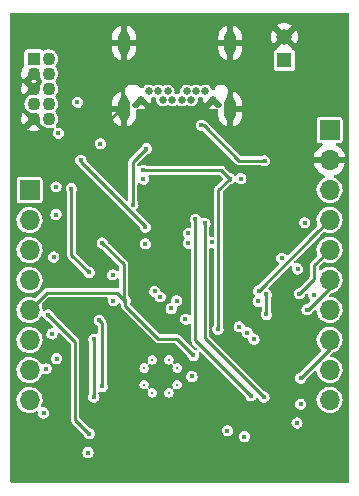
<source format=gbr>
%TF.GenerationSoftware,KiCad,Pcbnew,(6.0.7-1)-1*%
%TF.CreationDate,2022-11-20T21:12:54+11:00*%
%TF.ProjectId,esp32-clover,65737033-322d-4636-9c6f-7665722e6b69,rev?*%
%TF.SameCoordinates,Original*%
%TF.FileFunction,Copper,L2,Inr*%
%TF.FilePolarity,Positive*%
%FSLAX46Y46*%
G04 Gerber Fmt 4.6, Leading zero omitted, Abs format (unit mm)*
G04 Created by KiCad (PCBNEW (6.0.7-1)-1) date 2022-11-20 21:12:54*
%MOMM*%
%LPD*%
G01*
G04 APERTURE LIST*
%TA.AperFunction,ComponentPad*%
%ADD10R,1.308000X1.308000*%
%TD*%
%TA.AperFunction,ComponentPad*%
%ADD11C,1.308000*%
%TD*%
%TA.AperFunction,ComponentPad*%
%ADD12C,0.650000*%
%TD*%
%TA.AperFunction,ComponentPad*%
%ADD13O,1.000000X2.000000*%
%TD*%
%TA.AperFunction,ComponentPad*%
%ADD14R,1.100000X1.100000*%
%TD*%
%TA.AperFunction,ComponentPad*%
%ADD15C,1.100000*%
%TD*%
%TA.AperFunction,ComponentPad*%
%ADD16C,0.300000*%
%TD*%
%TA.AperFunction,ComponentPad*%
%ADD17R,1.700000X1.700000*%
%TD*%
%TA.AperFunction,ComponentPad*%
%ADD18O,1.700000X1.700000*%
%TD*%
%TA.AperFunction,ViaPad*%
%ADD19C,0.450000*%
%TD*%
%TA.AperFunction,Conductor*%
%ADD20C,0.250000*%
%TD*%
G04 APERTURE END LIST*
D10*
%TO.N,/VBAT*%
%TO.C,J2*%
X108387500Y-36600000D03*
D11*
%TO.N,GND*%
X108387500Y-34600000D03*
%TD*%
D12*
%TO.N,GND*%
%TO.C,J1*%
X96250000Y-39917790D03*
%TO.N,unconnected-(J1-PadB2)*%
X96900000Y-39217790D03*
%TO.N,unconnected-(J1-PadB3)*%
X97700000Y-39217790D03*
%TO.N,unconnected-(J1-PadB4)*%
X98100000Y-39917790D03*
%TO.N,Net-(J1-PadB5)*%
X98500000Y-39217790D03*
%TO.N,unconnected-(J1-PadB6)*%
X98900000Y-39917790D03*
%TO.N,unconnected-(J1-PadB7)*%
X99700000Y-39917790D03*
%TO.N,unconnected-(J1-PadB8)*%
X100100000Y-39217790D03*
%TO.N,unconnected-(J1-PadB9)*%
X100500000Y-39917790D03*
%TO.N,unconnected-(J1-PadB10)*%
X100900000Y-39217790D03*
%TO.N,unconnected-(J1-PadB11)*%
X101700000Y-39217790D03*
%TO.N,GND*%
X102350000Y-39917790D03*
D13*
X103800000Y-40717790D03*
X94800000Y-40717790D03*
X103800000Y-35117790D03*
X94800000Y-35117790D03*
%TD*%
D14*
%TO.N,+3.3V*%
%TO.C,J4*%
X87165000Y-36460000D03*
D15*
%TO.N,/DEBUG_TMS*%
X88435000Y-36460000D03*
%TO.N,GND*%
X87165000Y-37730000D03*
%TO.N,/DEBUG_TCK*%
X88435000Y-37730000D03*
%TO.N,GND*%
X87165000Y-39000000D03*
%TO.N,/DEBUG_TDO*%
X88435000Y-39000000D03*
%TO.N,unconnected-(J4-Pad7)*%
X87165000Y-40270000D03*
%TO.N,/DEBUG_TDI*%
X88435000Y-40270000D03*
%TO.N,GND*%
X87165000Y-41540000D03*
%TO.N,unconnected-(J4-Pad10)*%
X88435000Y-41540000D03*
%TD*%
D16*
%TO.N,N/C*%
%TO.C,U4*%
X97200000Y-64740000D03*
X98600000Y-64740000D03*
X96500000Y-64040000D03*
X99300000Y-64040000D03*
X96500000Y-62640000D03*
X99300000Y-62640000D03*
X97200000Y-61940000D03*
X98600000Y-61940000D03*
%TD*%
D17*
%TO.N,DAC_VOUT*%
%TO.C,J3*%
X86800000Y-47575000D03*
D18*
%TO.N,ADC_IN1*%
X86800000Y-50115000D03*
%TO.N,TCA9534_P3*%
X86800000Y-52655000D03*
%TO.N,TCA9534_P2*%
X86800000Y-55195000D03*
%TO.N,I2C_SCL*%
X86800000Y-57735000D03*
%TO.N,I2C_SDA*%
X86800000Y-60275000D03*
%TO.N,UART_RX1*%
X86800000Y-62815000D03*
%TO.N,UART_TX1*%
X86800000Y-65355000D03*
%TD*%
D17*
%TO.N,/VBAT*%
%TO.C,J5*%
X112200000Y-42475000D03*
D18*
%TO.N,GND*%
X112200000Y-45015000D03*
%TO.N,ADC_IN3*%
X112200000Y-47555000D03*
%TO.N,GPIO17*%
X112200000Y-50095000D03*
%TO.N,SPI_SCK*%
X112200000Y-52635000D03*
%TO.N,SPI_MOSI*%
X112200000Y-55175000D03*
%TO.N,SPI_MISO*%
X112200000Y-57715000D03*
%TO.N,GPIO21{slash}TCA9534_INT*%
X112200000Y-60255000D03*
%TO.N,/UART_TX*%
X112200000Y-62795000D03*
%TO.N,/UART_RX*%
X112200000Y-65335000D03*
%TD*%
D19*
%TO.N,VBUS*%
X92800000Y-43650000D03*
X106700000Y-45100000D03*
X101350000Y-42100000D03*
X96450000Y-46650000D03*
%TO.N,GND*%
X99000000Y-33000000D03*
X95250000Y-60960000D03*
X88050000Y-67450000D03*
X101600000Y-67310000D03*
X89400000Y-43500000D03*
X100330000Y-67310000D03*
X88700000Y-46600000D03*
X87750000Y-59000000D03*
X102870000Y-71120000D03*
X99400000Y-69000000D03*
X97500000Y-57400000D03*
X99060000Y-71120000D03*
X103124000Y-60452000D03*
X108000000Y-33000000D03*
X98950000Y-58450000D03*
X102870000Y-68580000D03*
X96000000Y-36000000D03*
X105410000Y-61722000D03*
X101600000Y-71120000D03*
X96520000Y-60960000D03*
X104140000Y-64770000D03*
X106680000Y-71120000D03*
X95325000Y-54675000D03*
X105410000Y-71120000D03*
X102000000Y-36000000D03*
X104140000Y-60960000D03*
X88899998Y-69450002D03*
X102000000Y-33000000D03*
X111000000Y-36000000D03*
X87000000Y-45000000D03*
X111000000Y-33000000D03*
X92700000Y-44600000D03*
X110300000Y-69800000D03*
X100330000Y-71120000D03*
X100330000Y-68580000D03*
X108400000Y-43050000D03*
X110750000Y-45400000D03*
X88200000Y-61500000D03*
X105000000Y-33000000D03*
X93000000Y-33000000D03*
X90000000Y-33000000D03*
X91900000Y-52750000D03*
X104300000Y-69700000D03*
X91950000Y-44900000D03*
X104140000Y-66040000D03*
X101600000Y-64770000D03*
X95050000Y-62700000D03*
X96000000Y-33000000D03*
X90000000Y-36000000D03*
X99250000Y-55950000D03*
X91350000Y-47250000D03*
X101600000Y-68580000D03*
X105410000Y-66040000D03*
X93100000Y-65050000D03*
X92450000Y-56800000D03*
X87700000Y-53950000D03*
X100330000Y-64770000D03*
X87000000Y-33000000D03*
X97050000Y-50150000D03*
X91200000Y-39100000D03*
X106000000Y-55350000D03*
X102870000Y-67310000D03*
X87650000Y-64000000D03*
X104140000Y-59690000D03*
X99000000Y-36000000D03*
X101450000Y-61850000D03*
X104140000Y-71120000D03*
%TO.N,+3.3V*%
X90350000Y-47450000D03*
X91850000Y-54550000D03*
X92250000Y-65100000D03*
X92250000Y-60200500D03*
X96450000Y-45900000D03*
X103749500Y-46600000D03*
X91750000Y-69800000D03*
X102750000Y-59350000D03*
%TO.N,Net-(C9-Pad1)*%
X88000000Y-66450000D03*
%TO.N,Net-(C12-Pad1)*%
X88200000Y-62700000D03*
%TO.N,Net-(C13-Pad1)*%
X89100000Y-61850000D03*
%TO.N,Net-(D2-Pad4)*%
X96691912Y-44058088D03*
X95550000Y-48800000D03*
%TO.N,/UART_RX*%
X100850000Y-50050000D03*
X109450000Y-67300000D03*
X105550000Y-65000000D03*
%TO.N,/UART_TX*%
X101650000Y-50400000D03*
X106650000Y-65100000D03*
X109750000Y-65700000D03*
%TO.N,/DEBUG_TMS*%
X89250000Y-42750000D03*
%TO.N,/DEBUG_TCK*%
X91150000Y-45050000D03*
X96600000Y-50700000D03*
X90855000Y-40150000D03*
%TO.N,/DEBUG_TDI*%
X89050000Y-47300000D03*
X88849500Y-53250000D03*
%TO.N,Net-(JP1-Pad1)*%
X100250000Y-51250000D03*
%TO.N,GPIO21{slash}TCA9534_INT*%
X109750000Y-63500000D03*
X100550000Y-63350000D03*
X100000000Y-58500000D03*
X102250000Y-52000000D03*
%TO.N,I2C_SCL*%
X92950000Y-52050000D03*
X103550000Y-67950000D03*
X100675000Y-61575000D03*
X94900000Y-56950000D03*
%TO.N,Net-(JP2-Pad2)*%
X104700000Y-46600000D03*
%TO.N,I2C_SDA*%
X93900000Y-56950500D03*
X93850000Y-54750000D03*
X98800000Y-57600000D03*
%TO.N,Net-(JP3-Pad2)*%
X89050000Y-49650000D03*
%TO.N,TCA9534_P0*%
X110100500Y-50335898D03*
X100250000Y-52050000D03*
%TO.N,Net-(JP4-Pad2)*%
X108161444Y-53361444D03*
%TO.N,GPIO27{slash}PIEZO*%
X91850000Y-68200000D03*
X88400000Y-58150000D03*
%TO.N,Net-(R13-Pad1)*%
X106150000Y-57000000D03*
%TO.N,/GPI34{slash}BTN*%
X92700000Y-58600000D03*
X92951056Y-64201056D03*
%TO.N,/ESP32_BOOT*%
X110850000Y-56450000D03*
%TO.N,UART_RX1*%
X88699500Y-59750000D03*
%TO.N,GPIO4{slash}ADC_CS*%
X106850000Y-56400000D03*
X106850000Y-58100000D03*
%TO.N,GPIO17*%
X106200000Y-56100000D03*
%TO.N,SPI_SCK*%
X109650000Y-56350000D03*
X104550000Y-59150000D03*
%TO.N,SPI_MOSI*%
X110300500Y-57700000D03*
X105800000Y-60200000D03*
%TO.N,SPI_MISO*%
X105250000Y-59650000D03*
%TO.N,UART_TX1*%
X105000000Y-68450000D03*
%TO.N,TCA9534_P2*%
X97859267Y-56609267D03*
%TO.N,TCA9534_P3*%
X97400000Y-56150000D03*
%TO.N,ADC_IN3*%
X109500000Y-54250000D03*
%TO.N,ADC_IN1*%
X99250000Y-56950000D03*
%TO.N,DAC_VOUT*%
X96600000Y-52125498D03*
%TD*%
D20*
%TO.N,VBUS*%
X101550000Y-42100000D02*
X104550000Y-45100000D01*
X101350000Y-42100000D02*
X101550000Y-42100000D01*
X104550000Y-45100000D02*
X106700000Y-45100000D01*
%TO.N,GND*%
X92150000Y-43050000D02*
X92150000Y-44050000D01*
X92150000Y-44050000D02*
X92700000Y-44600000D01*
X94800000Y-40717790D02*
X94482210Y-40717790D01*
X94482210Y-40717790D02*
X92150000Y-43050000D01*
%TO.N,+3.3V*%
X102800000Y-59300000D02*
X102800000Y-47549500D01*
X102800000Y-47549500D02*
X103749500Y-46600000D01*
X102750000Y-59350000D02*
X102800000Y-59300000D01*
X96450000Y-45900000D02*
X103049500Y-45900000D01*
X90350000Y-53050000D02*
X90350000Y-47450000D01*
X91850000Y-54550000D02*
X90350000Y-53050000D01*
X92250000Y-65100000D02*
X92250000Y-60200500D01*
X103049500Y-45900000D02*
X103749500Y-46600000D01*
%TO.N,Net-(D2-Pad4)*%
X95550000Y-45200000D02*
X95550000Y-48800000D01*
X96691912Y-44058088D02*
X95550000Y-45200000D01*
%TO.N,/UART_RX*%
X100850000Y-60300000D02*
X105550000Y-65000000D01*
X100850000Y-50050000D02*
X100850000Y-60300000D01*
%TO.N,/UART_TX*%
X101650000Y-60100000D02*
X106650000Y-65100000D01*
X101650000Y-50400000D02*
X101650000Y-60100000D01*
%TO.N,/DEBUG_TCK*%
X96600000Y-50627818D02*
X96600000Y-50700000D01*
X91150000Y-45050000D02*
X91150000Y-45177818D01*
X91150000Y-45177818D02*
X96600000Y-50627818D01*
%TO.N,GPIO21{slash}TCA9534_INT*%
X112200000Y-61050000D02*
X112200000Y-60255000D01*
X109750000Y-63500000D02*
X112200000Y-61050000D01*
%TO.N,I2C_SCL*%
X94200000Y-56250000D02*
X94900000Y-56950000D01*
X94900000Y-57350000D02*
X97700000Y-60150000D01*
X94775000Y-53875000D02*
X92950000Y-52050000D01*
X86800000Y-57735000D02*
X88285000Y-56250000D01*
X99250000Y-60150000D02*
X100675000Y-61575000D01*
X94900000Y-56950000D02*
X94775000Y-56825000D01*
X94775000Y-56825000D02*
X94775000Y-53875000D01*
X88285000Y-56250000D02*
X94200000Y-56250000D01*
X94900000Y-56950000D02*
X94900000Y-57350000D01*
X97700000Y-60150000D02*
X99250000Y-60150000D01*
%TO.N,GPIO27{slash}PIEZO*%
X88400000Y-58150000D02*
X90650000Y-60400000D01*
X90650000Y-67000000D02*
X91850000Y-68200000D01*
X90650000Y-60400000D02*
X90650000Y-67000000D01*
%TO.N,/GPI34{slash}BTN*%
X92951056Y-58851056D02*
X92700000Y-58600000D01*
X92951056Y-64201056D02*
X92951056Y-58851056D01*
%TO.N,GPIO4{slash}ADC_CS*%
X106850000Y-58100000D02*
X106850000Y-56400000D01*
%TO.N,GPIO17*%
X111150000Y-51150000D02*
X111150000Y-51145000D01*
X111150000Y-51145000D02*
X112200000Y-50095000D01*
X106200000Y-56100000D02*
X111150000Y-51150000D01*
%TO.N,SPI_SCK*%
X109650000Y-56350000D02*
X110900000Y-55100000D01*
X110900000Y-53935000D02*
X112200000Y-52635000D01*
X110900000Y-55100000D02*
X110900000Y-53935000D01*
%TO.N,SPI_MOSI*%
X110377818Y-57700000D02*
X112200000Y-55877818D01*
X112200000Y-55877818D02*
X112200000Y-55175000D01*
X110300500Y-57700000D02*
X110377818Y-57700000D01*
%TD*%
%TA.AperFunction,Conductor*%
%TO.N,GND*%
G36*
X113791621Y-32570502D02*
G01*
X113838114Y-32624158D01*
X113849500Y-32676500D01*
X113849500Y-72224000D01*
X113829498Y-72292121D01*
X113775842Y-72338614D01*
X113723500Y-72350000D01*
X85276500Y-72350000D01*
X85208379Y-72329998D01*
X85161886Y-72276342D01*
X85150500Y-72224000D01*
X85150500Y-69794131D01*
X91269646Y-69794131D01*
X91270810Y-69803033D01*
X91270810Y-69803036D01*
X91271948Y-69811737D01*
X91287306Y-69929186D01*
X91342162Y-70053856D01*
X91347939Y-70060729D01*
X91347940Y-70060730D01*
X91360180Y-70075291D01*
X91429804Y-70158119D01*
X91543187Y-70233593D01*
X91673195Y-70274210D01*
X91809377Y-70276706D01*
X91852542Y-70264938D01*
X91932124Y-70243242D01*
X91932127Y-70243241D01*
X91940786Y-70240880D01*
X91948436Y-70236183D01*
X91948438Y-70236182D01*
X92049206Y-70174311D01*
X92049209Y-70174308D01*
X92056858Y-70169612D01*
X92148261Y-70068631D01*
X92155420Y-70053856D01*
X92203734Y-69954135D01*
X92203734Y-69954134D01*
X92207649Y-69946054D01*
X92230247Y-69811737D01*
X92230390Y-69800000D01*
X92211081Y-69665171D01*
X92154706Y-69541180D01*
X92065796Y-69437996D01*
X92052494Y-69429374D01*
X91959032Y-69368794D01*
X91959030Y-69368793D01*
X91951501Y-69363913D01*
X91942904Y-69361342D01*
X91942902Y-69361341D01*
X91865973Y-69338335D01*
X91821006Y-69324887D01*
X91812030Y-69324832D01*
X91812029Y-69324832D01*
X91755036Y-69324484D01*
X91684804Y-69324055D01*
X91676172Y-69326522D01*
X91562473Y-69359017D01*
X91562471Y-69359018D01*
X91553842Y-69361484D01*
X91438650Y-69434165D01*
X91348487Y-69536255D01*
X91290601Y-69659548D01*
X91269646Y-69794131D01*
X85150500Y-69794131D01*
X85150500Y-65326069D01*
X85695164Y-65326069D01*
X85708392Y-65527894D01*
X85726319Y-65598481D01*
X85753099Y-65703928D01*
X85758178Y-65723928D01*
X85842856Y-65907607D01*
X85846189Y-65912323D01*
X85949227Y-66058119D01*
X85959588Y-66072780D01*
X86104466Y-66213913D01*
X86272637Y-66326282D01*
X86277940Y-66328560D01*
X86277943Y-66328562D01*
X86414886Y-66387397D01*
X86458470Y-66406122D01*
X86655740Y-66450760D01*
X86661509Y-66450987D01*
X86661512Y-66450987D01*
X86737683Y-66453979D01*
X86857842Y-66458700D01*
X86958325Y-66444131D01*
X87052286Y-66430508D01*
X87052291Y-66430507D01*
X87058007Y-66429678D01*
X87063479Y-66427820D01*
X87063481Y-66427820D01*
X87244067Y-66366519D01*
X87244069Y-66366518D01*
X87249531Y-66364664D01*
X87333545Y-66317614D01*
X87402755Y-66301781D01*
X87469537Y-66325878D01*
X87512690Y-66382255D01*
X87521103Y-66429088D01*
X87521028Y-66435256D01*
X87519646Y-66444131D01*
X87537306Y-66579186D01*
X87592162Y-66703856D01*
X87597939Y-66710729D01*
X87597940Y-66710730D01*
X87610180Y-66725291D01*
X87679804Y-66808119D01*
X87708860Y-66827460D01*
X87767168Y-66866273D01*
X87793187Y-66883593D01*
X87923195Y-66924210D01*
X88059377Y-66926706D01*
X88102542Y-66914938D01*
X88182124Y-66893242D01*
X88182127Y-66893241D01*
X88190786Y-66890880D01*
X88198436Y-66886183D01*
X88198438Y-66886182D01*
X88299206Y-66824311D01*
X88299209Y-66824308D01*
X88306858Y-66819612D01*
X88398261Y-66718631D01*
X88405420Y-66703856D01*
X88453734Y-66604135D01*
X88453734Y-66604134D01*
X88457649Y-66596054D01*
X88480247Y-66461737D01*
X88480390Y-66450000D01*
X88471242Y-66386122D01*
X88462354Y-66324057D01*
X88462353Y-66324054D01*
X88461081Y-66315171D01*
X88457040Y-66306282D01*
X88438650Y-66265837D01*
X88404706Y-66191180D01*
X88315796Y-66087996D01*
X88285039Y-66068060D01*
X88209032Y-66018794D01*
X88209030Y-66018793D01*
X88201501Y-66013913D01*
X88192904Y-66011342D01*
X88192902Y-66011341D01*
X88091450Y-65981001D01*
X88071006Y-65974887D01*
X88062030Y-65974832D01*
X88062029Y-65974832D01*
X87934804Y-65974055D01*
X87934813Y-65972634D01*
X87874014Y-65963480D01*
X87820667Y-65916632D01*
X87801118Y-65848380D01*
X87810525Y-65804823D01*
X87809664Y-65804531D01*
X87872820Y-65618481D01*
X87872820Y-65618479D01*
X87874678Y-65613007D01*
X87875507Y-65607291D01*
X87875508Y-65607286D01*
X87901281Y-65429527D01*
X87903700Y-65412842D01*
X87905215Y-65355000D01*
X87886708Y-65153591D01*
X87884583Y-65146054D01*
X87833376Y-64964490D01*
X87831807Y-64958926D01*
X87742351Y-64777527D01*
X87724079Y-64753057D01*
X87624788Y-64620091D01*
X87624787Y-64620090D01*
X87621335Y-64615467D01*
X87617099Y-64611551D01*
X87477053Y-64482094D01*
X87477051Y-64482092D01*
X87472812Y-64478174D01*
X87441114Y-64458174D01*
X87306637Y-64373325D01*
X87301757Y-64370246D01*
X87113898Y-64295298D01*
X86915526Y-64255839D01*
X86909752Y-64255763D01*
X86909748Y-64255763D01*
X86807257Y-64254422D01*
X86713286Y-64253192D01*
X86707589Y-64254171D01*
X86707588Y-64254171D01*
X86519646Y-64286465D01*
X86519645Y-64286465D01*
X86513949Y-64287444D01*
X86324193Y-64357449D01*
X86319232Y-64360401D01*
X86319231Y-64360401D01*
X86176206Y-64445492D01*
X86150371Y-64460862D01*
X85998305Y-64594220D01*
X85873089Y-64753057D01*
X85778914Y-64932053D01*
X85718937Y-65125213D01*
X85695164Y-65326069D01*
X85150500Y-65326069D01*
X85150500Y-62786069D01*
X85695164Y-62786069D01*
X85708392Y-62987894D01*
X85725462Y-63055108D01*
X85755752Y-63174374D01*
X85758178Y-63183928D01*
X85842856Y-63367607D01*
X85959588Y-63532780D01*
X85963730Y-63536815D01*
X85999924Y-63572073D01*
X86104466Y-63673913D01*
X86272637Y-63786282D01*
X86277940Y-63788560D01*
X86277943Y-63788562D01*
X86451427Y-63863096D01*
X86458470Y-63866122D01*
X86568357Y-63890987D01*
X86645050Y-63908341D01*
X86655740Y-63910760D01*
X86661509Y-63910987D01*
X86661512Y-63910987D01*
X86737683Y-63913979D01*
X86857842Y-63918700D01*
X86946379Y-63905863D01*
X87052286Y-63890508D01*
X87052291Y-63890507D01*
X87058007Y-63889678D01*
X87063479Y-63887820D01*
X87063481Y-63887820D01*
X87244067Y-63826519D01*
X87244069Y-63826518D01*
X87249531Y-63824664D01*
X87426001Y-63725837D01*
X87434269Y-63718961D01*
X87508620Y-63657123D01*
X87581505Y-63596505D01*
X87710837Y-63441001D01*
X87722038Y-63421001D01*
X87754875Y-63362364D01*
X87809664Y-63264531D01*
X87816505Y-63244380D01*
X87828326Y-63209555D01*
X87869163Y-63151479D01*
X87934916Y-63124701D01*
X87992823Y-63134757D01*
X87993187Y-63133593D01*
X88107079Y-63169175D01*
X88123195Y-63174210D01*
X88259377Y-63176706D01*
X88302542Y-63164938D01*
X88382124Y-63143242D01*
X88382127Y-63143241D01*
X88390786Y-63140880D01*
X88398436Y-63136183D01*
X88398438Y-63136182D01*
X88499206Y-63074311D01*
X88499209Y-63074308D01*
X88506858Y-63069612D01*
X88516934Y-63058481D01*
X88592233Y-62975291D01*
X88592234Y-62975290D01*
X88598261Y-62968631D01*
X88625949Y-62911484D01*
X88653734Y-62854135D01*
X88653734Y-62854134D01*
X88657649Y-62846054D01*
X88680247Y-62711737D01*
X88680390Y-62700000D01*
X88664773Y-62590950D01*
X88662354Y-62574057D01*
X88662353Y-62574054D01*
X88661081Y-62565171D01*
X88604706Y-62441180D01*
X88515796Y-62337996D01*
X88497898Y-62326395D01*
X88409032Y-62268794D01*
X88409030Y-62268793D01*
X88401501Y-62263913D01*
X88392904Y-62261342D01*
X88392902Y-62261341D01*
X88308363Y-62236059D01*
X88271006Y-62224887D01*
X88262030Y-62224832D01*
X88262029Y-62224832D01*
X88205036Y-62224484D01*
X88134804Y-62224055D01*
X88126172Y-62226522D01*
X88012473Y-62259017D01*
X88012471Y-62259018D01*
X88003842Y-62261484D01*
X87996250Y-62266274D01*
X87996246Y-62266276D01*
X87931766Y-62306960D01*
X87863481Y-62326395D01*
X87795529Y-62305826D01*
X87751525Y-62256130D01*
X87749884Y-62252803D01*
X87742351Y-62237527D01*
X87724108Y-62213096D01*
X87624788Y-62080091D01*
X87624787Y-62080090D01*
X87621335Y-62075467D01*
X87610341Y-62065304D01*
X87477053Y-61942094D01*
X87477051Y-61942092D01*
X87472812Y-61938174D01*
X87441114Y-61918174D01*
X87323763Y-61844131D01*
X88619646Y-61844131D01*
X88620810Y-61853033D01*
X88620810Y-61853036D01*
X88621948Y-61861737D01*
X88637306Y-61979186D01*
X88640923Y-61987406D01*
X88679671Y-62075467D01*
X88692162Y-62103856D01*
X88697939Y-62110729D01*
X88697940Y-62110730D01*
X88710180Y-62125291D01*
X88779804Y-62208119D01*
X88893187Y-62283593D01*
X88920740Y-62292201D01*
X89006202Y-62318901D01*
X89023195Y-62324210D01*
X89159377Y-62326706D01*
X89230008Y-62307450D01*
X89282124Y-62293242D01*
X89282127Y-62293241D01*
X89290786Y-62290880D01*
X89298436Y-62286183D01*
X89298438Y-62286182D01*
X89399206Y-62224311D01*
X89399209Y-62224308D01*
X89406858Y-62219612D01*
X89412934Y-62212900D01*
X89492233Y-62125291D01*
X89492234Y-62125290D01*
X89498261Y-62118631D01*
X89505420Y-62103856D01*
X89553734Y-62004135D01*
X89553734Y-62004134D01*
X89557649Y-61996054D01*
X89580247Y-61861737D01*
X89580390Y-61850000D01*
X89574069Y-61805863D01*
X89562354Y-61724057D01*
X89562353Y-61724054D01*
X89561081Y-61715171D01*
X89556087Y-61704186D01*
X89514149Y-61611950D01*
X89504706Y-61591180D01*
X89415796Y-61487996D01*
X89341378Y-61439760D01*
X89309032Y-61418794D01*
X89309030Y-61418793D01*
X89301501Y-61413913D01*
X89292904Y-61411342D01*
X89292902Y-61411341D01*
X89199736Y-61383479D01*
X89171006Y-61374887D01*
X89162030Y-61374832D01*
X89162029Y-61374832D01*
X89105036Y-61374484D01*
X89034804Y-61374055D01*
X89026172Y-61376522D01*
X88912473Y-61409017D01*
X88912471Y-61409018D01*
X88903842Y-61411484D01*
X88788650Y-61484165D01*
X88698487Y-61586255D01*
X88694673Y-61594378D01*
X88694672Y-61594380D01*
X88666865Y-61653607D01*
X88640601Y-61709548D01*
X88639221Y-61718412D01*
X88639220Y-61718415D01*
X88621329Y-61833325D01*
X88619646Y-61844131D01*
X87323763Y-61844131D01*
X87306637Y-61833325D01*
X87301757Y-61830246D01*
X87113898Y-61755298D01*
X86915526Y-61715839D01*
X86909752Y-61715763D01*
X86909748Y-61715763D01*
X86807257Y-61714422D01*
X86713286Y-61713192D01*
X86707589Y-61714171D01*
X86707588Y-61714171D01*
X86519646Y-61746465D01*
X86519645Y-61746465D01*
X86513949Y-61747444D01*
X86324193Y-61817449D01*
X86319232Y-61820401D01*
X86319231Y-61820401D01*
X86261311Y-61854860D01*
X86150371Y-61920862D01*
X85998305Y-62054220D01*
X85873089Y-62213057D01*
X85778914Y-62392053D01*
X85718937Y-62585213D01*
X85695164Y-62786069D01*
X85150500Y-62786069D01*
X85150500Y-60246069D01*
X85695164Y-60246069D01*
X85708392Y-60447894D01*
X85730008Y-60533007D01*
X85753099Y-60623928D01*
X85758178Y-60643928D01*
X85842856Y-60827607D01*
X85959588Y-60992780D01*
X86104466Y-61133913D01*
X86272637Y-61246282D01*
X86277940Y-61248560D01*
X86277943Y-61248562D01*
X86453044Y-61323791D01*
X86458470Y-61326122D01*
X86655740Y-61370760D01*
X86661509Y-61370987D01*
X86661512Y-61370987D01*
X86737683Y-61373979D01*
X86857842Y-61378700D01*
X86944132Y-61366189D01*
X87052286Y-61350508D01*
X87052291Y-61350507D01*
X87058007Y-61349678D01*
X87063479Y-61347820D01*
X87063481Y-61347820D01*
X87244067Y-61286519D01*
X87244069Y-61286518D01*
X87249531Y-61284664D01*
X87426001Y-61185837D01*
X87488433Y-61133913D01*
X87577073Y-61060191D01*
X87581505Y-61056505D01*
X87710837Y-60901001D01*
X87722038Y-60881001D01*
X87754875Y-60822364D01*
X87809664Y-60724531D01*
X87825899Y-60676706D01*
X87872820Y-60538481D01*
X87872820Y-60538479D01*
X87874678Y-60533007D01*
X87875507Y-60527291D01*
X87875508Y-60527286D01*
X87894562Y-60395867D01*
X87903700Y-60332842D01*
X87905215Y-60275000D01*
X87886708Y-60073591D01*
X87884334Y-60065171D01*
X87841368Y-59912827D01*
X87831807Y-59878926D01*
X87742351Y-59697527D01*
X87734870Y-59687508D01*
X87624788Y-59540091D01*
X87624787Y-59540090D01*
X87621335Y-59535467D01*
X87608991Y-59524056D01*
X87477053Y-59402094D01*
X87477051Y-59402092D01*
X87472812Y-59398174D01*
X87441114Y-59378174D01*
X87306637Y-59293325D01*
X87301757Y-59290246D01*
X87113898Y-59215298D01*
X86915526Y-59175839D01*
X86909752Y-59175763D01*
X86909748Y-59175763D01*
X86807257Y-59174422D01*
X86713286Y-59173192D01*
X86707589Y-59174171D01*
X86707588Y-59174171D01*
X86519646Y-59206465D01*
X86519645Y-59206465D01*
X86513949Y-59207444D01*
X86324193Y-59277449D01*
X86319232Y-59280401D01*
X86319231Y-59280401D01*
X86157036Y-59376897D01*
X86150371Y-59380862D01*
X85998305Y-59514220D01*
X85873089Y-59673057D01*
X85778914Y-59852053D01*
X85718937Y-60045213D01*
X85695164Y-60246069D01*
X85150500Y-60246069D01*
X85150500Y-57706069D01*
X85695164Y-57706069D01*
X85708392Y-57907894D01*
X85725195Y-57974057D01*
X85753437Y-58085259D01*
X85758178Y-58103928D01*
X85842856Y-58287607D01*
X85846189Y-58292323D01*
X85904825Y-58375291D01*
X85959588Y-58452780D01*
X85963730Y-58456815D01*
X86025004Y-58516505D01*
X86104466Y-58593913D01*
X86272637Y-58706282D01*
X86277940Y-58708560D01*
X86277943Y-58708562D01*
X86451464Y-58783112D01*
X86458470Y-58786122D01*
X86568357Y-58810987D01*
X86646619Y-58828696D01*
X86655740Y-58830760D01*
X86661509Y-58830987D01*
X86661512Y-58830987D01*
X86737683Y-58833979D01*
X86857842Y-58838700D01*
X86944132Y-58826189D01*
X87052286Y-58810508D01*
X87052291Y-58810507D01*
X87058007Y-58809678D01*
X87063479Y-58807820D01*
X87063481Y-58807820D01*
X87244067Y-58746519D01*
X87244069Y-58746518D01*
X87249531Y-58744664D01*
X87426001Y-58645837D01*
X87488433Y-58593913D01*
X87577073Y-58520191D01*
X87581505Y-58516505D01*
X87710837Y-58361001D01*
X87713659Y-58355961D01*
X87713663Y-58355956D01*
X87734339Y-58319037D01*
X87785076Y-58269375D01*
X87854607Y-58255028D01*
X87920858Y-58280549D01*
X87959601Y-58329856D01*
X87992162Y-58403856D01*
X87997939Y-58410729D01*
X87997940Y-58410730D01*
X88051385Y-58474311D01*
X88079804Y-58508119D01*
X88087281Y-58513096D01*
X88175070Y-58571533D01*
X88193187Y-58583593D01*
X88322656Y-58624042D01*
X88374176Y-58655213D01*
X88778255Y-59059292D01*
X88812281Y-59121604D01*
X88807216Y-59192419D01*
X88764669Y-59249255D01*
X88698149Y-59274066D01*
X88688391Y-59274385D01*
X88656835Y-59274193D01*
X88634304Y-59274055D01*
X88625672Y-59276522D01*
X88511973Y-59309017D01*
X88511971Y-59309018D01*
X88503342Y-59311484D01*
X88495752Y-59316273D01*
X88398067Y-59377908D01*
X88388150Y-59384165D01*
X88382207Y-59390894D01*
X88382206Y-59390895D01*
X88363218Y-59412395D01*
X88297987Y-59486255D01*
X88294173Y-59494378D01*
X88294172Y-59494380D01*
X88274882Y-59535467D01*
X88240101Y-59609548D01*
X88238721Y-59618412D01*
X88238720Y-59618415D01*
X88221569Y-59728571D01*
X88219146Y-59744131D01*
X88220310Y-59753033D01*
X88220310Y-59753035D01*
X88223730Y-59779186D01*
X88236806Y-59879186D01*
X88291662Y-60003856D01*
X88297439Y-60010729D01*
X88297440Y-60010730D01*
X88357404Y-60082066D01*
X88379304Y-60108119D01*
X88492687Y-60183593D01*
X88528018Y-60194631D01*
X88610289Y-60220334D01*
X88622695Y-60224210D01*
X88758877Y-60226706D01*
X88839008Y-60204860D01*
X88881624Y-60193242D01*
X88881627Y-60193241D01*
X88890286Y-60190880D01*
X88897936Y-60186183D01*
X88897938Y-60186182D01*
X88998706Y-60124311D01*
X88998709Y-60124308D01*
X89006358Y-60119612D01*
X89052247Y-60068915D01*
X89091733Y-60025291D01*
X89091734Y-60025290D01*
X89097761Y-60018631D01*
X89104920Y-60003856D01*
X89153234Y-59904135D01*
X89153234Y-59904134D01*
X89157149Y-59896054D01*
X89179747Y-59761737D01*
X89179806Y-59756878D01*
X89180103Y-59753570D01*
X89206111Y-59687508D01*
X89263705Y-59645995D01*
X89334601Y-59642209D01*
X89394694Y-59675731D01*
X90237595Y-60518632D01*
X90271621Y-60580944D01*
X90274500Y-60607727D01*
X90274500Y-66946504D01*
X90272021Y-66969801D01*
X90271923Y-66971886D01*
X90269731Y-66982066D01*
X90270955Y-66992405D01*
X90273627Y-67014984D01*
X90273971Y-67020821D01*
X90274072Y-67020813D01*
X90274500Y-67025992D01*
X90274500Y-67031193D01*
X90275354Y-67036321D01*
X90275354Y-67036327D01*
X90277628Y-67049987D01*
X90278465Y-67055863D01*
X90284424Y-67106210D01*
X90288346Y-67114377D01*
X90289833Y-67123313D01*
X90294777Y-67132475D01*
X90294778Y-67132479D01*
X90313906Y-67167929D01*
X90316602Y-67173220D01*
X90338537Y-67218900D01*
X90342094Y-67223131D01*
X90344026Y-67225063D01*
X90345745Y-67226937D01*
X90345819Y-67227074D01*
X90345709Y-67227174D01*
X90346132Y-67227654D01*
X90349194Y-67233329D01*
X90356841Y-67240398D01*
X90356842Y-67240399D01*
X90388367Y-67269540D01*
X90391933Y-67272970D01*
X91347866Y-68228903D01*
X91381892Y-68291215D01*
X91383703Y-68301635D01*
X91387306Y-68329186D01*
X91442162Y-68453856D01*
X91447939Y-68460729D01*
X91447940Y-68460730D01*
X91460180Y-68475291D01*
X91529804Y-68558119D01*
X91643187Y-68633593D01*
X91773195Y-68674210D01*
X91909377Y-68676706D01*
X91952542Y-68664938D01*
X92032124Y-68643242D01*
X92032127Y-68643241D01*
X92040786Y-68640880D01*
X92048436Y-68636183D01*
X92048438Y-68636182D01*
X92149206Y-68574311D01*
X92149209Y-68574308D01*
X92156858Y-68569612D01*
X92248261Y-68468631D01*
X92253956Y-68456878D01*
X92260132Y-68444131D01*
X104519646Y-68444131D01*
X104520810Y-68453033D01*
X104520810Y-68453036D01*
X104528476Y-68511658D01*
X104537306Y-68579186D01*
X104592162Y-68703856D01*
X104597939Y-68710729D01*
X104597940Y-68710730D01*
X104610180Y-68725291D01*
X104679804Y-68808119D01*
X104793187Y-68883593D01*
X104923195Y-68924210D01*
X105059377Y-68926706D01*
X105102542Y-68914938D01*
X105182124Y-68893242D01*
X105182127Y-68893241D01*
X105190786Y-68890880D01*
X105198436Y-68886183D01*
X105198438Y-68886182D01*
X105299206Y-68824311D01*
X105299209Y-68824308D01*
X105306858Y-68819612D01*
X105398261Y-68718631D01*
X105405420Y-68703856D01*
X105453734Y-68604135D01*
X105453734Y-68604134D01*
X105457649Y-68596054D01*
X105477967Y-68475291D01*
X105479441Y-68466530D01*
X105479441Y-68466525D01*
X105480247Y-68461737D01*
X105480390Y-68450000D01*
X105465504Y-68346054D01*
X105462354Y-68324057D01*
X105462353Y-68324054D01*
X105461081Y-68315171D01*
X105454749Y-68301243D01*
X105435628Y-68259190D01*
X105404706Y-68191180D01*
X105315796Y-68087996D01*
X105267979Y-68057002D01*
X105209032Y-68018794D01*
X105209030Y-68018793D01*
X105201501Y-68013913D01*
X105192904Y-68011342D01*
X105192902Y-68011341D01*
X105115973Y-67988335D01*
X105071006Y-67974887D01*
X105062030Y-67974832D01*
X105062029Y-67974832D01*
X105005036Y-67974484D01*
X104934804Y-67974055D01*
X104926172Y-67976522D01*
X104812473Y-68009017D01*
X104812471Y-68009018D01*
X104803842Y-68011484D01*
X104796252Y-68016273D01*
X104718754Y-68065171D01*
X104688650Y-68084165D01*
X104598487Y-68186255D01*
X104594673Y-68194378D01*
X104594672Y-68194380D01*
X104578464Y-68228903D01*
X104540601Y-68309548D01*
X104539221Y-68318412D01*
X104539220Y-68318415D01*
X104522385Y-68426541D01*
X104519646Y-68444131D01*
X92260132Y-68444131D01*
X92303734Y-68354135D01*
X92303734Y-68354134D01*
X92307649Y-68346054D01*
X92327967Y-68225291D01*
X92329441Y-68216530D01*
X92329441Y-68216525D01*
X92330247Y-68211737D01*
X92330390Y-68200000D01*
X92314350Y-68087996D01*
X92312354Y-68074057D01*
X92312353Y-68074054D01*
X92311081Y-68065171D01*
X92256048Y-67944131D01*
X103069646Y-67944131D01*
X103070810Y-67953033D01*
X103070810Y-67953036D01*
X103073881Y-67976522D01*
X103087306Y-68079186D01*
X103142162Y-68203856D01*
X103147939Y-68210729D01*
X103147940Y-68210730D01*
X103160180Y-68225291D01*
X103229804Y-68308119D01*
X103343187Y-68383593D01*
X103473195Y-68424210D01*
X103609377Y-68426706D01*
X103652542Y-68414938D01*
X103732124Y-68393242D01*
X103732127Y-68393241D01*
X103740786Y-68390880D01*
X103748436Y-68386183D01*
X103748438Y-68386182D01*
X103849206Y-68324311D01*
X103849209Y-68324308D01*
X103856858Y-68319612D01*
X103865968Y-68309548D01*
X103942233Y-68225291D01*
X103942234Y-68225290D01*
X103948261Y-68218631D01*
X103953956Y-68206878D01*
X104003734Y-68104135D01*
X104003734Y-68104134D01*
X104007649Y-68096054D01*
X104021877Y-68011484D01*
X104029441Y-67966530D01*
X104029441Y-67966525D01*
X104030247Y-67961737D01*
X104030390Y-67950000D01*
X104014350Y-67837996D01*
X104012354Y-67824057D01*
X104012353Y-67824054D01*
X104011081Y-67815171D01*
X103954706Y-67691180D01*
X103865796Y-67587996D01*
X103800443Y-67545636D01*
X103759032Y-67518794D01*
X103759030Y-67518793D01*
X103751501Y-67513913D01*
X103742904Y-67511342D01*
X103742902Y-67511341D01*
X103665973Y-67488335D01*
X103621006Y-67474887D01*
X103612030Y-67474832D01*
X103612029Y-67474832D01*
X103555036Y-67474484D01*
X103484804Y-67474055D01*
X103476172Y-67476522D01*
X103362473Y-67509017D01*
X103362471Y-67509018D01*
X103353842Y-67511484D01*
X103346252Y-67516273D01*
X103299715Y-67545636D01*
X103238650Y-67584165D01*
X103148487Y-67686255D01*
X103144673Y-67694378D01*
X103144672Y-67694380D01*
X103126262Y-67733593D01*
X103090601Y-67809548D01*
X103089221Y-67818412D01*
X103089220Y-67818415D01*
X103071165Y-67934378D01*
X103069646Y-67944131D01*
X92256048Y-67944131D01*
X92254706Y-67941180D01*
X92165796Y-67837996D01*
X92144291Y-67824057D01*
X92059032Y-67768794D01*
X92059030Y-67768793D01*
X92051501Y-67763913D01*
X92042904Y-67761342D01*
X92042902Y-67761341D01*
X91929978Y-67727570D01*
X91876985Y-67695948D01*
X91475168Y-67294131D01*
X108969646Y-67294131D01*
X108970810Y-67303033D01*
X108970810Y-67303036D01*
X108971948Y-67311737D01*
X108987306Y-67429186D01*
X109042162Y-67553856D01*
X109047939Y-67560729D01*
X109047940Y-67560730D01*
X109073296Y-67590895D01*
X109129804Y-67658119D01*
X109243187Y-67733593D01*
X109274072Y-67743242D01*
X109332004Y-67761341D01*
X109373195Y-67774210D01*
X109509377Y-67776706D01*
X109552542Y-67764938D01*
X109632124Y-67743242D01*
X109632127Y-67743241D01*
X109640786Y-67740880D01*
X109648436Y-67736183D01*
X109648438Y-67736182D01*
X109749206Y-67674311D01*
X109749209Y-67674308D01*
X109756858Y-67669612D01*
X109834201Y-67584165D01*
X109842233Y-67575291D01*
X109842234Y-67575290D01*
X109848261Y-67568631D01*
X109855420Y-67553856D01*
X109903734Y-67454135D01*
X109903734Y-67454134D01*
X109907649Y-67446054D01*
X109930247Y-67311737D01*
X109930390Y-67300000D01*
X109925134Y-67263301D01*
X109912354Y-67174057D01*
X109912353Y-67174054D01*
X109911081Y-67165171D01*
X109854706Y-67041180D01*
X109838490Y-67022360D01*
X109771657Y-66944798D01*
X109765796Y-66937996D01*
X109693106Y-66890880D01*
X109659032Y-66868794D01*
X109659030Y-66868793D01*
X109651501Y-66863913D01*
X109642904Y-66861342D01*
X109642902Y-66861341D01*
X109565973Y-66838335D01*
X109521006Y-66824887D01*
X109512030Y-66824832D01*
X109512029Y-66824832D01*
X109455036Y-66824484D01*
X109384804Y-66824055D01*
X109376172Y-66826522D01*
X109262473Y-66859017D01*
X109262471Y-66859018D01*
X109253842Y-66861484D01*
X109246252Y-66866273D01*
X109154428Y-66924210D01*
X109138650Y-66934165D01*
X109132707Y-66940894D01*
X109132706Y-66940895D01*
X109115909Y-66959914D01*
X109048487Y-67036255D01*
X109044673Y-67044378D01*
X109044672Y-67044380D01*
X109039281Y-67055863D01*
X108990601Y-67159548D01*
X108989221Y-67168412D01*
X108989220Y-67168415D01*
X108972941Y-67272970D01*
X108969646Y-67294131D01*
X91475168Y-67294131D01*
X91062405Y-66881368D01*
X91028379Y-66819056D01*
X91025500Y-66792273D01*
X91025500Y-65694131D01*
X109269646Y-65694131D01*
X109270810Y-65703033D01*
X109270810Y-65703036D01*
X109273542Y-65723928D01*
X109287306Y-65829186D01*
X109342162Y-65953856D01*
X109347939Y-65960729D01*
X109347940Y-65960730D01*
X109424024Y-66051243D01*
X109429804Y-66058119D01*
X109543187Y-66133593D01*
X109673195Y-66174210D01*
X109809377Y-66176706D01*
X109852542Y-66164938D01*
X109932124Y-66143242D01*
X109932127Y-66143241D01*
X109940786Y-66140880D01*
X109948436Y-66136183D01*
X109948438Y-66136182D01*
X110049206Y-66074311D01*
X110049209Y-66074308D01*
X110056858Y-66069612D01*
X110068442Y-66056815D01*
X110142233Y-65975291D01*
X110142234Y-65975290D01*
X110148261Y-65968631D01*
X110155420Y-65953856D01*
X110203734Y-65854135D01*
X110203734Y-65854134D01*
X110207649Y-65846054D01*
X110228196Y-65723928D01*
X110229441Y-65716530D01*
X110229441Y-65716525D01*
X110230247Y-65711737D01*
X110230390Y-65700000D01*
X110217932Y-65613007D01*
X110212354Y-65574057D01*
X110212353Y-65574054D01*
X110211081Y-65565171D01*
X110154706Y-65441180D01*
X110065796Y-65337996D01*
X110016539Y-65306069D01*
X111095164Y-65306069D01*
X111108392Y-65507894D01*
X111123762Y-65568415D01*
X111153437Y-65685259D01*
X111158178Y-65703928D01*
X111242856Y-65887607D01*
X111246189Y-65892323D01*
X111304825Y-65975291D01*
X111359588Y-66052780D01*
X111504466Y-66193913D01*
X111672637Y-66306282D01*
X111677940Y-66308560D01*
X111677943Y-66308562D01*
X111849469Y-66382255D01*
X111858470Y-66386122D01*
X112055740Y-66430760D01*
X112061509Y-66430987D01*
X112061512Y-66430987D01*
X112137683Y-66433979D01*
X112257842Y-66438700D01*
X112344132Y-66426189D01*
X112452286Y-66410508D01*
X112452291Y-66410507D01*
X112458007Y-66409678D01*
X112463479Y-66407820D01*
X112463481Y-66407820D01*
X112644067Y-66346519D01*
X112644069Y-66346518D01*
X112649531Y-66344664D01*
X112826001Y-66245837D01*
X112888433Y-66193913D01*
X112977073Y-66120191D01*
X112981505Y-66116505D01*
X113110837Y-65961001D01*
X113114839Y-65953856D01*
X113180053Y-65837406D01*
X113209664Y-65784531D01*
X113232748Y-65716530D01*
X113272820Y-65598481D01*
X113272820Y-65598479D01*
X113274678Y-65593007D01*
X113275507Y-65587291D01*
X113275508Y-65587286D01*
X113297403Y-65436270D01*
X113303700Y-65392842D01*
X113305215Y-65335000D01*
X113286708Y-65133591D01*
X113277235Y-65100000D01*
X113237623Y-64959548D01*
X113231807Y-64938926D01*
X113142351Y-64757527D01*
X113124120Y-64733112D01*
X113024788Y-64600091D01*
X113024787Y-64600090D01*
X113021335Y-64595467D01*
X113017099Y-64591551D01*
X112877053Y-64462094D01*
X112877051Y-64462092D01*
X112872812Y-64458174D01*
X112842762Y-64439214D01*
X112706637Y-64353325D01*
X112701757Y-64350246D01*
X112513898Y-64275298D01*
X112315526Y-64235839D01*
X112309752Y-64235763D01*
X112309748Y-64235763D01*
X112207257Y-64234422D01*
X112113286Y-64233192D01*
X112107589Y-64234171D01*
X112107588Y-64234171D01*
X111919646Y-64266465D01*
X111919645Y-64266465D01*
X111913949Y-64267444D01*
X111724193Y-64337449D01*
X111719232Y-64340401D01*
X111719231Y-64340401D01*
X111606532Y-64407450D01*
X111550371Y-64440862D01*
X111398305Y-64574220D01*
X111273089Y-64733057D01*
X111178914Y-64912053D01*
X111118937Y-65105213D01*
X111095164Y-65306069D01*
X110016539Y-65306069D01*
X109959032Y-65268794D01*
X109959030Y-65268793D01*
X109951501Y-65263913D01*
X109942904Y-65261342D01*
X109942902Y-65261341D01*
X109862867Y-65237406D01*
X109821006Y-65224887D01*
X109812030Y-65224832D01*
X109812029Y-65224832D01*
X109755036Y-65224484D01*
X109684804Y-65224055D01*
X109676172Y-65226522D01*
X109562473Y-65259017D01*
X109562471Y-65259018D01*
X109553842Y-65261484D01*
X109438650Y-65334165D01*
X109432707Y-65340894D01*
X109432706Y-65340895D01*
X109407344Y-65369612D01*
X109348487Y-65436255D01*
X109290601Y-65559548D01*
X109289221Y-65568412D01*
X109289220Y-65568415D01*
X109288293Y-65574374D01*
X109269646Y-65694131D01*
X91025500Y-65694131D01*
X91025500Y-65094131D01*
X91769646Y-65094131D01*
X91770810Y-65103033D01*
X91770810Y-65103036D01*
X91777421Y-65153591D01*
X91787306Y-65229186D01*
X91790923Y-65237406D01*
X91832473Y-65331835D01*
X91842162Y-65353856D01*
X91847939Y-65360729D01*
X91847940Y-65360730D01*
X91918255Y-65444380D01*
X91929804Y-65458119D01*
X91954224Y-65474374D01*
X92034626Y-65527894D01*
X92043187Y-65533593D01*
X92074072Y-65543242D01*
X92144263Y-65565171D01*
X92173195Y-65574210D01*
X92309377Y-65576706D01*
X92352542Y-65564938D01*
X92432124Y-65543242D01*
X92432127Y-65543241D01*
X92440786Y-65540880D01*
X92448436Y-65536183D01*
X92448438Y-65536182D01*
X92549206Y-65474311D01*
X92549209Y-65474308D01*
X92556858Y-65469612D01*
X92582594Y-65441180D01*
X92642233Y-65375291D01*
X92642234Y-65375290D01*
X92648261Y-65368631D01*
X92655420Y-65353856D01*
X92703734Y-65254135D01*
X92703734Y-65254134D01*
X92707649Y-65246054D01*
X92723205Y-65153591D01*
X92729441Y-65116530D01*
X92729441Y-65116525D01*
X92730247Y-65111737D01*
X92730318Y-65105899D01*
X92730331Y-65104860D01*
X92730331Y-65104857D01*
X92730390Y-65100000D01*
X92717686Y-65011290D01*
X92712354Y-64974057D01*
X92712353Y-64974054D01*
X92711081Y-64965171D01*
X92654706Y-64841180D01*
X92651161Y-64837065D01*
X92631808Y-64770616D01*
X92651960Y-64702539D01*
X92705718Y-64656164D01*
X92776014Y-64646215D01*
X92795382Y-64650626D01*
X92829679Y-64661341D01*
X92874251Y-64675266D01*
X93010433Y-64677762D01*
X93070665Y-64661341D01*
X93133180Y-64644298D01*
X93133183Y-64644297D01*
X93141842Y-64641936D01*
X93149492Y-64637239D01*
X93149494Y-64637238D01*
X93250262Y-64575367D01*
X93250265Y-64575364D01*
X93257914Y-64570668D01*
X93312384Y-64510491D01*
X93343289Y-64476347D01*
X93343290Y-64476346D01*
X93349317Y-64469687D01*
X93361040Y-64445492D01*
X93404790Y-64355191D01*
X93404790Y-64355190D01*
X93408705Y-64347110D01*
X93424074Y-64255763D01*
X93430497Y-64217586D01*
X93430497Y-64217581D01*
X93431303Y-64212793D01*
X93431446Y-64201056D01*
X93412137Y-64066227D01*
X93400212Y-64040000D01*
X96094508Y-64040000D01*
X96114354Y-64165304D01*
X96171950Y-64278342D01*
X96261658Y-64368050D01*
X96374696Y-64425646D01*
X96384485Y-64427196D01*
X96384487Y-64427197D01*
X96490207Y-64443941D01*
X96500000Y-64445492D01*
X96509793Y-64443941D01*
X96615513Y-64427197D01*
X96615515Y-64427196D01*
X96625304Y-64425646D01*
X96665225Y-64405305D01*
X96735001Y-64392201D01*
X96800786Y-64418901D01*
X96841693Y-64476928D01*
X96844734Y-64547860D01*
X96834695Y-64574774D01*
X96814354Y-64614696D01*
X96812804Y-64624485D01*
X96812803Y-64624487D01*
X96804365Y-64677762D01*
X96794508Y-64740000D01*
X96796059Y-64749793D01*
X96811828Y-64849353D01*
X96814354Y-64865304D01*
X96871950Y-64978342D01*
X96961658Y-65068050D01*
X97074696Y-65125646D01*
X97084485Y-65127196D01*
X97084487Y-65127197D01*
X97190207Y-65143941D01*
X97200000Y-65145492D01*
X97209793Y-65143941D01*
X97315513Y-65127197D01*
X97315515Y-65127196D01*
X97325304Y-65125646D01*
X97438342Y-65068050D01*
X97528050Y-64978342D01*
X97585646Y-64865304D01*
X97588173Y-64849353D01*
X97603941Y-64749793D01*
X97605492Y-64740000D01*
X98194508Y-64740000D01*
X98196059Y-64749793D01*
X98211828Y-64849353D01*
X98214354Y-64865304D01*
X98271950Y-64978342D01*
X98361658Y-65068050D01*
X98474696Y-65125646D01*
X98484485Y-65127196D01*
X98484487Y-65127197D01*
X98590207Y-65143941D01*
X98600000Y-65145492D01*
X98609793Y-65143941D01*
X98715513Y-65127197D01*
X98715515Y-65127196D01*
X98725304Y-65125646D01*
X98838342Y-65068050D01*
X98928050Y-64978342D01*
X98985646Y-64865304D01*
X98988173Y-64849353D01*
X99003941Y-64749793D01*
X99005492Y-64740000D01*
X98995635Y-64677762D01*
X98987197Y-64624487D01*
X98987196Y-64624485D01*
X98985646Y-64614696D01*
X98965305Y-64574775D01*
X98952201Y-64504999D01*
X98978901Y-64439214D01*
X99036928Y-64398307D01*
X99107860Y-64395266D01*
X99134774Y-64405305D01*
X99174696Y-64425646D01*
X99184485Y-64427196D01*
X99184487Y-64427197D01*
X99290207Y-64443941D01*
X99300000Y-64445492D01*
X99309793Y-64443941D01*
X99415513Y-64427197D01*
X99415515Y-64427196D01*
X99425304Y-64425646D01*
X99538342Y-64368050D01*
X99628050Y-64278342D01*
X99685646Y-64165304D01*
X99705492Y-64040000D01*
X99694648Y-63971533D01*
X99687197Y-63924487D01*
X99687196Y-63924485D01*
X99685646Y-63914696D01*
X99628050Y-63801658D01*
X99538342Y-63711950D01*
X99425304Y-63654354D01*
X99415515Y-63652804D01*
X99415513Y-63652803D01*
X99309793Y-63636059D01*
X99300000Y-63634508D01*
X99290207Y-63636059D01*
X99184487Y-63652803D01*
X99184485Y-63652804D01*
X99174696Y-63654354D01*
X99061658Y-63711950D01*
X98971950Y-63801658D01*
X98914354Y-63914696D01*
X98912804Y-63924485D01*
X98912803Y-63924487D01*
X98905352Y-63971533D01*
X98894508Y-64040000D01*
X98914354Y-64165304D01*
X98918855Y-64174137D01*
X98934695Y-64205225D01*
X98947799Y-64275001D01*
X98921099Y-64340786D01*
X98863072Y-64381693D01*
X98792140Y-64384734D01*
X98765225Y-64374695D01*
X98725304Y-64354354D01*
X98715515Y-64352804D01*
X98715513Y-64352803D01*
X98609793Y-64336059D01*
X98600000Y-64334508D01*
X98590207Y-64336059D01*
X98484487Y-64352803D01*
X98484485Y-64352804D01*
X98474696Y-64354354D01*
X98361658Y-64411950D01*
X98271950Y-64501658D01*
X98214354Y-64614696D01*
X98212804Y-64624485D01*
X98212803Y-64624487D01*
X98204365Y-64677762D01*
X98194508Y-64740000D01*
X97605492Y-64740000D01*
X97595635Y-64677762D01*
X97587197Y-64624487D01*
X97587196Y-64624485D01*
X97585646Y-64614696D01*
X97528050Y-64501658D01*
X97438342Y-64411950D01*
X97325304Y-64354354D01*
X97315515Y-64352804D01*
X97315513Y-64352803D01*
X97209793Y-64336059D01*
X97200000Y-64334508D01*
X97190207Y-64336059D01*
X97084487Y-64352803D01*
X97084485Y-64352804D01*
X97074696Y-64354354D01*
X97034775Y-64374695D01*
X96964999Y-64387799D01*
X96899214Y-64361099D01*
X96858307Y-64303072D01*
X96855266Y-64232140D01*
X96865305Y-64205225D01*
X96881145Y-64174137D01*
X96885646Y-64165304D01*
X96905492Y-64040000D01*
X96894648Y-63971533D01*
X96887197Y-63924487D01*
X96887196Y-63924485D01*
X96885646Y-63914696D01*
X96828050Y-63801658D01*
X96738342Y-63711950D01*
X96625304Y-63654354D01*
X96615515Y-63652804D01*
X96615513Y-63652803D01*
X96509793Y-63636059D01*
X96500000Y-63634508D01*
X96490207Y-63636059D01*
X96384487Y-63652803D01*
X96384485Y-63652804D01*
X96374696Y-63654354D01*
X96261658Y-63711950D01*
X96171950Y-63801658D01*
X96114354Y-63914696D01*
X96112804Y-63924485D01*
X96112803Y-63924487D01*
X96105352Y-63971533D01*
X96094508Y-64040000D01*
X93400212Y-64040000D01*
X93355762Y-63942236D01*
X93349900Y-63935433D01*
X93346407Y-63929971D01*
X93326556Y-63862085D01*
X93326556Y-63344131D01*
X100069646Y-63344131D01*
X100070810Y-63353033D01*
X100070810Y-63353036D01*
X100072821Y-63368415D01*
X100087306Y-63479186D01*
X100142162Y-63603856D01*
X100147939Y-63610729D01*
X100147940Y-63610730D01*
X100177633Y-63646054D01*
X100229804Y-63708119D01*
X100343187Y-63783593D01*
X100473195Y-63824210D01*
X100609377Y-63826706D01*
X100652542Y-63814938D01*
X100732124Y-63793242D01*
X100732127Y-63793241D01*
X100740786Y-63790880D01*
X100748436Y-63786183D01*
X100748438Y-63786182D01*
X100849206Y-63724311D01*
X100849209Y-63724308D01*
X100856858Y-63719612D01*
X100863794Y-63711950D01*
X100942233Y-63625291D01*
X100942234Y-63625290D01*
X100948261Y-63618631D01*
X100955420Y-63603856D01*
X101003734Y-63504135D01*
X101003734Y-63504134D01*
X101007649Y-63496054D01*
X101028466Y-63372323D01*
X101029441Y-63366530D01*
X101029441Y-63366525D01*
X101030247Y-63361737D01*
X101030390Y-63350000D01*
X101018150Y-63264531D01*
X101012354Y-63224057D01*
X101012353Y-63224054D01*
X101011081Y-63215171D01*
X100954706Y-63091180D01*
X100865796Y-62987996D01*
X100835920Y-62968631D01*
X100759032Y-62918794D01*
X100759030Y-62918793D01*
X100751501Y-62913913D01*
X100742904Y-62911342D01*
X100742902Y-62911341D01*
X100656002Y-62885353D01*
X100621006Y-62874887D01*
X100612030Y-62874832D01*
X100612029Y-62874832D01*
X100555036Y-62874484D01*
X100484804Y-62874055D01*
X100476172Y-62876522D01*
X100362473Y-62909017D01*
X100362471Y-62909018D01*
X100353842Y-62911484D01*
X100346252Y-62916273D01*
X100257059Y-62972550D01*
X100238650Y-62984165D01*
X100232707Y-62990894D01*
X100232706Y-62990895D01*
X100184488Y-63045492D01*
X100148487Y-63086255D01*
X100144673Y-63094378D01*
X100144672Y-63094380D01*
X100121732Y-63143242D01*
X100090601Y-63209548D01*
X100089221Y-63218412D01*
X100089220Y-63218415D01*
X100082891Y-63259067D01*
X100069646Y-63344131D01*
X93326556Y-63344131D01*
X93326556Y-62640000D01*
X96094508Y-62640000D01*
X96114354Y-62765304D01*
X96171950Y-62878342D01*
X96261658Y-62968050D01*
X96374696Y-63025646D01*
X96384485Y-63027196D01*
X96384487Y-63027197D01*
X96490207Y-63043941D01*
X96500000Y-63045492D01*
X96509793Y-63043941D01*
X96615513Y-63027197D01*
X96615515Y-63027196D01*
X96625304Y-63025646D01*
X96738342Y-62968050D01*
X96828050Y-62878342D01*
X96885646Y-62765304D01*
X96905492Y-62640000D01*
X96903941Y-62630207D01*
X96887197Y-62524487D01*
X96887196Y-62524485D01*
X96885646Y-62514696D01*
X96865305Y-62474775D01*
X96852201Y-62404999D01*
X96878901Y-62339214D01*
X96936928Y-62298307D01*
X97007860Y-62295266D01*
X97034774Y-62305305D01*
X97074696Y-62325646D01*
X97084485Y-62327196D01*
X97084487Y-62327197D01*
X97190207Y-62343941D01*
X97200000Y-62345492D01*
X97209793Y-62343941D01*
X97315513Y-62327197D01*
X97315515Y-62327196D01*
X97325304Y-62325646D01*
X97438342Y-62268050D01*
X97528050Y-62178342D01*
X97585646Y-62065304D01*
X97587825Y-62051551D01*
X97603941Y-61949793D01*
X97605492Y-61940000D01*
X98194508Y-61940000D01*
X98196059Y-61949793D01*
X98212176Y-62051551D01*
X98214354Y-62065304D01*
X98271950Y-62178342D01*
X98361658Y-62268050D01*
X98474696Y-62325646D01*
X98484485Y-62327196D01*
X98484487Y-62327197D01*
X98590207Y-62343941D01*
X98600000Y-62345492D01*
X98609793Y-62343941D01*
X98715513Y-62327197D01*
X98715515Y-62327196D01*
X98725304Y-62325646D01*
X98765225Y-62305305D01*
X98835001Y-62292201D01*
X98900786Y-62318901D01*
X98941693Y-62376928D01*
X98944734Y-62447860D01*
X98934695Y-62474774D01*
X98914354Y-62514696D01*
X98912804Y-62524485D01*
X98912803Y-62524487D01*
X98896059Y-62630207D01*
X98894508Y-62640000D01*
X98914354Y-62765304D01*
X98971950Y-62878342D01*
X99061658Y-62968050D01*
X99174696Y-63025646D01*
X99184485Y-63027196D01*
X99184487Y-63027197D01*
X99290207Y-63043941D01*
X99300000Y-63045492D01*
X99309793Y-63043941D01*
X99415513Y-63027197D01*
X99415515Y-63027196D01*
X99425304Y-63025646D01*
X99538342Y-62968050D01*
X99628050Y-62878342D01*
X99685646Y-62765304D01*
X99705492Y-62640000D01*
X99703941Y-62630207D01*
X99687197Y-62524487D01*
X99687196Y-62524485D01*
X99685646Y-62514696D01*
X99628050Y-62401658D01*
X99538342Y-62311950D01*
X99425304Y-62254354D01*
X99415515Y-62252804D01*
X99415513Y-62252803D01*
X99309793Y-62236059D01*
X99300000Y-62234508D01*
X99290207Y-62236059D01*
X99184487Y-62252803D01*
X99184485Y-62252804D01*
X99174696Y-62254354D01*
X99146356Y-62268794D01*
X99134775Y-62274695D01*
X99064999Y-62287799D01*
X98999214Y-62261099D01*
X98958307Y-62203072D01*
X98955266Y-62132140D01*
X98965305Y-62105225D01*
X98970191Y-62095636D01*
X98985646Y-62065304D01*
X98987825Y-62051551D01*
X99003941Y-61949793D01*
X99005492Y-61940000D01*
X98993856Y-61866530D01*
X98987197Y-61824487D01*
X98987196Y-61824485D01*
X98985646Y-61814696D01*
X98928050Y-61701658D01*
X98838342Y-61611950D01*
X98725304Y-61554354D01*
X98715515Y-61552804D01*
X98715513Y-61552803D01*
X98609793Y-61536059D01*
X98600000Y-61534508D01*
X98590207Y-61536059D01*
X98484487Y-61552803D01*
X98484485Y-61552804D01*
X98474696Y-61554354D01*
X98361658Y-61611950D01*
X98271950Y-61701658D01*
X98214354Y-61814696D01*
X98212804Y-61824485D01*
X98212803Y-61824487D01*
X98206144Y-61866530D01*
X98194508Y-61940000D01*
X97605492Y-61940000D01*
X97593856Y-61866530D01*
X97587197Y-61824487D01*
X97587196Y-61824485D01*
X97585646Y-61814696D01*
X97528050Y-61701658D01*
X97438342Y-61611950D01*
X97325304Y-61554354D01*
X97315515Y-61552804D01*
X97315513Y-61552803D01*
X97209793Y-61536059D01*
X97200000Y-61534508D01*
X97190207Y-61536059D01*
X97084487Y-61552803D01*
X97084485Y-61552804D01*
X97074696Y-61554354D01*
X96961658Y-61611950D01*
X96871950Y-61701658D01*
X96814354Y-61814696D01*
X96812804Y-61824485D01*
X96812803Y-61824487D01*
X96806144Y-61866530D01*
X96794508Y-61940000D01*
X96796059Y-61949793D01*
X96812176Y-62051551D01*
X96814354Y-62065304D01*
X96829809Y-62095636D01*
X96834695Y-62105225D01*
X96847799Y-62175001D01*
X96821099Y-62240786D01*
X96763072Y-62281693D01*
X96692140Y-62284734D01*
X96665225Y-62274695D01*
X96653644Y-62268794D01*
X96625304Y-62254354D01*
X96615515Y-62252804D01*
X96615513Y-62252803D01*
X96509793Y-62236059D01*
X96500000Y-62234508D01*
X96490207Y-62236059D01*
X96384487Y-62252803D01*
X96384485Y-62252804D01*
X96374696Y-62254354D01*
X96261658Y-62311950D01*
X96171950Y-62401658D01*
X96114354Y-62514696D01*
X96112804Y-62524485D01*
X96112803Y-62524487D01*
X96096059Y-62630207D01*
X96094508Y-62640000D01*
X93326556Y-62640000D01*
X93326556Y-58904552D01*
X93329035Y-58881255D01*
X93329133Y-58879170D01*
X93331325Y-58868990D01*
X93327429Y-58836072D01*
X93327085Y-58830235D01*
X93326984Y-58830243D01*
X93326556Y-58825067D01*
X93326556Y-58819863D01*
X93323428Y-58801067D01*
X93322591Y-58795192D01*
X93317856Y-58755189D01*
X93316632Y-58744847D01*
X93312711Y-58736681D01*
X93311223Y-58727743D01*
X93287147Y-58683120D01*
X93284454Y-58677834D01*
X93265952Y-58639303D01*
X93265948Y-58639297D01*
X93262519Y-58632156D01*
X93258962Y-58627925D01*
X93257033Y-58625996D01*
X93255311Y-58624119D01*
X93255237Y-58623982D01*
X93255347Y-58623882D01*
X93254924Y-58623402D01*
X93251862Y-58617727D01*
X93235970Y-58603036D01*
X93212689Y-58581516D01*
X93209123Y-58578086D01*
X93201607Y-58570570D01*
X93167581Y-58508258D01*
X93165975Y-58499338D01*
X93162355Y-58474059D01*
X93162353Y-58474051D01*
X93161081Y-58465171D01*
X93154749Y-58451243D01*
X93133203Y-58403856D01*
X93104706Y-58341180D01*
X93015796Y-58237996D01*
X92988465Y-58220281D01*
X92909032Y-58168794D01*
X92909030Y-58168793D01*
X92901501Y-58163913D01*
X92892904Y-58161342D01*
X92892902Y-58161341D01*
X92800117Y-58133593D01*
X92771006Y-58124887D01*
X92762030Y-58124832D01*
X92762029Y-58124832D01*
X92705036Y-58124484D01*
X92634804Y-58124055D01*
X92626172Y-58126522D01*
X92512473Y-58159017D01*
X92512471Y-58159018D01*
X92503842Y-58161484D01*
X92388650Y-58234165D01*
X92382707Y-58240894D01*
X92382706Y-58240895D01*
X92337286Y-58292323D01*
X92298487Y-58336255D01*
X92294673Y-58344378D01*
X92294672Y-58344380D01*
X92270608Y-58395636D01*
X92240601Y-58459548D01*
X92239221Y-58468412D01*
X92239220Y-58468415D01*
X92221287Y-58583593D01*
X92219646Y-58594131D01*
X92220810Y-58603033D01*
X92220810Y-58603036D01*
X92226776Y-58648658D01*
X92237306Y-58729186D01*
X92244197Y-58744847D01*
X92282000Y-58830760D01*
X92292162Y-58853856D01*
X92297939Y-58860729D01*
X92297940Y-58860730D01*
X92374024Y-58951243D01*
X92379804Y-58958119D01*
X92493187Y-59033593D01*
X92501757Y-59036270D01*
X92503800Y-59037245D01*
X92556674Y-59084625D01*
X92575556Y-59150971D01*
X92575556Y-59632318D01*
X92555554Y-59700439D01*
X92501898Y-59746932D01*
X92431624Y-59757036D01*
X92413459Y-59753036D01*
X92321006Y-59725387D01*
X92312030Y-59725332D01*
X92312029Y-59725332D01*
X92255036Y-59724984D01*
X92184804Y-59724555D01*
X92176172Y-59727022D01*
X92062473Y-59759517D01*
X92062471Y-59759518D01*
X92053842Y-59761984D01*
X92046252Y-59766773D01*
X91951526Y-59826541D01*
X91938650Y-59834665D01*
X91932707Y-59841394D01*
X91932706Y-59841395D01*
X91907988Y-59869383D01*
X91848487Y-59936755D01*
X91844673Y-59944878D01*
X91844672Y-59944880D01*
X91827541Y-59981368D01*
X91790601Y-60060048D01*
X91789221Y-60068912D01*
X91789220Y-60068915D01*
X91771365Y-60183593D01*
X91769646Y-60194631D01*
X91770810Y-60203533D01*
X91770810Y-60203536D01*
X91778476Y-60262158D01*
X91787306Y-60329686D01*
X91811648Y-60385008D01*
X91826730Y-60419283D01*
X91842162Y-60454356D01*
X91847940Y-60461230D01*
X91852682Y-60468848D01*
X91850460Y-60470231D01*
X91873473Y-60522691D01*
X91874500Y-60538749D01*
X91874500Y-64761290D01*
X91853920Y-64830103D01*
X91848487Y-64836255D01*
X91844673Y-64844378D01*
X91844672Y-64844380D01*
X91830701Y-64874137D01*
X91790601Y-64959548D01*
X91789221Y-64968412D01*
X91789220Y-64968415D01*
X91773707Y-65068050D01*
X91769646Y-65094131D01*
X91025500Y-65094131D01*
X91025500Y-60453501D01*
X91027981Y-60430187D01*
X91028079Y-60428112D01*
X91030270Y-60417934D01*
X91026373Y-60385008D01*
X91026029Y-60379178D01*
X91025928Y-60379186D01*
X91025500Y-60374007D01*
X91025500Y-60368807D01*
X91024647Y-60363681D01*
X91024646Y-60363672D01*
X91022374Y-60350023D01*
X91021537Y-60344147D01*
X91018712Y-60320280D01*
X91015577Y-60293791D01*
X91011654Y-60285622D01*
X91010167Y-60276687D01*
X90986098Y-60232079D01*
X90983403Y-60226790D01*
X90964892Y-60188241D01*
X90964891Y-60188239D01*
X90961463Y-60181101D01*
X90957906Y-60176869D01*
X90955964Y-60174927D01*
X90954255Y-60173064D01*
X90954176Y-60172917D01*
X90954284Y-60172818D01*
X90953868Y-60172346D01*
X90950806Y-60166671D01*
X90926782Y-60144463D01*
X90911633Y-60130460D01*
X90908067Y-60127030D01*
X88901607Y-58120570D01*
X88867581Y-58058258D01*
X88865975Y-58049338D01*
X88862354Y-58024055D01*
X88862353Y-58024050D01*
X88861081Y-58015171D01*
X88804706Y-57891180D01*
X88796905Y-57882126D01*
X88721657Y-57794798D01*
X88715796Y-57787996D01*
X88708261Y-57783112D01*
X88609032Y-57718794D01*
X88609030Y-57718793D01*
X88601501Y-57713913D01*
X88592904Y-57711342D01*
X88592902Y-57711341D01*
X88505688Y-57685259D01*
X88471006Y-57674887D01*
X88462030Y-57674832D01*
X88462029Y-57674832D01*
X88405036Y-57674484D01*
X88334804Y-57674055D01*
X88326172Y-57676522D01*
X88212473Y-57709017D01*
X88212471Y-57709018D01*
X88203842Y-57711484D01*
X88135159Y-57754820D01*
X88093430Y-57781149D01*
X88025145Y-57800583D01*
X87957193Y-57780014D01*
X87911148Y-57725973D01*
X87900723Y-57686116D01*
X87899842Y-57676522D01*
X87886708Y-57533591D01*
X87882291Y-57517929D01*
X87833375Y-57344485D01*
X87833374Y-57344483D01*
X87831807Y-57338926D01*
X87831543Y-57338391D01*
X87825942Y-57269303D01*
X87860216Y-57205821D01*
X88403632Y-56662405D01*
X88465944Y-56628379D01*
X88492727Y-56625500D01*
X93328893Y-56625500D01*
X93397014Y-56645502D01*
X93443507Y-56699158D01*
X93453611Y-56769432D01*
X93446503Y-56793174D01*
X93447040Y-56793338D01*
X93444414Y-56801926D01*
X93440601Y-56810048D01*
X93439221Y-56818912D01*
X93439220Y-56818915D01*
X93428409Y-56888354D01*
X93419646Y-56944631D01*
X93420810Y-56953533D01*
X93420810Y-56953536D01*
X93426119Y-56994131D01*
X93437306Y-57079686D01*
X93492162Y-57204356D01*
X93497939Y-57211229D01*
X93497940Y-57211230D01*
X93567153Y-57293569D01*
X93579804Y-57308619D01*
X93693187Y-57384093D01*
X93823195Y-57424710D01*
X93959377Y-57427206D01*
X94002542Y-57415438D01*
X94082124Y-57393742D01*
X94082127Y-57393741D01*
X94090786Y-57391380D01*
X94098436Y-57386683D01*
X94098438Y-57386682D01*
X94199206Y-57324811D01*
X94199209Y-57324808D01*
X94206858Y-57320112D01*
X94213337Y-57312955D01*
X94284653Y-57234165D01*
X94298261Y-57219131D01*
X94298540Y-57219384D01*
X94348716Y-57177821D01*
X94419197Y-57169281D01*
X94483107Y-57200201D01*
X94520155Y-57260765D01*
X94524500Y-57293569D01*
X94524500Y-57296504D01*
X94522021Y-57319801D01*
X94521923Y-57321886D01*
X94519731Y-57332066D01*
X94521201Y-57344485D01*
X94523627Y-57364984D01*
X94523971Y-57370821D01*
X94524072Y-57370813D01*
X94524500Y-57375992D01*
X94524500Y-57381193D01*
X94525354Y-57386321D01*
X94525354Y-57386327D01*
X94527628Y-57399987D01*
X94528465Y-57405863D01*
X94534424Y-57456210D01*
X94538346Y-57464377D01*
X94539833Y-57473313D01*
X94544777Y-57482475D01*
X94544778Y-57482479D01*
X94563906Y-57517929D01*
X94566602Y-57523220D01*
X94579931Y-57550978D01*
X94588537Y-57568900D01*
X94592094Y-57573131D01*
X94594026Y-57575063D01*
X94595745Y-57576937D01*
X94595819Y-57577074D01*
X94595709Y-57577174D01*
X94596132Y-57577654D01*
X94599194Y-57583329D01*
X94606841Y-57590398D01*
X94606842Y-57590399D01*
X94638367Y-57619540D01*
X94641933Y-57622970D01*
X97396652Y-60377689D01*
X97411377Y-60395920D01*
X97412778Y-60397460D01*
X97418428Y-60406210D01*
X97426606Y-60412657D01*
X97444465Y-60426736D01*
X97448832Y-60430617D01*
X97448898Y-60430539D01*
X97452856Y-60433893D01*
X97456538Y-60437575D01*
X97460769Y-60440598D01*
X97460772Y-60440601D01*
X97465591Y-60444044D01*
X97472052Y-60448661D01*
X97476781Y-60452212D01*
X97516600Y-60483603D01*
X97525149Y-60486605D01*
X97532519Y-60491872D01*
X97565797Y-60501824D01*
X97581070Y-60506392D01*
X97586714Y-60508226D01*
X97627065Y-60522396D01*
X97627071Y-60522397D01*
X97634548Y-60525023D01*
X97640055Y-60525500D01*
X97642762Y-60525500D01*
X97645335Y-60525611D01*
X97645494Y-60525659D01*
X97645488Y-60525803D01*
X97646108Y-60525842D01*
X97652287Y-60527690D01*
X97705556Y-60525597D01*
X97710502Y-60525500D01*
X99042273Y-60525500D01*
X99110394Y-60545502D01*
X99131368Y-60562405D01*
X100172866Y-61603903D01*
X100206892Y-61666215D01*
X100208703Y-61676635D01*
X100212306Y-61704186D01*
X100267162Y-61828856D01*
X100272939Y-61835729D01*
X100272940Y-61835730D01*
X100349024Y-61926243D01*
X100354804Y-61933119D01*
X100468187Y-62008593D01*
X100598195Y-62049210D01*
X100734377Y-62051706D01*
X100777542Y-62039938D01*
X100857124Y-62018242D01*
X100857127Y-62018241D01*
X100865786Y-62015880D01*
X100873436Y-62011183D01*
X100873438Y-62011182D01*
X100974206Y-61949311D01*
X100974209Y-61949308D01*
X100981858Y-61944612D01*
X100990475Y-61935093D01*
X101067233Y-61850291D01*
X101067234Y-61850290D01*
X101073261Y-61843631D01*
X101077318Y-61835259D01*
X101128734Y-61729135D01*
X101128734Y-61729134D01*
X101132649Y-61721054D01*
X101152359Y-61603903D01*
X101154441Y-61591530D01*
X101154441Y-61591525D01*
X101155247Y-61586737D01*
X101155390Y-61575000D01*
X101136081Y-61440171D01*
X101138952Y-61439760D01*
X101139007Y-61383479D01*
X101177449Y-61323791D01*
X101242059Y-61294361D01*
X101312323Y-61304534D01*
X101348963Y-61330001D01*
X105047866Y-65028904D01*
X105081892Y-65091216D01*
X105083706Y-65101657D01*
X105087306Y-65129186D01*
X105100578Y-65159348D01*
X105136456Y-65240887D01*
X105142162Y-65253856D01*
X105147939Y-65260729D01*
X105147940Y-65260730D01*
X105219311Y-65345636D01*
X105229804Y-65358119D01*
X105237281Y-65363096D01*
X105317533Y-65416516D01*
X105343187Y-65433593D01*
X105393635Y-65449354D01*
X105458478Y-65469612D01*
X105473195Y-65474210D01*
X105609377Y-65476706D01*
X105659298Y-65463096D01*
X105732124Y-65443242D01*
X105732127Y-65443241D01*
X105740786Y-65440880D01*
X105748436Y-65436183D01*
X105748438Y-65436182D01*
X105849206Y-65374311D01*
X105849209Y-65374308D01*
X105856858Y-65369612D01*
X105865064Y-65360547D01*
X105942233Y-65275291D01*
X105942234Y-65275290D01*
X105948261Y-65268631D01*
X105955285Y-65254135D01*
X105963734Y-65236695D01*
X106011437Y-65184111D01*
X106079995Y-65165666D01*
X106147643Y-65187214D01*
X106192454Y-65240886D01*
X106242162Y-65353856D01*
X106247939Y-65360729D01*
X106247940Y-65360730D01*
X106318255Y-65444380D01*
X106329804Y-65458119D01*
X106354224Y-65474374D01*
X106434626Y-65527894D01*
X106443187Y-65533593D01*
X106474072Y-65543242D01*
X106544263Y-65565171D01*
X106573195Y-65574210D01*
X106709377Y-65576706D01*
X106752542Y-65564938D01*
X106832124Y-65543242D01*
X106832127Y-65543241D01*
X106840786Y-65540880D01*
X106848436Y-65536183D01*
X106848438Y-65536182D01*
X106949206Y-65474311D01*
X106949209Y-65474308D01*
X106956858Y-65469612D01*
X106982594Y-65441180D01*
X107042233Y-65375291D01*
X107042234Y-65375290D01*
X107048261Y-65368631D01*
X107055420Y-65353856D01*
X107103734Y-65254135D01*
X107103734Y-65254134D01*
X107107649Y-65246054D01*
X107123205Y-65153591D01*
X107129441Y-65116530D01*
X107129441Y-65116525D01*
X107130247Y-65111737D01*
X107130318Y-65105899D01*
X107130331Y-65104860D01*
X107130331Y-65104857D01*
X107130390Y-65100000D01*
X107117686Y-65011290D01*
X107112354Y-64974057D01*
X107112353Y-64974054D01*
X107111081Y-64965171D01*
X107054706Y-64841180D01*
X106965796Y-64737996D01*
X106911093Y-64702539D01*
X106859032Y-64668794D01*
X106859030Y-64668793D01*
X106851501Y-64663913D01*
X106842904Y-64661342D01*
X106842902Y-64661341D01*
X106729978Y-64627570D01*
X106676985Y-64595948D01*
X105575168Y-63494131D01*
X109269646Y-63494131D01*
X109270810Y-63503033D01*
X109270810Y-63503036D01*
X109274364Y-63530212D01*
X109287306Y-63629186D01*
X109342162Y-63753856D01*
X109347939Y-63760729D01*
X109347940Y-63760730D01*
X109401413Y-63824344D01*
X109429804Y-63858119D01*
X109477214Y-63889678D01*
X109520814Y-63918700D01*
X109543187Y-63933593D01*
X109673195Y-63974210D01*
X109809377Y-63976706D01*
X109852542Y-63964938D01*
X109932124Y-63943242D01*
X109932127Y-63943241D01*
X109940786Y-63940880D01*
X109948436Y-63936183D01*
X109948438Y-63936182D01*
X110049206Y-63874311D01*
X110049209Y-63874308D01*
X110056858Y-63869612D01*
X110095695Y-63826706D01*
X110142233Y-63775291D01*
X110142234Y-63775290D01*
X110148261Y-63768631D01*
X110155420Y-63753856D01*
X110203734Y-63654135D01*
X110203734Y-63654134D01*
X110207649Y-63646054D01*
X110215667Y-63598401D01*
X110250825Y-63530212D01*
X110893626Y-62887411D01*
X110955938Y-62853385D01*
X111026753Y-62858450D01*
X111083589Y-62900997D01*
X111107170Y-62956797D01*
X111108014Y-62962124D01*
X111108392Y-62967894D01*
X111131306Y-63058119D01*
X111152325Y-63140880D01*
X111158178Y-63163928D01*
X111242856Y-63347607D01*
X111246189Y-63352323D01*
X111352702Y-63503036D01*
X111359588Y-63512780D01*
X111504466Y-63653913D01*
X111672637Y-63766282D01*
X111677940Y-63768560D01*
X111677943Y-63768562D01*
X111812894Y-63826541D01*
X111858470Y-63846122D01*
X112055740Y-63890760D01*
X112061509Y-63890987D01*
X112061512Y-63890987D01*
X112137683Y-63893979D01*
X112257842Y-63898700D01*
X112344132Y-63886189D01*
X112452286Y-63870508D01*
X112452291Y-63870507D01*
X112458007Y-63869678D01*
X112463479Y-63867820D01*
X112463481Y-63867820D01*
X112644067Y-63806519D01*
X112644069Y-63806518D01*
X112649531Y-63804664D01*
X112813291Y-63712955D01*
X112820964Y-63708658D01*
X112820965Y-63708657D01*
X112826001Y-63705837D01*
X112888433Y-63653913D01*
X112918163Y-63629186D01*
X112981505Y-63576505D01*
X113110837Y-63421001D01*
X113209664Y-63244531D01*
X113212474Y-63236255D01*
X113272820Y-63058481D01*
X113272820Y-63058479D01*
X113274678Y-63053007D01*
X113275507Y-63047291D01*
X113275508Y-63047286D01*
X113300003Y-62878342D01*
X113303700Y-62852842D01*
X113305215Y-62795000D01*
X113286708Y-62593591D01*
X113231807Y-62398926D01*
X113145953Y-62224832D01*
X113144906Y-62222708D01*
X113142351Y-62217527D01*
X113078590Y-62132140D01*
X113024788Y-62060091D01*
X113024787Y-62060090D01*
X113021335Y-62055467D01*
X113017088Y-62051541D01*
X112877053Y-61922094D01*
X112877051Y-61922092D01*
X112872812Y-61918174D01*
X112867929Y-61915093D01*
X112706637Y-61813325D01*
X112701757Y-61810246D01*
X112513898Y-61735298D01*
X112440170Y-61720632D01*
X112354611Y-61703613D01*
X112291702Y-61670705D01*
X112256570Y-61609010D01*
X112260370Y-61538115D01*
X112290098Y-61490939D01*
X112427168Y-61353869D01*
X112475762Y-61323651D01*
X112644064Y-61266520D01*
X112644066Y-61266519D01*
X112649531Y-61264664D01*
X112826001Y-61165837D01*
X112888433Y-61113913D01*
X112977073Y-61040191D01*
X112981505Y-61036505D01*
X113110837Y-60881001D01*
X113209664Y-60704531D01*
X113219110Y-60676706D01*
X113272820Y-60518481D01*
X113272820Y-60518479D01*
X113274678Y-60513007D01*
X113275507Y-60507291D01*
X113275508Y-60507286D01*
X113298314Y-60349987D01*
X113303700Y-60312842D01*
X113305215Y-60255000D01*
X113286708Y-60053591D01*
X113274569Y-60010547D01*
X113248765Y-59919056D01*
X113231807Y-59858926D01*
X113142351Y-59677527D01*
X113124079Y-59653057D01*
X113024788Y-59520091D01*
X113024787Y-59520090D01*
X113021335Y-59515467D01*
X113017099Y-59511551D01*
X112877053Y-59382094D01*
X112877051Y-59382092D01*
X112872812Y-59378174D01*
X112867929Y-59375093D01*
X112706637Y-59273325D01*
X112701757Y-59270246D01*
X112513898Y-59195298D01*
X112315526Y-59155839D01*
X112309752Y-59155763D01*
X112309748Y-59155763D01*
X112207257Y-59154422D01*
X112113286Y-59153192D01*
X112107589Y-59154171D01*
X112107588Y-59154171D01*
X111919646Y-59186465D01*
X111919645Y-59186465D01*
X111913949Y-59187444D01*
X111724193Y-59257449D01*
X111719232Y-59260401D01*
X111719231Y-59260401D01*
X111557068Y-59356878D01*
X111550371Y-59360862D01*
X111398305Y-59494220D01*
X111273089Y-59653057D01*
X111178914Y-59832053D01*
X111118937Y-60025213D01*
X111095164Y-60226069D01*
X111108392Y-60427894D01*
X111128555Y-60507286D01*
X111147262Y-60580944D01*
X111158178Y-60623928D01*
X111242856Y-60807607D01*
X111359588Y-60972780D01*
X111363730Y-60976815D01*
X111463973Y-61074467D01*
X111498811Y-61136328D01*
X111494674Y-61207204D01*
X111465147Y-61253816D01*
X109722035Y-62996928D01*
X109667564Y-63028982D01*
X109562475Y-63059016D01*
X109562471Y-63059018D01*
X109553842Y-63061484D01*
X109438650Y-63134165D01*
X109432707Y-63140894D01*
X109432706Y-63140895D01*
X109401225Y-63176541D01*
X109348487Y-63236255D01*
X109290601Y-63359548D01*
X109289221Y-63368412D01*
X109289220Y-63368415D01*
X109273360Y-63470281D01*
X109269646Y-63494131D01*
X105575168Y-63494131D01*
X102062405Y-59981368D01*
X102028379Y-59919056D01*
X102025500Y-59892273D01*
X102025500Y-59412395D01*
X102045502Y-59344274D01*
X102045860Y-59343964D01*
X102026582Y-59300414D01*
X102025500Y-59283938D01*
X102025500Y-52597049D01*
X102045502Y-52528928D01*
X102099158Y-52482435D01*
X102169284Y-52472988D01*
X102173195Y-52474210D01*
X102292125Y-52476390D01*
X102300809Y-52476549D01*
X102368552Y-52497796D01*
X102414054Y-52552295D01*
X102424500Y-52602528D01*
X102424500Y-58952513D01*
X102404498Y-59020634D01*
X102392943Y-59035918D01*
X102348487Y-59086255D01*
X102344673Y-59094378D01*
X102344672Y-59094380D01*
X102325480Y-59135259D01*
X102290601Y-59209548D01*
X102289221Y-59218412D01*
X102289220Y-59218415D01*
X102276000Y-59303323D01*
X102254482Y-59349023D01*
X102272396Y-59376897D01*
X102276436Y-59396058D01*
X102287306Y-59479186D01*
X102293921Y-59494220D01*
X102325355Y-59565658D01*
X102342162Y-59603856D01*
X102347939Y-59610729D01*
X102347940Y-59610730D01*
X102423348Y-59700439D01*
X102429804Y-59708119D01*
X102454912Y-59724832D01*
X102529350Y-59774382D01*
X102543187Y-59783593D01*
X102608191Y-59803902D01*
X102653568Y-59818078D01*
X102673195Y-59824210D01*
X102809377Y-59826706D01*
X102852699Y-59814895D01*
X102932124Y-59793242D01*
X102932127Y-59793241D01*
X102940786Y-59790880D01*
X102948436Y-59786183D01*
X102948438Y-59786182D01*
X103049206Y-59724311D01*
X103049209Y-59724308D01*
X103056858Y-59719612D01*
X103070684Y-59704338D01*
X103142233Y-59625291D01*
X103142234Y-59625290D01*
X103148261Y-59618631D01*
X103155420Y-59603856D01*
X103203734Y-59504135D01*
X103203734Y-59504134D01*
X103207649Y-59496054D01*
X103224635Y-59395093D01*
X103229441Y-59366530D01*
X103229441Y-59366525D01*
X103230247Y-59361737D01*
X103230390Y-59350000D01*
X103223289Y-59300414D01*
X103212354Y-59224057D01*
X103212353Y-59224054D01*
X103211081Y-59215171D01*
X103202046Y-59195298D01*
X103186799Y-59161765D01*
X103182978Y-59144131D01*
X104069646Y-59144131D01*
X104070810Y-59153033D01*
X104070810Y-59153036D01*
X104075571Y-59189445D01*
X104087306Y-59279186D01*
X104096647Y-59300414D01*
X104132587Y-59382094D01*
X104142162Y-59403856D01*
X104147939Y-59410729D01*
X104147940Y-59410730D01*
X104212393Y-59487406D01*
X104229804Y-59508119D01*
X104343187Y-59583593D01*
X104381735Y-59595636D01*
X104455338Y-59618631D01*
X104473195Y-59624210D01*
X104609377Y-59626706D01*
X104622578Y-59623107D01*
X104693561Y-59624487D01*
X104752530Y-59664024D01*
X104780656Y-59728332D01*
X104781562Y-59735259D01*
X104787306Y-59779186D01*
X104801349Y-59811101D01*
X104831193Y-59878926D01*
X104842162Y-59903856D01*
X104929804Y-60008119D01*
X104937281Y-60013096D01*
X105021137Y-60068915D01*
X105043187Y-60083593D01*
X105051757Y-60086270D01*
X105051756Y-60086270D01*
X105162258Y-60120793D01*
X105173195Y-60124210D01*
X105202282Y-60124743D01*
X105270025Y-60145990D01*
X105315527Y-60200488D01*
X105324910Y-60234385D01*
X105327605Y-60255000D01*
X105335169Y-60312842D01*
X105337306Y-60329186D01*
X105361868Y-60385008D01*
X105376950Y-60419283D01*
X105392162Y-60453856D01*
X105397939Y-60460729D01*
X105397940Y-60460730D01*
X105463522Y-60538749D01*
X105479804Y-60558119D01*
X105593187Y-60633593D01*
X105723195Y-60674210D01*
X105859377Y-60676706D01*
X105902542Y-60664938D01*
X105982124Y-60643242D01*
X105982127Y-60643241D01*
X105990786Y-60640880D01*
X105998436Y-60636183D01*
X105998438Y-60636182D01*
X106099206Y-60574311D01*
X106099209Y-60574308D01*
X106106858Y-60569612D01*
X106113382Y-60562405D01*
X106192233Y-60475291D01*
X106192234Y-60475290D01*
X106198261Y-60468631D01*
X106205178Y-60454356D01*
X106253734Y-60354135D01*
X106253734Y-60354134D01*
X106257649Y-60346054D01*
X106275436Y-60240334D01*
X106279441Y-60216530D01*
X106279441Y-60216525D01*
X106280247Y-60211737D01*
X106280390Y-60200000D01*
X106272655Y-60145990D01*
X106262354Y-60074057D01*
X106262353Y-60074054D01*
X106261081Y-60065171D01*
X106255059Y-60051925D01*
X106232015Y-60001243D01*
X106204706Y-59941180D01*
X106115796Y-59837996D01*
X106077842Y-59813395D01*
X106009032Y-59768794D01*
X106009030Y-59768793D01*
X106001501Y-59763913D01*
X105992904Y-59761342D01*
X105992902Y-59761341D01*
X105905688Y-59735259D01*
X105871006Y-59724887D01*
X105862030Y-59724832D01*
X105862029Y-59724832D01*
X105849567Y-59724756D01*
X105781570Y-59704338D01*
X105735406Y-59650399D01*
X105725610Y-59616621D01*
X105714650Y-59540091D01*
X105711081Y-59515171D01*
X105704749Y-59501243D01*
X105690671Y-59470281D01*
X105654706Y-59391180D01*
X105565796Y-59287996D01*
X105558261Y-59283112D01*
X105459032Y-59218794D01*
X105459030Y-59218793D01*
X105451501Y-59213913D01*
X105442904Y-59211342D01*
X105442902Y-59211341D01*
X105359720Y-59186465D01*
X105321006Y-59174887D01*
X105312030Y-59174832D01*
X105312029Y-59174832D01*
X105255036Y-59174484D01*
X105184804Y-59174055D01*
X105176172Y-59176522D01*
X105167281Y-59177740D01*
X105167006Y-59175730D01*
X105107658Y-59175304D01*
X105048208Y-59136493D01*
X105019295Y-59072528D01*
X105012354Y-59024057D01*
X105012353Y-59024054D01*
X105011081Y-59015171D01*
X104954706Y-58891180D01*
X104865796Y-58787996D01*
X104823730Y-58760730D01*
X104759032Y-58718794D01*
X104759030Y-58718793D01*
X104751501Y-58713913D01*
X104742904Y-58711342D01*
X104742902Y-58711341D01*
X104665973Y-58688335D01*
X104621006Y-58674887D01*
X104612030Y-58674832D01*
X104612029Y-58674832D01*
X104555036Y-58674484D01*
X104484804Y-58674055D01*
X104476172Y-58676522D01*
X104362473Y-58709017D01*
X104362471Y-58709018D01*
X104353842Y-58711484D01*
X104346252Y-58716273D01*
X104265226Y-58767397D01*
X104238650Y-58784165D01*
X104232707Y-58790894D01*
X104232706Y-58790895D01*
X104179409Y-58851243D01*
X104148487Y-58886255D01*
X104144673Y-58894378D01*
X104144672Y-58894380D01*
X104126262Y-58933593D01*
X104090601Y-59009548D01*
X104089221Y-59018412D01*
X104089220Y-59018415D01*
X104073154Y-59121604D01*
X104069646Y-59144131D01*
X103182978Y-59144131D01*
X103175500Y-59109614D01*
X103175500Y-56994131D01*
X105669646Y-56994131D01*
X105687306Y-57129186D01*
X105690923Y-57137406D01*
X105727735Y-57221067D01*
X105742162Y-57253856D01*
X105747939Y-57260729D01*
X105747940Y-57260730D01*
X105814630Y-57340067D01*
X105829804Y-57358119D01*
X105837281Y-57363096D01*
X105930089Y-57424874D01*
X105943187Y-57433593D01*
X105982474Y-57445867D01*
X106057425Y-57469283D01*
X106073195Y-57474210D01*
X106209377Y-57476706D01*
X106315359Y-57447812D01*
X106386341Y-57449192D01*
X106445310Y-57488729D01*
X106473542Y-57553870D01*
X106474500Y-57569375D01*
X106474500Y-57761290D01*
X106453920Y-57830103D01*
X106448487Y-57836255D01*
X106444673Y-57844378D01*
X106444672Y-57844380D01*
X106422700Y-57891180D01*
X106390601Y-57959548D01*
X106389221Y-57968412D01*
X106389220Y-57968415D01*
X106371235Y-58083928D01*
X106369646Y-58094131D01*
X106370810Y-58103033D01*
X106370810Y-58103036D01*
X106375156Y-58136270D01*
X106387306Y-58229186D01*
X106442162Y-58353856D01*
X106447939Y-58360729D01*
X106447940Y-58360730D01*
X106524024Y-58451243D01*
X106529804Y-58458119D01*
X106643187Y-58533593D01*
X106773195Y-58574210D01*
X106909377Y-58576706D01*
X106952542Y-58564938D01*
X107032124Y-58543242D01*
X107032127Y-58543241D01*
X107040786Y-58540880D01*
X107048436Y-58536183D01*
X107048438Y-58536182D01*
X107149206Y-58474311D01*
X107149209Y-58474308D01*
X107156858Y-58469612D01*
X107165968Y-58459548D01*
X107242233Y-58375291D01*
X107242234Y-58375290D01*
X107248261Y-58368631D01*
X107255420Y-58353856D01*
X107303734Y-58254135D01*
X107303734Y-58254134D01*
X107307649Y-58246054D01*
X107321877Y-58161484D01*
X107329441Y-58116530D01*
X107329441Y-58116525D01*
X107330247Y-58111737D01*
X107330390Y-58100000D01*
X107324392Y-58058119D01*
X107312354Y-57974057D01*
X107312353Y-57974054D01*
X107311081Y-57965171D01*
X107305937Y-57953856D01*
X107281156Y-57899354D01*
X107254706Y-57841180D01*
X107248844Y-57834377D01*
X107245351Y-57828915D01*
X107225500Y-57761029D01*
X107225500Y-56738621D01*
X107246203Y-56670904D01*
X107248261Y-56668631D01*
X107289789Y-56582918D01*
X107303734Y-56554135D01*
X107303734Y-56554134D01*
X107307649Y-56546054D01*
X107322444Y-56458119D01*
X107329441Y-56416530D01*
X107329441Y-56416525D01*
X107330247Y-56411737D01*
X107330390Y-56400000D01*
X107323664Y-56353036D01*
X107322389Y-56344131D01*
X109169646Y-56344131D01*
X109170810Y-56353033D01*
X109170810Y-56353036D01*
X109177456Y-56403856D01*
X109187306Y-56479186D01*
X109242162Y-56603856D01*
X109247939Y-56610729D01*
X109247940Y-56610730D01*
X109322436Y-56699354D01*
X109329804Y-56708119D01*
X109443187Y-56783593D01*
X109473854Y-56793174D01*
X109556247Y-56818915D01*
X109573195Y-56824210D01*
X109709377Y-56826706D01*
X109752542Y-56814938D01*
X109832124Y-56793242D01*
X109832127Y-56793241D01*
X109840786Y-56790880D01*
X109848436Y-56786183D01*
X109848438Y-56786182D01*
X109949206Y-56724311D01*
X109949209Y-56724308D01*
X109956858Y-56719612D01*
X109982594Y-56691180D01*
X110042233Y-56625291D01*
X110042234Y-56625290D01*
X110048261Y-56618631D01*
X110055420Y-56603856D01*
X110103734Y-56504135D01*
X110103734Y-56504134D01*
X110107649Y-56496054D01*
X110115667Y-56448401D01*
X110150825Y-56380212D01*
X110156083Y-56374954D01*
X110218395Y-56340928D01*
X110289210Y-56345993D01*
X110346046Y-56388540D01*
X110370114Y-56447712D01*
X110373668Y-56474887D01*
X110387306Y-56579186D01*
X110394544Y-56595636D01*
X110421739Y-56657440D01*
X110442162Y-56703856D01*
X110447939Y-56710729D01*
X110447940Y-56710730D01*
X110517379Y-56793338D01*
X110529804Y-56808119D01*
X110537281Y-56813096D01*
X110541646Y-56816999D01*
X110579096Y-56877315D01*
X110577991Y-56948303D01*
X110546757Y-57000024D01*
X110359420Y-57187361D01*
X110297108Y-57221387D01*
X110269556Y-57224264D01*
X110252268Y-57224159D01*
X110235304Y-57224055D01*
X110226672Y-57226522D01*
X110112973Y-57259017D01*
X110112971Y-57259018D01*
X110104342Y-57261484D01*
X110096752Y-57266273D01*
X110004768Y-57324311D01*
X109989150Y-57334165D01*
X109983207Y-57340894D01*
X109983206Y-57340895D01*
X109956776Y-57370821D01*
X109898987Y-57436255D01*
X109895173Y-57444378D01*
X109895172Y-57444380D01*
X109869201Y-57499696D01*
X109841101Y-57559548D01*
X109839721Y-57568412D01*
X109839720Y-57568415D01*
X109822742Y-57677460D01*
X109820146Y-57694131D01*
X109821310Y-57703033D01*
X109821310Y-57703036D01*
X109827992Y-57754135D01*
X109837806Y-57829186D01*
X109892662Y-57953856D01*
X109898439Y-57960729D01*
X109898440Y-57960730D01*
X109972923Y-58049338D01*
X109980304Y-58058119D01*
X110004724Y-58074374D01*
X110084474Y-58127460D01*
X110093687Y-58133593D01*
X110158691Y-58153902D01*
X110182504Y-58161341D01*
X110223695Y-58174210D01*
X110359877Y-58176706D01*
X110404535Y-58164531D01*
X110482624Y-58143242D01*
X110482627Y-58143241D01*
X110491286Y-58140880D01*
X110498936Y-58136183D01*
X110498938Y-58136182D01*
X110599706Y-58074311D01*
X110599709Y-58074308D01*
X110607358Y-58069612D01*
X110614845Y-58061341D01*
X110692733Y-57975291D01*
X110692734Y-57975290D01*
X110698761Y-57968631D01*
X110704396Y-57957002D01*
X110744510Y-57874205D01*
X110768807Y-57840048D01*
X110887923Y-57720932D01*
X110950235Y-57686906D01*
X111021050Y-57691971D01*
X111077886Y-57734518D01*
X111102748Y-57801786D01*
X111104526Y-57828915D01*
X111108392Y-57887894D01*
X111130339Y-57974311D01*
X111156460Y-58077162D01*
X111158178Y-58083928D01*
X111242856Y-58267607D01*
X111253285Y-58282364D01*
X111344005Y-58410730D01*
X111359588Y-58432780D01*
X111363730Y-58436815D01*
X111396169Y-58468415D01*
X111504466Y-58573913D01*
X111672637Y-58686282D01*
X111677940Y-58688560D01*
X111677943Y-58688562D01*
X111845920Y-58760730D01*
X111858470Y-58766122D01*
X112055740Y-58810760D01*
X112061509Y-58810987D01*
X112061512Y-58810987D01*
X112137683Y-58813979D01*
X112257842Y-58818700D01*
X112344132Y-58806189D01*
X112452286Y-58790508D01*
X112452291Y-58790507D01*
X112458007Y-58789678D01*
X112463479Y-58787820D01*
X112463481Y-58787820D01*
X112644067Y-58726519D01*
X112644069Y-58726518D01*
X112649531Y-58724664D01*
X112796879Y-58642146D01*
X112820964Y-58628658D01*
X112820965Y-58628657D01*
X112826001Y-58625837D01*
X112874791Y-58585259D01*
X112936912Y-58533593D01*
X112981505Y-58496505D01*
X113094203Y-58361001D01*
X113107146Y-58345439D01*
X113110837Y-58341001D01*
X113209664Y-58164531D01*
X113217688Y-58140895D01*
X113272820Y-57978481D01*
X113272820Y-57978479D01*
X113274678Y-57973007D01*
X113275507Y-57967291D01*
X113275508Y-57967286D01*
X113299678Y-57800583D01*
X113303700Y-57772842D01*
X113305215Y-57715000D01*
X113286708Y-57513591D01*
X113276306Y-57476706D01*
X113246443Y-57370821D01*
X113231807Y-57318926D01*
X113142351Y-57137527D01*
X113136123Y-57129186D01*
X113024788Y-56980091D01*
X113024787Y-56980090D01*
X113021335Y-56975467D01*
X113017099Y-56971551D01*
X112877053Y-56842094D01*
X112877051Y-56842092D01*
X112872812Y-56838174D01*
X112850893Y-56824344D01*
X112706637Y-56733325D01*
X112701757Y-56730246D01*
X112513898Y-56655298D01*
X112315526Y-56615839D01*
X112309752Y-56615763D01*
X112309748Y-56615763D01*
X112299109Y-56615624D01*
X112295805Y-56615581D01*
X112227952Y-56594690D01*
X112182164Y-56540431D01*
X112172981Y-56470030D01*
X112203316Y-56405841D01*
X112208358Y-56400497D01*
X112312822Y-56296033D01*
X112375134Y-56262007D01*
X112383837Y-56260432D01*
X112427749Y-56254065D01*
X112458007Y-56249678D01*
X112630336Y-56191180D01*
X112644067Y-56186519D01*
X112644069Y-56186518D01*
X112649531Y-56184664D01*
X112795290Y-56103036D01*
X112820964Y-56088658D01*
X112820965Y-56088657D01*
X112826001Y-56085837D01*
X112888433Y-56033913D01*
X112959852Y-55974514D01*
X112981505Y-55956505D01*
X113110837Y-55801001D01*
X113130762Y-55765423D01*
X113156875Y-55718794D01*
X113209664Y-55624531D01*
X113244929Y-55520646D01*
X113272820Y-55438481D01*
X113272820Y-55438479D01*
X113274678Y-55433007D01*
X113275507Y-55427291D01*
X113275508Y-55427286D01*
X113303167Y-55236516D01*
X113303700Y-55232842D01*
X113305215Y-55175000D01*
X113286708Y-54973591D01*
X113271485Y-54919612D01*
X113243005Y-54818631D01*
X113231807Y-54778926D01*
X113142351Y-54597527D01*
X113119205Y-54566530D01*
X113024788Y-54440091D01*
X113024787Y-54440090D01*
X113021335Y-54435467D01*
X113017099Y-54431551D01*
X112877053Y-54302094D01*
X112877051Y-54302092D01*
X112872812Y-54298174D01*
X112845374Y-54280862D01*
X112706637Y-54193325D01*
X112701757Y-54190246D01*
X112513898Y-54115298D01*
X112315526Y-54075839D01*
X112309752Y-54075763D01*
X112309748Y-54075763D01*
X112207257Y-54074422D01*
X112113286Y-54073192D01*
X112107589Y-54074171D01*
X112107588Y-54074171D01*
X111919646Y-54106465D01*
X111919645Y-54106465D01*
X111913949Y-54107444D01*
X111724193Y-54177449D01*
X111719232Y-54180401D01*
X111719231Y-54180401D01*
X111560507Y-54274832D01*
X111550371Y-54280862D01*
X111484575Y-54338563D01*
X111420174Y-54368439D01*
X111349841Y-54358753D01*
X111295909Y-54312580D01*
X111275500Y-54243830D01*
X111275500Y-54142728D01*
X111295502Y-54074607D01*
X111312405Y-54053632D01*
X111673196Y-53692842D01*
X111735508Y-53658817D01*
X111812027Y-53666170D01*
X111853154Y-53683839D01*
X111853163Y-53683842D01*
X111858470Y-53686122D01*
X111975874Y-53712688D01*
X112027386Y-53724344D01*
X112055740Y-53730760D01*
X112061509Y-53730987D01*
X112061512Y-53730987D01*
X112137683Y-53733979D01*
X112257842Y-53738700D01*
X112356649Y-53724374D01*
X112452286Y-53710508D01*
X112452291Y-53710507D01*
X112458007Y-53709678D01*
X112463479Y-53707820D01*
X112463481Y-53707820D01*
X112644067Y-53646519D01*
X112644069Y-53646518D01*
X112649531Y-53644664D01*
X112826001Y-53545837D01*
X112858713Y-53518631D01*
X112977073Y-53420191D01*
X112981505Y-53416505D01*
X113110837Y-53261001D01*
X113119696Y-53245183D01*
X113160053Y-53173119D01*
X113209664Y-53084531D01*
X113216300Y-53064984D01*
X113272820Y-52898481D01*
X113272820Y-52898479D01*
X113274678Y-52893007D01*
X113275507Y-52887291D01*
X113275508Y-52887286D01*
X113303167Y-52696516D01*
X113303700Y-52692842D01*
X113305215Y-52635000D01*
X113286708Y-52433591D01*
X113231807Y-52238926D01*
X113142351Y-52057527D01*
X113124079Y-52033057D01*
X113024788Y-51900091D01*
X113024787Y-51900090D01*
X113021335Y-51895467D01*
X113017099Y-51891551D01*
X112877053Y-51762094D01*
X112877051Y-51762092D01*
X112872812Y-51758174D01*
X112845374Y-51740862D01*
X112706637Y-51653325D01*
X112701757Y-51650246D01*
X112513898Y-51575298D01*
X112315526Y-51535839D01*
X112309752Y-51535763D01*
X112309748Y-51535763D01*
X112207257Y-51534422D01*
X112113286Y-51533192D01*
X112107589Y-51534171D01*
X112107588Y-51534171D01*
X111919646Y-51566465D01*
X111919645Y-51566465D01*
X111913949Y-51567444D01*
X111724193Y-51637449D01*
X111719232Y-51640401D01*
X111719231Y-51640401D01*
X111636853Y-51689411D01*
X111550371Y-51740862D01*
X111398305Y-51874220D01*
X111273089Y-52033057D01*
X111178914Y-52212053D01*
X111118937Y-52405213D01*
X111095164Y-52606069D01*
X111108392Y-52807894D01*
X111114894Y-52833496D01*
X111156293Y-52996504D01*
X111158178Y-53003928D01*
X111160596Y-53009174D01*
X111160600Y-53009184D01*
X111166174Y-53021275D01*
X111176529Y-53091512D01*
X111147266Y-53156198D01*
X111140843Y-53163120D01*
X110672311Y-53631652D01*
X110654080Y-53646377D01*
X110652540Y-53647778D01*
X110643790Y-53653428D01*
X110637343Y-53661606D01*
X110623264Y-53679465D01*
X110619383Y-53683832D01*
X110619461Y-53683898D01*
X110616107Y-53687856D01*
X110612425Y-53691538D01*
X110601339Y-53707052D01*
X110597788Y-53711781D01*
X110566397Y-53751600D01*
X110563395Y-53760149D01*
X110558128Y-53767519D01*
X110549898Y-53795037D01*
X110543608Y-53816070D01*
X110541774Y-53821714D01*
X110527604Y-53862065D01*
X110527603Y-53862071D01*
X110524977Y-53869548D01*
X110524500Y-53875055D01*
X110524500Y-53877762D01*
X110524389Y-53880335D01*
X110524341Y-53880494D01*
X110524197Y-53880488D01*
X110524158Y-53881108D01*
X110522310Y-53887287D01*
X110522719Y-53897692D01*
X110524403Y-53940555D01*
X110524500Y-53945502D01*
X110524500Y-54892273D01*
X110504498Y-54960394D01*
X110487595Y-54981368D01*
X109622035Y-55846928D01*
X109567564Y-55878982D01*
X109462475Y-55909016D01*
X109462471Y-55909018D01*
X109453842Y-55911484D01*
X109445393Y-55916815D01*
X109353355Y-55974887D01*
X109338650Y-55984165D01*
X109332707Y-55990894D01*
X109332706Y-55990895D01*
X109274216Y-56057123D01*
X109248487Y-56086255D01*
X109244673Y-56094378D01*
X109244672Y-56094380D01*
X109221314Y-56144131D01*
X109190601Y-56209548D01*
X109189221Y-56218412D01*
X109189220Y-56218415D01*
X109175031Y-56309548D01*
X109169646Y-56344131D01*
X107322389Y-56344131D01*
X107312354Y-56274057D01*
X107312353Y-56274054D01*
X107311081Y-56265171D01*
X107306032Y-56254065D01*
X107283570Y-56204664D01*
X107254706Y-56141180D01*
X107165796Y-56037996D01*
X107136171Y-56018794D01*
X107070317Y-55976109D01*
X107024034Y-55922273D01*
X107014203Y-55851960D01*
X107043947Y-55787495D01*
X107049755Y-55781282D01*
X108826460Y-54004577D01*
X108888772Y-53970551D01*
X108959587Y-53975616D01*
X109016423Y-54018163D01*
X109041234Y-54084683D01*
X109040055Y-54113054D01*
X109038342Y-54124057D01*
X109024443Y-54213325D01*
X109019646Y-54244131D01*
X109020810Y-54253033D01*
X109020810Y-54253036D01*
X109025798Y-54291180D01*
X109037306Y-54379186D01*
X109092162Y-54503856D01*
X109097939Y-54510729D01*
X109097940Y-54510730D01*
X109171438Y-54598167D01*
X109179804Y-54608119D01*
X109293187Y-54683593D01*
X109423195Y-54724210D01*
X109559377Y-54726706D01*
X109602542Y-54714938D01*
X109682124Y-54693242D01*
X109682127Y-54693241D01*
X109690786Y-54690880D01*
X109698436Y-54686183D01*
X109698438Y-54686182D01*
X109799206Y-54624311D01*
X109799209Y-54624308D01*
X109806858Y-54619612D01*
X109812934Y-54612900D01*
X109892233Y-54525291D01*
X109892234Y-54525290D01*
X109898261Y-54518631D01*
X109905420Y-54503856D01*
X109953734Y-54404135D01*
X109953734Y-54404134D01*
X109957649Y-54396054D01*
X109971877Y-54311484D01*
X109979441Y-54266530D01*
X109979441Y-54266525D01*
X109980247Y-54261737D01*
X109980390Y-54250000D01*
X109972578Y-54195451D01*
X109962354Y-54124057D01*
X109962353Y-54124054D01*
X109961081Y-54115171D01*
X109904706Y-53991180D01*
X109815796Y-53887996D01*
X109795831Y-53875055D01*
X109709032Y-53818794D01*
X109709030Y-53818793D01*
X109701501Y-53813913D01*
X109692904Y-53811342D01*
X109692902Y-53811341D01*
X109585217Y-53779137D01*
X109571006Y-53774887D01*
X109562030Y-53774832D01*
X109562029Y-53774832D01*
X109505036Y-53774484D01*
X109434804Y-53774055D01*
X109373394Y-53791606D01*
X109302400Y-53791094D01*
X109242953Y-53752280D01*
X109213926Y-53687488D01*
X109224537Y-53617289D01*
X109249675Y-53581362D01*
X111377689Y-51453348D01*
X111395920Y-51438623D01*
X111397460Y-51437222D01*
X111406210Y-51431572D01*
X111426736Y-51405535D01*
X111430620Y-51401165D01*
X111430542Y-51401099D01*
X111433894Y-51397143D01*
X111437575Y-51393462D01*
X111444044Y-51384410D01*
X111457463Y-51368574D01*
X111673195Y-51152842D01*
X111735507Y-51118816D01*
X111812027Y-51126169D01*
X111853167Y-51143844D01*
X111853170Y-51143845D01*
X111858470Y-51146122D01*
X111864099Y-51147396D01*
X111864100Y-51147396D01*
X111993631Y-51176706D01*
X112055740Y-51190760D01*
X112061509Y-51190987D01*
X112061512Y-51190987D01*
X112137683Y-51193979D01*
X112257842Y-51198700D01*
X112344132Y-51186189D01*
X112452286Y-51170508D01*
X112452291Y-51170507D01*
X112458007Y-51169678D01*
X112463479Y-51167820D01*
X112463481Y-51167820D01*
X112644067Y-51106519D01*
X112644069Y-51106518D01*
X112649531Y-51104664D01*
X112826001Y-51005837D01*
X112839777Y-50994380D01*
X112977073Y-50880191D01*
X112981505Y-50876505D01*
X113070508Y-50769491D01*
X113107146Y-50725439D01*
X113110837Y-50721001D01*
X113118021Y-50708174D01*
X113148440Y-50653856D01*
X113209664Y-50544531D01*
X113233843Y-50473304D01*
X113272820Y-50358481D01*
X113272820Y-50358479D01*
X113274678Y-50353007D01*
X113275507Y-50347291D01*
X113275508Y-50347286D01*
X113296237Y-50204313D01*
X113303700Y-50152842D01*
X113305215Y-50095000D01*
X113286708Y-49893591D01*
X113284346Y-49885213D01*
X113239017Y-49724490D01*
X113231807Y-49698926D01*
X113142351Y-49517527D01*
X113124079Y-49493057D01*
X113024788Y-49360091D01*
X113024787Y-49360090D01*
X113021335Y-49355467D01*
X113017099Y-49351551D01*
X112877053Y-49222094D01*
X112877051Y-49222092D01*
X112872812Y-49218174D01*
X112845374Y-49200862D01*
X112706637Y-49113325D01*
X112701757Y-49110246D01*
X112513898Y-49035298D01*
X112315526Y-48995839D01*
X112309752Y-48995763D01*
X112309748Y-48995763D01*
X112207257Y-48994422D01*
X112113286Y-48993192D01*
X112107589Y-48994171D01*
X112107588Y-48994171D01*
X111919646Y-49026465D01*
X111919645Y-49026465D01*
X111913949Y-49027444D01*
X111724193Y-49097449D01*
X111719232Y-49100401D01*
X111719231Y-49100401D01*
X111594124Y-49174832D01*
X111550371Y-49200862D01*
X111398305Y-49334220D01*
X111273089Y-49493057D01*
X111178914Y-49672053D01*
X111118937Y-49865213D01*
X111095164Y-50066069D01*
X111108392Y-50267894D01*
X111127923Y-50344798D01*
X111154477Y-50449354D01*
X111158178Y-50463928D01*
X111160596Y-50469174D01*
X111160600Y-50469184D01*
X111166174Y-50481275D01*
X111176529Y-50551512D01*
X111147266Y-50616198D01*
X111140843Y-50623120D01*
X110922311Y-50841652D01*
X110904080Y-50856377D01*
X110902540Y-50857778D01*
X110893790Y-50863428D01*
X110887343Y-50871606D01*
X110873264Y-50889465D01*
X110869380Y-50893835D01*
X110869458Y-50893901D01*
X110866106Y-50897857D01*
X110862425Y-50901538D01*
X110859401Y-50905770D01*
X110855956Y-50910590D01*
X110842537Y-50926426D01*
X108708484Y-53060479D01*
X108646172Y-53094505D01*
X108575357Y-53089440D01*
X108523937Y-53053633D01*
X108483102Y-53006243D01*
X108477240Y-52999440D01*
X108456898Y-52986255D01*
X108370476Y-52930238D01*
X108370474Y-52930237D01*
X108362945Y-52925357D01*
X108354348Y-52922786D01*
X108354346Y-52922785D01*
X108260762Y-52894798D01*
X108232450Y-52886331D01*
X108223474Y-52886276D01*
X108223473Y-52886276D01*
X108166480Y-52885928D01*
X108096248Y-52885499D01*
X108087616Y-52887966D01*
X107973917Y-52920461D01*
X107973915Y-52920462D01*
X107965286Y-52922928D01*
X107850094Y-52995609D01*
X107844151Y-53002338D01*
X107844150Y-53002339D01*
X107825083Y-53023928D01*
X107759931Y-53097699D01*
X107702045Y-53220992D01*
X107700665Y-53229856D01*
X107700664Y-53229859D01*
X107686167Y-53322970D01*
X107681090Y-53355575D01*
X107682254Y-53364477D01*
X107682254Y-53364480D01*
X107683867Y-53376815D01*
X107698750Y-53490630D01*
X107702367Y-53498850D01*
X107748545Y-53603797D01*
X107753606Y-53615300D01*
X107759383Y-53622173D01*
X107759384Y-53622174D01*
X107812443Y-53685295D01*
X107841248Y-53719563D01*
X107848722Y-53724538D01*
X107852718Y-53728111D01*
X107890167Y-53788428D01*
X107889062Y-53859416D01*
X107857828Y-53911135D01*
X106172035Y-55596928D01*
X106117564Y-55628982D01*
X106012475Y-55659016D01*
X106012471Y-55659018D01*
X106003842Y-55661484D01*
X105888650Y-55734165D01*
X105882707Y-55740894D01*
X105882706Y-55740895D01*
X105845421Y-55783112D01*
X105798487Y-55836255D01*
X105794673Y-55844378D01*
X105794672Y-55844380D01*
X105771197Y-55894380D01*
X105740601Y-55959548D01*
X105739221Y-55968412D01*
X105739220Y-55968415D01*
X105721198Y-56084165D01*
X105719646Y-56094131D01*
X105720810Y-56103033D01*
X105720810Y-56103036D01*
X105728476Y-56161659D01*
X105737306Y-56229186D01*
X105762923Y-56287406D01*
X105786474Y-56340928D01*
X105792162Y-56353856D01*
X105797939Y-56360729D01*
X105797940Y-56360730D01*
X105869300Y-56445623D01*
X105897821Y-56510638D01*
X105886665Y-56580753D01*
X105850928Y-56621028D01*
X105853079Y-56623556D01*
X105846242Y-56629375D01*
X105838650Y-56634165D01*
X105832707Y-56640894D01*
X105832706Y-56640895D01*
X105781250Y-56699158D01*
X105748487Y-56736255D01*
X105744673Y-56744378D01*
X105744672Y-56744380D01*
X105726262Y-56783593D01*
X105690601Y-56859548D01*
X105689221Y-56868412D01*
X105689220Y-56868415D01*
X105672021Y-56978879D01*
X105669646Y-56994131D01*
X103175500Y-56994131D01*
X103175500Y-50330029D01*
X109620146Y-50330029D01*
X109621310Y-50338931D01*
X109621310Y-50338934D01*
X109623866Y-50358481D01*
X109637806Y-50465084D01*
X109692662Y-50589754D01*
X109698439Y-50596627D01*
X109698440Y-50596628D01*
X109745727Y-50652883D01*
X109780304Y-50694017D01*
X109893687Y-50769491D01*
X110023695Y-50810108D01*
X110159877Y-50812604D01*
X110203042Y-50800836D01*
X110282624Y-50779140D01*
X110282627Y-50779139D01*
X110291286Y-50776778D01*
X110298936Y-50772081D01*
X110298938Y-50772080D01*
X110399706Y-50710209D01*
X110399709Y-50710206D01*
X110407358Y-50705510D01*
X110416706Y-50695183D01*
X110492733Y-50611189D01*
X110492734Y-50611188D01*
X110498761Y-50604529D01*
X110505920Y-50589754D01*
X110554234Y-50490033D01*
X110554234Y-50490032D01*
X110558149Y-50481952D01*
X110573914Y-50388249D01*
X110579941Y-50352428D01*
X110579941Y-50352423D01*
X110580747Y-50347635D01*
X110580890Y-50335898D01*
X110561581Y-50201069D01*
X110551632Y-50179186D01*
X110534351Y-50141180D01*
X110505206Y-50077078D01*
X110416296Y-49973894D01*
X110343211Y-49926522D01*
X110309532Y-49904692D01*
X110309530Y-49904691D01*
X110302001Y-49899811D01*
X110293404Y-49897240D01*
X110293402Y-49897239D01*
X110186312Y-49865213D01*
X110171506Y-49860785D01*
X110162530Y-49860730D01*
X110162529Y-49860730D01*
X110105536Y-49860382D01*
X110035304Y-49859953D01*
X110026672Y-49862420D01*
X109912973Y-49894915D01*
X109912971Y-49894916D01*
X109904342Y-49897382D01*
X109789150Y-49970063D01*
X109698987Y-50072153D01*
X109695173Y-50080276D01*
X109695172Y-50080278D01*
X109688260Y-50095000D01*
X109641101Y-50195446D01*
X109639721Y-50204310D01*
X109639720Y-50204313D01*
X109621965Y-50318348D01*
X109620146Y-50330029D01*
X103175500Y-50330029D01*
X103175500Y-47757228D01*
X103195502Y-47689107D01*
X103212405Y-47668132D01*
X103778277Y-47102261D01*
X103834230Y-47069794D01*
X103931624Y-47043242D01*
X103931627Y-47043241D01*
X103940286Y-47040880D01*
X103947936Y-47036183D01*
X103947938Y-47036182D01*
X104048706Y-46974311D01*
X104048709Y-46974308D01*
X104056358Y-46969612D01*
X104062384Y-46962955D01*
X104132144Y-46885885D01*
X104192687Y-46848803D01*
X104263667Y-46850341D01*
X104322009Y-46889363D01*
X104379804Y-46958119D01*
X104435796Y-46995390D01*
X104467168Y-47016273D01*
X104493187Y-47033593D01*
X104623195Y-47074210D01*
X104759377Y-47076706D01*
X104802542Y-47064938D01*
X104882124Y-47043242D01*
X104882127Y-47043241D01*
X104890786Y-47040880D01*
X104898436Y-47036183D01*
X104898438Y-47036182D01*
X104999206Y-46974311D01*
X104999209Y-46974308D01*
X105006858Y-46969612D01*
X105017218Y-46958167D01*
X105092233Y-46875291D01*
X105092234Y-46875290D01*
X105098261Y-46868631D01*
X105105420Y-46853856D01*
X105153734Y-46754135D01*
X105153734Y-46754134D01*
X105157649Y-46746054D01*
X105172992Y-46654860D01*
X105179441Y-46616530D01*
X105179441Y-46616525D01*
X105180247Y-46611737D01*
X105180390Y-46600000D01*
X105167631Y-46510905D01*
X105162354Y-46474057D01*
X105162353Y-46474054D01*
X105161081Y-46465171D01*
X105104706Y-46341180D01*
X105015796Y-46237996D01*
X104938260Y-46187739D01*
X104909032Y-46168794D01*
X104909030Y-46168793D01*
X104901501Y-46163913D01*
X104892904Y-46161342D01*
X104892902Y-46161341D01*
X104779977Y-46127570D01*
X104771006Y-46124887D01*
X104762030Y-46124832D01*
X104762029Y-46124832D01*
X104705036Y-46124484D01*
X104634804Y-46124055D01*
X104626172Y-46126522D01*
X104512473Y-46159017D01*
X104512471Y-46159018D01*
X104503842Y-46161484D01*
X104388650Y-46234165D01*
X104382707Y-46240894D01*
X104382706Y-46240895D01*
X104318921Y-46313118D01*
X104258835Y-46350936D01*
X104187842Y-46350266D01*
X104129028Y-46311959D01*
X104071158Y-46244799D01*
X104071157Y-46244798D01*
X104065296Y-46237996D01*
X103987760Y-46187739D01*
X103958532Y-46168794D01*
X103958530Y-46168793D01*
X103951001Y-46163913D01*
X103942404Y-46161342D01*
X103942402Y-46161341D01*
X103829478Y-46127570D01*
X103776485Y-46095948D01*
X103352848Y-45672311D01*
X103338123Y-45654080D01*
X103336722Y-45652540D01*
X103331072Y-45643790D01*
X103310598Y-45627650D01*
X103305035Y-45623264D01*
X103300668Y-45619383D01*
X103300602Y-45619461D01*
X103296644Y-45616107D01*
X103292962Y-45612425D01*
X103288731Y-45609402D01*
X103288728Y-45609399D01*
X103283909Y-45605956D01*
X103277448Y-45601339D01*
X103272712Y-45597783D01*
X103232900Y-45566397D01*
X103224351Y-45563395D01*
X103216981Y-45558128D01*
X103183703Y-45548176D01*
X103168430Y-45543608D01*
X103162786Y-45541774D01*
X103122435Y-45527604D01*
X103122429Y-45527603D01*
X103114952Y-45524977D01*
X103109445Y-45524500D01*
X103106738Y-45524500D01*
X103104165Y-45524389D01*
X103104006Y-45524341D01*
X103104012Y-45524197D01*
X103103392Y-45524158D01*
X103097213Y-45522310D01*
X103043945Y-45524403D01*
X103038998Y-45524500D01*
X96782238Y-45524500D01*
X96713705Y-45504232D01*
X96659032Y-45468794D01*
X96659030Y-45468793D01*
X96651501Y-45463913D01*
X96642904Y-45461342D01*
X96642902Y-45461341D01*
X96551916Y-45434131D01*
X96521006Y-45424887D01*
X96512030Y-45424832D01*
X96512029Y-45424832D01*
X96455036Y-45424484D01*
X96384804Y-45424055D01*
X96376172Y-45426522D01*
X96262473Y-45459017D01*
X96262471Y-45459018D01*
X96253842Y-45461484D01*
X96246252Y-45466273D01*
X96146242Y-45529374D01*
X96146238Y-45529377D01*
X96138650Y-45534165D01*
X96132977Y-45540588D01*
X96068326Y-45569423D01*
X95998144Y-45558697D01*
X95944903Y-45511731D01*
X95925500Y-45444552D01*
X95925500Y-45407727D01*
X95945502Y-45339606D01*
X95962405Y-45318632D01*
X96720686Y-44560351D01*
X96776639Y-44527883D01*
X96874036Y-44501330D01*
X96874039Y-44501329D01*
X96882698Y-44498968D01*
X96890348Y-44494271D01*
X96890350Y-44494270D01*
X96991118Y-44432399D01*
X96991121Y-44432396D01*
X96998770Y-44427700D01*
X97090173Y-44326719D01*
X97149561Y-44204142D01*
X97162617Y-44126541D01*
X97171353Y-44074618D01*
X97171353Y-44074613D01*
X97172159Y-44069825D01*
X97172302Y-44058088D01*
X97152993Y-43923259D01*
X97147297Y-43910730D01*
X97102981Y-43813263D01*
X97096618Y-43799268D01*
X97007708Y-43696084D01*
X96935311Y-43649158D01*
X96900944Y-43626882D01*
X96900942Y-43626881D01*
X96893413Y-43622001D01*
X96884816Y-43619430D01*
X96884814Y-43619429D01*
X96804806Y-43595502D01*
X96762918Y-43582975D01*
X96753942Y-43582920D01*
X96753941Y-43582920D01*
X96696948Y-43582572D01*
X96626716Y-43582143D01*
X96618084Y-43584610D01*
X96504385Y-43617105D01*
X96504383Y-43617106D01*
X96495754Y-43619572D01*
X96380562Y-43692253D01*
X96374619Y-43698982D01*
X96374618Y-43698983D01*
X96311650Y-43770281D01*
X96290399Y-43794343D01*
X96286585Y-43802466D01*
X96286584Y-43802468D01*
X96236327Y-43909512D01*
X96232513Y-43917636D01*
X96231132Y-43926505D01*
X96226149Y-43958508D01*
X96195905Y-44022741D01*
X96190744Y-44028219D01*
X95322311Y-44896652D01*
X95304080Y-44911377D01*
X95302540Y-44912778D01*
X95293790Y-44918428D01*
X95287343Y-44926606D01*
X95273264Y-44944465D01*
X95269383Y-44948832D01*
X95269461Y-44948898D01*
X95266107Y-44952856D01*
X95262425Y-44956538D01*
X95251339Y-44972052D01*
X95247788Y-44976781D01*
X95216397Y-45016600D01*
X95213395Y-45025149D01*
X95208128Y-45032519D01*
X95199390Y-45061737D01*
X95193608Y-45081070D01*
X95191774Y-45086714D01*
X95177604Y-45127065D01*
X95177603Y-45127071D01*
X95174977Y-45134548D01*
X95174500Y-45140055D01*
X95174500Y-45142762D01*
X95174389Y-45145335D01*
X95174341Y-45145494D01*
X95174197Y-45145488D01*
X95174158Y-45146108D01*
X95172310Y-45152287D01*
X95172719Y-45162692D01*
X95174403Y-45205555D01*
X95174500Y-45210502D01*
X95174500Y-48367091D01*
X95154498Y-48435212D01*
X95100842Y-48481705D01*
X95030568Y-48491809D01*
X94965988Y-48462315D01*
X94959405Y-48456186D01*
X91666192Y-45162973D01*
X91632166Y-45100661D01*
X91629873Y-45063958D01*
X91630247Y-45061737D01*
X91630390Y-45050000D01*
X91615902Y-44948832D01*
X91612354Y-44924057D01*
X91612353Y-44924054D01*
X91611081Y-44915171D01*
X91554706Y-44791180D01*
X91465796Y-44687996D01*
X91428641Y-44663913D01*
X91359032Y-44618794D01*
X91359030Y-44618793D01*
X91351501Y-44613913D01*
X91342904Y-44611342D01*
X91342902Y-44611341D01*
X91265973Y-44588335D01*
X91221006Y-44574887D01*
X91212030Y-44574832D01*
X91212029Y-44574832D01*
X91155036Y-44574484D01*
X91084804Y-44574055D01*
X91076172Y-44576522D01*
X90962473Y-44609017D01*
X90962471Y-44609018D01*
X90953842Y-44611484D01*
X90838650Y-44684165D01*
X90832707Y-44690894D01*
X90832706Y-44690895D01*
X90760326Y-44772849D01*
X90748487Y-44786255D01*
X90690601Y-44909548D01*
X90689221Y-44918412D01*
X90689220Y-44918415D01*
X90671285Y-45033606D01*
X90669646Y-45044131D01*
X90670810Y-45053033D01*
X90670810Y-45053036D01*
X90677038Y-45100661D01*
X90687306Y-45179186D01*
X90742162Y-45303856D01*
X90829804Y-45408119D01*
X90865576Y-45431930D01*
X90877585Y-45439924D01*
X90896862Y-45455717D01*
X96087007Y-50645862D01*
X96121033Y-50708174D01*
X96122848Y-50718620D01*
X96125775Y-50741001D01*
X96137306Y-50829186D01*
X96140923Y-50837406D01*
X96180093Y-50926426D01*
X96192162Y-50953856D01*
X96197939Y-50960729D01*
X96197940Y-50960730D01*
X96274024Y-51051243D01*
X96279804Y-51058119D01*
X96393187Y-51133593D01*
X96424072Y-51143242D01*
X96511346Y-51170508D01*
X96523195Y-51174210D01*
X96659377Y-51176706D01*
X96706562Y-51163842D01*
X96782124Y-51143242D01*
X96782127Y-51143241D01*
X96790786Y-51140880D01*
X96798436Y-51136183D01*
X96798438Y-51136182D01*
X96899206Y-51074311D01*
X96899209Y-51074308D01*
X96906858Y-51069612D01*
X96974955Y-50994380D01*
X96992233Y-50975291D01*
X96992234Y-50975290D01*
X96998261Y-50968631D01*
X97005420Y-50953856D01*
X97053734Y-50854135D01*
X97053734Y-50854134D01*
X97057649Y-50846054D01*
X97078688Y-50721004D01*
X97079441Y-50716530D01*
X97079441Y-50716525D01*
X97080247Y-50711737D01*
X97080390Y-50700000D01*
X97068359Y-50615989D01*
X97062354Y-50574057D01*
X97062353Y-50574054D01*
X97061081Y-50565171D01*
X97004706Y-50441180D01*
X96915796Y-50337996D01*
X96829600Y-50282126D01*
X96809032Y-50268794D01*
X96809030Y-50268793D01*
X96801501Y-50263913D01*
X96782956Y-50258367D01*
X96729964Y-50226745D01*
X95853148Y-49349929D01*
X95819122Y-49287617D01*
X95824187Y-49216802D01*
X95857367Y-49170073D01*
X95856858Y-49169612D01*
X95860739Y-49165324D01*
X95894426Y-49128107D01*
X95942233Y-49075291D01*
X95942234Y-49075290D01*
X95948261Y-49068631D01*
X95959001Y-49046465D01*
X96003734Y-48954135D01*
X96003734Y-48954134D01*
X96007649Y-48946054D01*
X96030247Y-48811737D01*
X96030390Y-48800000D01*
X96025134Y-48763301D01*
X96012354Y-48674057D01*
X96012353Y-48674054D01*
X96011081Y-48665171D01*
X95954706Y-48541180D01*
X95948844Y-48534377D01*
X95945351Y-48528915D01*
X95925500Y-48461029D01*
X95925500Y-47105419D01*
X95945502Y-47037298D01*
X95999158Y-46990805D01*
X96069432Y-46980701D01*
X96129436Y-47008672D01*
X96129804Y-47008119D01*
X96216390Y-47065756D01*
X96225070Y-47071533D01*
X96243187Y-47083593D01*
X96373195Y-47124210D01*
X96509377Y-47126706D01*
X96552542Y-47114938D01*
X96632124Y-47093242D01*
X96632127Y-47093241D01*
X96640786Y-47090880D01*
X96648436Y-47086183D01*
X96648438Y-47086182D01*
X96749206Y-47024311D01*
X96749209Y-47024308D01*
X96756858Y-47019612D01*
X96764345Y-47011341D01*
X96842233Y-46925291D01*
X96842234Y-46925290D01*
X96848261Y-46918631D01*
X96855420Y-46903856D01*
X96903734Y-46804135D01*
X96903734Y-46804134D01*
X96907649Y-46796054D01*
X96923755Y-46700326D01*
X96929441Y-46666530D01*
X96929441Y-46666525D01*
X96930247Y-46661737D01*
X96930390Y-46650000D01*
X96923925Y-46604860D01*
X96912354Y-46524057D01*
X96912353Y-46524054D01*
X96911081Y-46515171D01*
X96907368Y-46507005D01*
X96907367Y-46507001D01*
X96883110Y-46453651D01*
X96873124Y-46383360D01*
X96902725Y-46318828D01*
X96962515Y-46280545D01*
X96997811Y-46275500D01*
X102841773Y-46275500D01*
X102909894Y-46295502D01*
X102930868Y-46312405D01*
X103129368Y-46510905D01*
X103163394Y-46573217D01*
X103158329Y-46644032D01*
X103129368Y-46689095D01*
X102572311Y-47246152D01*
X102554080Y-47260877D01*
X102552540Y-47262278D01*
X102543790Y-47267928D01*
X102537343Y-47276106D01*
X102523264Y-47293965D01*
X102519383Y-47298332D01*
X102519461Y-47298398D01*
X102516107Y-47302356D01*
X102512425Y-47306038D01*
X102509402Y-47310269D01*
X102509399Y-47310272D01*
X102505956Y-47315091D01*
X102501339Y-47321552D01*
X102497788Y-47326281D01*
X102466397Y-47366100D01*
X102463395Y-47374649D01*
X102458128Y-47382019D01*
X102455144Y-47391998D01*
X102443608Y-47430570D01*
X102441774Y-47436214D01*
X102427604Y-47476565D01*
X102427603Y-47476571D01*
X102424977Y-47484048D01*
X102424500Y-47489555D01*
X102424500Y-47492262D01*
X102424389Y-47494835D01*
X102424341Y-47494994D01*
X102424197Y-47494988D01*
X102424158Y-47495608D01*
X102422310Y-47501787D01*
X102422719Y-47512192D01*
X102424403Y-47555055D01*
X102424500Y-47560002D01*
X102424500Y-51398747D01*
X102404498Y-51466868D01*
X102350842Y-51513361D01*
X102297731Y-51524745D01*
X102184804Y-51524055D01*
X102176172Y-51526522D01*
X102168602Y-51527559D01*
X102098397Y-51516988D01*
X102045051Y-51470139D01*
X102025500Y-51402725D01*
X102025500Y-50738621D01*
X102046203Y-50670904D01*
X102048261Y-50668631D01*
X102107649Y-50546054D01*
X102123918Y-50449354D01*
X102129441Y-50416530D01*
X102129441Y-50416525D01*
X102130247Y-50411737D01*
X102130390Y-50400000D01*
X102122841Y-50347286D01*
X102112354Y-50274057D01*
X102112353Y-50274054D01*
X102111081Y-50265171D01*
X102054706Y-50141180D01*
X101965796Y-50037996D01*
X101937433Y-50019612D01*
X101859032Y-49968794D01*
X101859030Y-49968793D01*
X101851501Y-49963913D01*
X101842904Y-49961342D01*
X101842902Y-49961341D01*
X101759209Y-49936312D01*
X101721006Y-49924887D01*
X101712030Y-49924832D01*
X101712029Y-49924832D01*
X101655036Y-49924484D01*
X101584804Y-49924055D01*
X101453842Y-49961484D01*
X101453051Y-49958715D01*
X101397205Y-49966304D01*
X101332854Y-49936312D01*
X101301400Y-49893879D01*
X101258424Y-49799356D01*
X101258422Y-49799353D01*
X101254706Y-49791180D01*
X101165796Y-49687996D01*
X101125284Y-49661737D01*
X101059032Y-49618794D01*
X101059030Y-49618793D01*
X101051501Y-49613913D01*
X101042904Y-49611342D01*
X101042902Y-49611341D01*
X100965973Y-49588335D01*
X100921006Y-49574887D01*
X100912030Y-49574832D01*
X100912029Y-49574832D01*
X100855036Y-49574484D01*
X100784804Y-49574055D01*
X100776172Y-49576522D01*
X100662473Y-49609017D01*
X100662471Y-49609018D01*
X100653842Y-49611484D01*
X100646252Y-49616273D01*
X100565955Y-49666937D01*
X100538650Y-49684165D01*
X100532707Y-49690894D01*
X100532706Y-49690895D01*
X100507950Y-49718926D01*
X100448487Y-49786255D01*
X100390601Y-49909548D01*
X100389221Y-49918412D01*
X100389220Y-49918415D01*
X100371198Y-50034165D01*
X100369646Y-50044131D01*
X100370810Y-50053033D01*
X100370810Y-50053036D01*
X100375884Y-50091835D01*
X100387306Y-50179186D01*
X100390923Y-50187406D01*
X100437604Y-50293496D01*
X100442162Y-50303856D01*
X100447940Y-50310730D01*
X100452682Y-50318348D01*
X100450460Y-50319731D01*
X100473473Y-50372191D01*
X100474500Y-50388249D01*
X100474500Y-50652883D01*
X100454498Y-50721004D01*
X100400842Y-50767497D01*
X100329876Y-50777499D01*
X100329604Y-50777458D01*
X100321006Y-50774887D01*
X100312033Y-50774832D01*
X100312032Y-50774832D01*
X100251894Y-50774465D01*
X100184804Y-50774055D01*
X100176172Y-50776522D01*
X100062473Y-50809017D01*
X100062471Y-50809018D01*
X100053842Y-50811484D01*
X100046252Y-50816273D01*
X99957815Y-50872073D01*
X99938650Y-50884165D01*
X99932707Y-50890894D01*
X99932706Y-50890895D01*
X99877101Y-50953856D01*
X99848487Y-50986255D01*
X99790601Y-51109548D01*
X99789221Y-51118412D01*
X99789220Y-51118415D01*
X99773606Y-51218700D01*
X99769646Y-51244131D01*
X99787306Y-51379186D01*
X99842162Y-51503856D01*
X99847939Y-51510729D01*
X99847940Y-51510730D01*
X99897010Y-51569106D01*
X99925531Y-51634122D01*
X99914375Y-51704236D01*
X99895000Y-51733589D01*
X99848487Y-51786255D01*
X99790601Y-51909548D01*
X99789221Y-51918412D01*
X99789220Y-51918415D01*
X99772077Y-52028521D01*
X99769646Y-52044131D01*
X99770810Y-52053033D01*
X99770810Y-52053036D01*
X99771481Y-52058167D01*
X99787306Y-52179186D01*
X99790923Y-52187406D01*
X99824053Y-52262699D01*
X99842162Y-52303856D01*
X99847939Y-52310729D01*
X99847940Y-52310730D01*
X99924024Y-52401243D01*
X99929804Y-52408119D01*
X99937281Y-52413096D01*
X100026778Y-52472670D01*
X100043187Y-52483593D01*
X100173195Y-52524210D01*
X100309377Y-52526706D01*
X100318042Y-52524344D01*
X100326944Y-52523235D01*
X100327202Y-52525307D01*
X100386334Y-52526452D01*
X100445305Y-52565986D01*
X100473542Y-52631126D01*
X100474500Y-52646638D01*
X100474500Y-58009041D01*
X100454498Y-58077162D01*
X100400842Y-58123655D01*
X100330568Y-58133759D01*
X100279969Y-58114774D01*
X100201501Y-58063913D01*
X100192904Y-58061342D01*
X100192902Y-58061341D01*
X100100117Y-58033593D01*
X100071006Y-58024887D01*
X100062030Y-58024832D01*
X100062029Y-58024832D01*
X100005036Y-58024484D01*
X99934804Y-58024055D01*
X99926172Y-58026522D01*
X99812473Y-58059017D01*
X99812471Y-58059018D01*
X99803842Y-58061484D01*
X99796252Y-58066273D01*
X99703355Y-58124887D01*
X99688650Y-58134165D01*
X99682707Y-58140894D01*
X99682706Y-58140895D01*
X99651225Y-58176541D01*
X99598487Y-58236255D01*
X99540601Y-58359548D01*
X99539221Y-58368412D01*
X99539220Y-58368415D01*
X99523464Y-58469612D01*
X99519646Y-58494131D01*
X99520810Y-58503033D01*
X99520810Y-58503036D01*
X99525156Y-58536270D01*
X99537306Y-58629186D01*
X99592162Y-58753856D01*
X99597939Y-58760729D01*
X99597940Y-58760730D01*
X99662784Y-58837871D01*
X99679804Y-58858119D01*
X99793187Y-58933593D01*
X99923195Y-58974210D01*
X100059377Y-58976706D01*
X100127554Y-58958119D01*
X100182124Y-58943242D01*
X100182127Y-58943241D01*
X100190786Y-58940880D01*
X100282574Y-58884523D01*
X100351090Y-58865926D01*
X100418785Y-58887323D01*
X100464165Y-58941923D01*
X100474500Y-58991899D01*
X100474500Y-60246504D01*
X100472021Y-60269801D01*
X100471923Y-60271886D01*
X100469731Y-60282066D01*
X100473526Y-60314129D01*
X100473627Y-60314984D01*
X100473971Y-60320821D01*
X100474072Y-60320813D01*
X100474500Y-60325992D01*
X100474500Y-60331193D01*
X100475354Y-60336321D01*
X100475354Y-60336327D01*
X100477628Y-60349987D01*
X100478465Y-60355863D01*
X100484424Y-60406210D01*
X100488346Y-60414377D01*
X100489833Y-60423313D01*
X100494777Y-60432475D01*
X100494778Y-60432479D01*
X100513906Y-60467929D01*
X100516602Y-60473220D01*
X100535103Y-60511749D01*
X100538537Y-60518900D01*
X100542094Y-60523131D01*
X100544026Y-60525063D01*
X100545745Y-60526937D01*
X100545819Y-60527074D01*
X100545709Y-60527174D01*
X100546132Y-60527654D01*
X100549194Y-60533329D01*
X100556841Y-60540398D01*
X100556842Y-60540399D01*
X100588367Y-60569540D01*
X100591933Y-60572970D01*
X100925181Y-60906218D01*
X100959207Y-60968530D01*
X100954142Y-61039345D01*
X100911595Y-61096181D01*
X100845075Y-61120992D01*
X100799986Y-61116030D01*
X100754977Y-61102570D01*
X100701985Y-61070948D01*
X99553348Y-59922311D01*
X99538623Y-59904080D01*
X99537222Y-59902540D01*
X99531572Y-59893790D01*
X99505535Y-59873264D01*
X99501168Y-59869383D01*
X99501102Y-59869461D01*
X99497144Y-59866107D01*
X99493462Y-59862425D01*
X99489231Y-59859402D01*
X99489228Y-59859399D01*
X99481312Y-59853743D01*
X99477948Y-59851339D01*
X99473212Y-59847783D01*
X99461432Y-59838496D01*
X99433400Y-59816397D01*
X99424851Y-59813395D01*
X99417481Y-59808128D01*
X99384203Y-59798176D01*
X99368930Y-59793608D01*
X99363286Y-59791774D01*
X99322935Y-59777604D01*
X99322929Y-59777603D01*
X99315452Y-59774977D01*
X99309945Y-59774500D01*
X99307238Y-59774500D01*
X99304665Y-59774389D01*
X99304506Y-59774341D01*
X99304512Y-59774197D01*
X99303892Y-59774158D01*
X99297713Y-59772310D01*
X99244445Y-59774403D01*
X99239498Y-59774500D01*
X97907727Y-59774500D01*
X97839606Y-59754498D01*
X97818632Y-59737595D01*
X95675168Y-57594131D01*
X98319646Y-57594131D01*
X98320810Y-57603033D01*
X98320810Y-57603036D01*
X98323186Y-57621203D01*
X98337306Y-57729186D01*
X98392162Y-57853856D01*
X98397939Y-57860729D01*
X98397940Y-57860730D01*
X98469311Y-57945636D01*
X98479804Y-57958119D01*
X98495596Y-57968631D01*
X98583974Y-58027460D01*
X98593187Y-58033593D01*
X98624072Y-58043242D01*
X98708478Y-58069612D01*
X98723195Y-58074210D01*
X98859377Y-58076706D01*
X98902542Y-58064938D01*
X98982124Y-58043242D01*
X98982127Y-58043241D01*
X98990786Y-58040880D01*
X98998436Y-58036183D01*
X98998438Y-58036182D01*
X99099206Y-57974311D01*
X99099209Y-57974308D01*
X99106858Y-57969612D01*
X99115064Y-57960547D01*
X99192233Y-57875291D01*
X99192234Y-57875290D01*
X99198261Y-57868631D01*
X99204828Y-57855078D01*
X99253734Y-57754135D01*
X99253734Y-57754134D01*
X99257649Y-57746054D01*
X99278357Y-57622970D01*
X99279441Y-57616530D01*
X99279441Y-57616525D01*
X99280247Y-57611737D01*
X99280390Y-57600000D01*
X99273369Y-57550976D01*
X99283513Y-57480710D01*
X99330036Y-57427081D01*
X99364955Y-57411554D01*
X99432124Y-57393242D01*
X99432127Y-57393241D01*
X99440786Y-57390880D01*
X99448436Y-57386183D01*
X99448438Y-57386182D01*
X99549206Y-57324311D01*
X99549209Y-57324308D01*
X99556858Y-57319612D01*
X99565637Y-57309914D01*
X99642233Y-57225291D01*
X99642234Y-57225290D01*
X99648261Y-57218631D01*
X99654468Y-57205821D01*
X99703734Y-57104135D01*
X99703734Y-57104134D01*
X99707649Y-57096054D01*
X99723299Y-57003036D01*
X99729441Y-56966530D01*
X99729441Y-56966525D01*
X99730247Y-56961737D01*
X99730390Y-56950000D01*
X99718933Y-56869997D01*
X99712354Y-56824057D01*
X99712353Y-56824054D01*
X99711081Y-56815171D01*
X99704749Y-56801243D01*
X99676276Y-56738621D01*
X99654706Y-56691180D01*
X99628312Y-56660548D01*
X99596437Y-56623556D01*
X99565796Y-56587996D01*
X99528641Y-56563913D01*
X99459032Y-56518794D01*
X99459030Y-56518793D01*
X99451501Y-56513913D01*
X99442904Y-56511342D01*
X99442902Y-56511341D01*
X99362185Y-56487202D01*
X99321006Y-56474887D01*
X99312030Y-56474832D01*
X99312029Y-56474832D01*
X99255036Y-56474484D01*
X99184804Y-56474055D01*
X99176172Y-56476522D01*
X99062473Y-56509017D01*
X99062471Y-56509018D01*
X99053842Y-56511484D01*
X99046252Y-56516273D01*
X98951095Y-56576313D01*
X98938650Y-56584165D01*
X98932707Y-56590894D01*
X98932706Y-56590895D01*
X98894491Y-56634165D01*
X98848487Y-56686255D01*
X98844673Y-56694378D01*
X98844672Y-56694380D01*
X98825012Y-56736255D01*
X98790601Y-56809548D01*
X98789221Y-56818412D01*
X98789220Y-56818415D01*
X98778331Y-56888354D01*
X98769646Y-56944131D01*
X98770810Y-56953033D01*
X98770810Y-56953035D01*
X98772575Y-56966530D01*
X98776994Y-57000323D01*
X98765994Y-57070461D01*
X98718820Y-57123518D01*
X98686683Y-57137808D01*
X98612473Y-57159017D01*
X98612471Y-57159018D01*
X98603842Y-57161484D01*
X98596252Y-57166273D01*
X98501927Y-57225788D01*
X98488650Y-57234165D01*
X98482707Y-57240894D01*
X98482706Y-57240895D01*
X98419065Y-57312955D01*
X98398487Y-57336255D01*
X98394673Y-57344378D01*
X98394672Y-57344380D01*
X98374770Y-57386770D01*
X98340601Y-57459548D01*
X98339221Y-57468412D01*
X98339220Y-57468415D01*
X98322306Y-57577048D01*
X98319646Y-57594131D01*
X95675168Y-57594131D01*
X95362095Y-57281058D01*
X95328069Y-57218746D01*
X95333134Y-57147931D01*
X95337794Y-57137034D01*
X95357649Y-57096054D01*
X95373299Y-57003036D01*
X95379441Y-56966530D01*
X95379441Y-56966525D01*
X95380247Y-56961737D01*
X95380390Y-56950000D01*
X95368933Y-56869997D01*
X95362354Y-56824057D01*
X95362353Y-56824054D01*
X95361081Y-56815171D01*
X95354749Y-56801243D01*
X95326276Y-56738621D01*
X95304706Y-56691180D01*
X95278312Y-56660548D01*
X95246437Y-56623556D01*
X95215796Y-56587996D01*
X95208261Y-56583112D01*
X95208258Y-56583109D01*
X95207963Y-56582918D01*
X95207736Y-56582654D01*
X95201499Y-56577213D01*
X95202285Y-56576313D01*
X95161681Y-56529080D01*
X95150500Y-56477189D01*
X95150500Y-56144131D01*
X96919646Y-56144131D01*
X96920810Y-56153033D01*
X96920810Y-56153036D01*
X96924786Y-56183441D01*
X96937306Y-56279186D01*
X96945892Y-56298700D01*
X96970162Y-56353856D01*
X96992162Y-56403856D01*
X96997939Y-56410729D01*
X96997940Y-56410730D01*
X97051492Y-56474438D01*
X97079804Y-56508119D01*
X97193187Y-56583593D01*
X97231735Y-56595636D01*
X97307209Y-56619216D01*
X97366266Y-56658622D01*
X97394571Y-56723143D01*
X97396573Y-56738453D01*
X97400190Y-56746673D01*
X97439096Y-56835093D01*
X97451429Y-56863123D01*
X97457206Y-56869996D01*
X97457207Y-56869997D01*
X97527008Y-56953035D01*
X97539071Y-56967386D01*
X97652454Y-57042860D01*
X97683339Y-57052509D01*
X97770328Y-57079686D01*
X97782462Y-57083477D01*
X97918644Y-57085973D01*
X97975542Y-57070461D01*
X98041391Y-57052509D01*
X98041394Y-57052508D01*
X98050053Y-57050147D01*
X98057703Y-57045450D01*
X98057705Y-57045449D01*
X98158473Y-56983578D01*
X98158476Y-56983575D01*
X98166125Y-56978879D01*
X98182042Y-56961295D01*
X98251500Y-56884558D01*
X98251501Y-56884557D01*
X98257528Y-56877898D01*
X98262123Y-56868415D01*
X98313001Y-56763402D01*
X98313001Y-56763401D01*
X98316916Y-56755321D01*
X98331701Y-56667444D01*
X98338708Y-56625797D01*
X98338708Y-56625792D01*
X98339514Y-56621004D01*
X98339657Y-56609267D01*
X98332239Y-56557467D01*
X98321621Y-56483324D01*
X98321620Y-56483321D01*
X98320348Y-56474438D01*
X98308197Y-56447712D01*
X98284313Y-56395183D01*
X98263973Y-56350447D01*
X98175063Y-56247263D01*
X98133435Y-56220281D01*
X98068299Y-56178061D01*
X98068297Y-56178060D01*
X98060768Y-56173180D01*
X98052171Y-56170609D01*
X98052169Y-56170608D01*
X97952989Y-56140947D01*
X97893455Y-56102265D01*
X97864364Y-56038095D01*
X97862353Y-56024055D01*
X97861081Y-56015171D01*
X97850044Y-55990895D01*
X97839822Y-55968415D01*
X97804706Y-55891180D01*
X97715796Y-55787996D01*
X97702494Y-55779374D01*
X97609032Y-55718794D01*
X97609030Y-55718793D01*
X97601501Y-55713913D01*
X97592904Y-55711342D01*
X97592902Y-55711341D01*
X97515973Y-55688335D01*
X97471006Y-55674887D01*
X97462030Y-55674832D01*
X97462029Y-55674832D01*
X97405036Y-55674484D01*
X97334804Y-55674055D01*
X97326172Y-55676522D01*
X97212473Y-55709017D01*
X97212471Y-55709018D01*
X97203842Y-55711484D01*
X97088650Y-55784165D01*
X97082707Y-55790894D01*
X97082706Y-55790895D01*
X97035470Y-55844380D01*
X96998487Y-55886255D01*
X96994673Y-55894378D01*
X96994672Y-55894380D01*
X96980349Y-55924887D01*
X96940601Y-56009548D01*
X96939221Y-56018412D01*
X96939220Y-56018415D01*
X96921165Y-56134378D01*
X96919646Y-56144131D01*
X95150500Y-56144131D01*
X95150500Y-53928496D01*
X95152979Y-53905199D01*
X95153077Y-53903114D01*
X95155269Y-53892934D01*
X95151373Y-53860013D01*
X95151029Y-53854179D01*
X95150928Y-53854187D01*
X95150500Y-53849009D01*
X95150500Y-53843807D01*
X95147372Y-53825013D01*
X95146537Y-53819146D01*
X95143277Y-53791606D01*
X95140577Y-53768791D01*
X95136654Y-53760622D01*
X95135167Y-53751687D01*
X95111075Y-53707037D01*
X95108408Y-53701801D01*
X95089897Y-53663251D01*
X95089896Y-53663250D01*
X95086463Y-53656100D01*
X95082906Y-53651869D01*
X95080974Y-53649937D01*
X95079255Y-53648063D01*
X95079181Y-53647926D01*
X95079291Y-53647826D01*
X95078868Y-53647346D01*
X95075806Y-53641671D01*
X95064968Y-53631652D01*
X95036633Y-53605460D01*
X95033067Y-53602030D01*
X93550666Y-52119629D01*
X96119646Y-52119629D01*
X96120810Y-52128531D01*
X96120810Y-52128534D01*
X96121948Y-52137235D01*
X96137306Y-52254684D01*
X96192162Y-52379354D01*
X96197939Y-52386227D01*
X96197940Y-52386228D01*
X96272034Y-52474374D01*
X96279804Y-52483617D01*
X96287281Y-52488594D01*
X96382978Y-52552295D01*
X96393187Y-52559091D01*
X96523195Y-52599708D01*
X96659377Y-52602204D01*
X96702542Y-52590436D01*
X96782124Y-52568740D01*
X96782127Y-52568739D01*
X96790786Y-52566378D01*
X96798436Y-52561681D01*
X96798438Y-52561680D01*
X96899206Y-52499809D01*
X96899209Y-52499806D01*
X96906858Y-52495110D01*
X96923517Y-52476706D01*
X96992233Y-52400789D01*
X96992234Y-52400788D01*
X96998261Y-52394129D01*
X97005420Y-52379354D01*
X97053734Y-52279633D01*
X97053734Y-52279632D01*
X97057649Y-52271552D01*
X97080247Y-52137235D01*
X97080390Y-52125498D01*
X97071398Y-52062708D01*
X97062354Y-51999555D01*
X97062353Y-51999552D01*
X97061081Y-51990669D01*
X97004706Y-51866678D01*
X96915796Y-51763494D01*
X96902494Y-51754872D01*
X96809032Y-51694292D01*
X96809030Y-51694291D01*
X96801501Y-51689411D01*
X96792904Y-51686840D01*
X96792902Y-51686839D01*
X96704497Y-51660401D01*
X96671006Y-51650385D01*
X96662030Y-51650330D01*
X96662029Y-51650330D01*
X96605036Y-51649982D01*
X96534804Y-51649553D01*
X96526172Y-51652020D01*
X96412473Y-51684515D01*
X96412471Y-51684516D01*
X96403842Y-51686982D01*
X96396252Y-51691771D01*
X96318448Y-51740862D01*
X96288650Y-51759663D01*
X96282707Y-51766392D01*
X96282706Y-51766393D01*
X96266822Y-51784378D01*
X96198487Y-51861753D01*
X96194673Y-51869876D01*
X96194672Y-51869878D01*
X96176047Y-51909548D01*
X96140601Y-51985046D01*
X96139221Y-51993910D01*
X96139220Y-51993913D01*
X96125395Y-52082708D01*
X96119646Y-52119629D01*
X93550666Y-52119629D01*
X93451607Y-52020570D01*
X93417581Y-51958258D01*
X93415975Y-51949338D01*
X93412355Y-51924059D01*
X93412353Y-51924051D01*
X93411081Y-51915171D01*
X93354706Y-51791180D01*
X93265796Y-51687996D01*
X93212306Y-51653325D01*
X93159032Y-51618794D01*
X93159030Y-51618793D01*
X93151501Y-51613913D01*
X93142904Y-51611342D01*
X93142902Y-51611341D01*
X93035986Y-51579367D01*
X93021006Y-51574887D01*
X93012030Y-51574832D01*
X93012029Y-51574832D01*
X92955036Y-51574484D01*
X92884804Y-51574055D01*
X92876172Y-51576522D01*
X92762473Y-51609017D01*
X92762471Y-51609018D01*
X92753842Y-51611484D01*
X92746252Y-51616273D01*
X92676314Y-51660401D01*
X92638650Y-51684165D01*
X92632707Y-51690894D01*
X92632706Y-51690895D01*
X92629706Y-51694292D01*
X92548487Y-51786255D01*
X92490601Y-51909548D01*
X92489221Y-51918412D01*
X92489220Y-51918415D01*
X92472077Y-52028521D01*
X92469646Y-52044131D01*
X92470810Y-52053033D01*
X92470810Y-52053036D01*
X92471481Y-52058167D01*
X92487306Y-52179186D01*
X92490923Y-52187406D01*
X92524053Y-52262699D01*
X92542162Y-52303856D01*
X92547939Y-52310729D01*
X92547940Y-52310730D01*
X92624024Y-52401243D01*
X92629804Y-52408119D01*
X92637281Y-52413096D01*
X92726778Y-52472670D01*
X92743187Y-52483593D01*
X92872656Y-52524042D01*
X92924176Y-52555213D01*
X94362595Y-53993633D01*
X94396621Y-54055945D01*
X94399500Y-54082728D01*
X94399500Y-54319966D01*
X94379498Y-54388087D01*
X94325842Y-54434580D01*
X94255568Y-54444684D01*
X94190988Y-54415190D01*
X94178047Y-54402214D01*
X94171657Y-54394798D01*
X94165796Y-54387996D01*
X94120680Y-54358753D01*
X94059032Y-54318794D01*
X94059030Y-54318793D01*
X94051501Y-54313913D01*
X94042904Y-54311342D01*
X94042902Y-54311341D01*
X93940985Y-54280862D01*
X93921006Y-54274887D01*
X93912030Y-54274832D01*
X93912029Y-54274832D01*
X93855036Y-54274484D01*
X93784804Y-54274055D01*
X93776172Y-54276522D01*
X93662473Y-54309017D01*
X93662471Y-54309018D01*
X93653842Y-54311484D01*
X93538650Y-54384165D01*
X93532707Y-54390894D01*
X93532706Y-54390895D01*
X93490431Y-54438762D01*
X93448487Y-54486255D01*
X93444673Y-54494378D01*
X93444672Y-54494380D01*
X93420820Y-54545183D01*
X93390601Y-54609548D01*
X93389221Y-54618412D01*
X93389220Y-54618415D01*
X93372385Y-54726541D01*
X93369646Y-54744131D01*
X93370810Y-54753033D01*
X93370810Y-54753036D01*
X93374196Y-54778926D01*
X93387306Y-54879186D01*
X93394728Y-54896054D01*
X93435194Y-54988019D01*
X93442162Y-55003856D01*
X93447939Y-55010729D01*
X93447940Y-55010730D01*
X93521361Y-55098075D01*
X93529804Y-55108119D01*
X93643187Y-55183593D01*
X93773195Y-55224210D01*
X93909377Y-55226706D01*
X93952542Y-55214938D01*
X94032124Y-55193242D01*
X94032127Y-55193241D01*
X94040786Y-55190880D01*
X94048436Y-55186183D01*
X94048438Y-55186182D01*
X94149206Y-55124311D01*
X94149209Y-55124308D01*
X94156858Y-55119612D01*
X94180086Y-55093950D01*
X94240628Y-55056870D01*
X94311608Y-55058407D01*
X94370489Y-55098075D01*
X94398577Y-55163279D01*
X94399500Y-55178506D01*
X94399500Y-55749202D01*
X94379498Y-55817323D01*
X94325842Y-55863816D01*
X94265403Y-55874256D01*
X94265377Y-55874852D01*
X94262646Y-55874734D01*
X94259945Y-55874500D01*
X94257234Y-55874500D01*
X94254665Y-55874389D01*
X94254506Y-55874341D01*
X94254512Y-55874197D01*
X94253892Y-55874158D01*
X94247713Y-55872310D01*
X94194445Y-55874403D01*
X94189498Y-55874500D01*
X88338497Y-55874500D01*
X88315209Y-55872021D01*
X88313111Y-55871922D01*
X88302934Y-55869731D01*
X88271038Y-55873506D01*
X88270016Y-55873627D01*
X88264179Y-55873971D01*
X88264187Y-55874072D01*
X88259008Y-55874500D01*
X88253807Y-55874500D01*
X88248679Y-55875354D01*
X88248673Y-55875354D01*
X88235013Y-55877628D01*
X88229136Y-55878465D01*
X88178790Y-55884424D01*
X88170623Y-55888346D01*
X88161687Y-55889833D01*
X88152525Y-55894777D01*
X88152521Y-55894778D01*
X88117071Y-55913906D01*
X88111780Y-55916602D01*
X88073251Y-55935103D01*
X88066100Y-55938537D01*
X88061869Y-55942094D01*
X88059937Y-55944026D01*
X88058063Y-55945745D01*
X88057926Y-55945819D01*
X88057826Y-55945709D01*
X88057346Y-55946132D01*
X88051671Y-55949194D01*
X88044602Y-55956841D01*
X88044601Y-55956842D01*
X88015460Y-55988367D01*
X88012030Y-55991933D01*
X87326109Y-56677854D01*
X87263797Y-56711880D01*
X87190324Y-56705789D01*
X87178930Y-56701243D01*
X87113898Y-56675298D01*
X86915526Y-56635839D01*
X86909752Y-56635763D01*
X86909748Y-56635763D01*
X86807257Y-56634422D01*
X86713286Y-56633192D01*
X86707589Y-56634171D01*
X86707588Y-56634171D01*
X86519646Y-56666465D01*
X86519645Y-56666465D01*
X86513949Y-56667444D01*
X86324193Y-56737449D01*
X86319232Y-56740401D01*
X86319231Y-56740401D01*
X86178361Y-56824210D01*
X86150371Y-56840862D01*
X85998305Y-56974220D01*
X85873089Y-57133057D01*
X85778914Y-57312053D01*
X85718937Y-57505213D01*
X85695164Y-57706069D01*
X85150500Y-57706069D01*
X85150500Y-55166069D01*
X85695164Y-55166069D01*
X85708392Y-55367894D01*
X85726319Y-55438481D01*
X85753099Y-55543928D01*
X85758178Y-55563928D01*
X85842856Y-55747607D01*
X85846189Y-55752323D01*
X85950100Y-55899354D01*
X85959588Y-55912780D01*
X85963730Y-55916815D01*
X85996968Y-55949194D01*
X86104466Y-56053913D01*
X86272637Y-56166282D01*
X86277940Y-56168560D01*
X86277943Y-56168562D01*
X86393980Y-56218415D01*
X86458470Y-56246122D01*
X86542654Y-56265171D01*
X86640918Y-56287406D01*
X86655740Y-56290760D01*
X86661509Y-56290987D01*
X86661512Y-56290987D01*
X86737683Y-56293979D01*
X86857842Y-56298700D01*
X86944132Y-56286189D01*
X87052286Y-56270508D01*
X87052291Y-56270507D01*
X87058007Y-56269678D01*
X87063479Y-56267820D01*
X87063481Y-56267820D01*
X87244067Y-56206519D01*
X87244069Y-56206518D01*
X87249531Y-56204664D01*
X87375437Y-56134154D01*
X87420964Y-56108658D01*
X87420965Y-56108657D01*
X87426001Y-56105837D01*
X87439777Y-56094380D01*
X87507451Y-56038095D01*
X87581505Y-55976505D01*
X87666594Y-55874197D01*
X87707146Y-55825439D01*
X87710837Y-55821001D01*
X87722038Y-55801001D01*
X87759467Y-55734165D01*
X87809664Y-55644531D01*
X87835556Y-55568258D01*
X87872820Y-55458481D01*
X87872820Y-55458479D01*
X87874678Y-55453007D01*
X87875507Y-55447291D01*
X87875508Y-55447286D01*
X87903167Y-55256516D01*
X87903700Y-55252842D01*
X87905215Y-55195000D01*
X87886708Y-54993591D01*
X87884644Y-54986270D01*
X87833376Y-54804490D01*
X87831807Y-54798926D01*
X87754033Y-54641215D01*
X87744906Y-54622708D01*
X87742351Y-54617527D01*
X87736126Y-54609190D01*
X87624788Y-54460091D01*
X87624787Y-54460090D01*
X87621335Y-54455467D01*
X87609670Y-54444684D01*
X87477053Y-54322094D01*
X87477051Y-54322092D01*
X87472812Y-54318174D01*
X87441114Y-54298174D01*
X87306637Y-54213325D01*
X87301757Y-54210246D01*
X87113898Y-54135298D01*
X86915526Y-54095839D01*
X86909752Y-54095763D01*
X86909748Y-54095763D01*
X86807257Y-54094422D01*
X86713286Y-54093192D01*
X86707589Y-54094171D01*
X86707588Y-54094171D01*
X86519646Y-54126465D01*
X86519645Y-54126465D01*
X86513949Y-54127444D01*
X86324193Y-54197449D01*
X86319232Y-54200401D01*
X86319231Y-54200401D01*
X86194124Y-54274832D01*
X86150371Y-54300862D01*
X85998305Y-54434220D01*
X85873089Y-54593057D01*
X85778914Y-54772053D01*
X85718937Y-54965213D01*
X85695164Y-55166069D01*
X85150500Y-55166069D01*
X85150500Y-52626069D01*
X85695164Y-52626069D01*
X85708392Y-52827894D01*
X85725298Y-52894463D01*
X85754434Y-53009184D01*
X85758178Y-53023928D01*
X85842856Y-53207607D01*
X85846189Y-53212323D01*
X85889682Y-53273864D01*
X85959588Y-53372780D01*
X86104466Y-53513913D01*
X86272637Y-53626282D01*
X86277940Y-53628560D01*
X86277943Y-53628562D01*
X86453163Y-53703842D01*
X86458470Y-53706122D01*
X86655740Y-53750760D01*
X86661509Y-53750987D01*
X86661512Y-53750987D01*
X86737683Y-53753979D01*
X86857842Y-53758700D01*
X86944132Y-53746189D01*
X87052286Y-53730508D01*
X87052291Y-53730507D01*
X87058007Y-53729678D01*
X87063479Y-53727820D01*
X87063481Y-53727820D01*
X87244067Y-53666519D01*
X87244069Y-53666518D01*
X87249531Y-53664664D01*
X87426001Y-53565837D01*
X87488433Y-53513913D01*
X87577073Y-53440191D01*
X87581505Y-53436505D01*
X87710837Y-53281001D01*
X87715245Y-53273131D01*
X87731485Y-53244131D01*
X88369146Y-53244131D01*
X88370310Y-53253033D01*
X88370310Y-53253036D01*
X88374546Y-53285426D01*
X88386806Y-53379186D01*
X88441662Y-53503856D01*
X88447439Y-53510729D01*
X88447440Y-53510730D01*
X88506812Y-53581362D01*
X88529304Y-53608119D01*
X88569087Y-53634601D01*
X88605467Y-53658817D01*
X88642687Y-53683593D01*
X88673572Y-53693242D01*
X88757821Y-53719563D01*
X88772695Y-53724210D01*
X88908877Y-53726706D01*
X88968291Y-53710508D01*
X89031624Y-53693242D01*
X89031627Y-53693241D01*
X89040286Y-53690880D01*
X89047936Y-53686183D01*
X89047938Y-53686182D01*
X89148706Y-53624311D01*
X89148709Y-53624308D01*
X89156358Y-53619612D01*
X89167702Y-53607080D01*
X89241733Y-53525291D01*
X89241734Y-53525290D01*
X89247761Y-53518631D01*
X89254920Y-53503856D01*
X89303234Y-53404135D01*
X89303234Y-53404134D01*
X89307149Y-53396054D01*
X89324925Y-53290399D01*
X89328941Y-53266530D01*
X89328941Y-53266525D01*
X89329747Y-53261737D01*
X89329890Y-53250000D01*
X89318648Y-53171498D01*
X89311854Y-53124057D01*
X89311853Y-53124054D01*
X89310581Y-53115171D01*
X89297467Y-53086327D01*
X89285714Y-53060479D01*
X89254206Y-52991180D01*
X89165296Y-52887996D01*
X89151994Y-52879374D01*
X89058532Y-52818794D01*
X89058530Y-52818793D01*
X89051001Y-52813913D01*
X89042404Y-52811342D01*
X89042402Y-52811341D01*
X88965473Y-52788335D01*
X88920506Y-52774887D01*
X88911530Y-52774832D01*
X88911529Y-52774832D01*
X88854536Y-52774484D01*
X88784304Y-52774055D01*
X88775672Y-52776522D01*
X88661973Y-52809017D01*
X88661971Y-52809018D01*
X88653342Y-52811484D01*
X88538150Y-52884165D01*
X88532207Y-52890894D01*
X88532206Y-52890895D01*
X88496462Y-52931368D01*
X88447987Y-52986255D01*
X88444173Y-52994378D01*
X88444172Y-52994380D01*
X88427836Y-53029175D01*
X88390101Y-53109548D01*
X88388721Y-53118412D01*
X88388720Y-53118415D01*
X88372749Y-53220992D01*
X88369146Y-53244131D01*
X87731485Y-53244131D01*
X87766011Y-53182479D01*
X87809664Y-53104531D01*
X87813068Y-53094505D01*
X87872820Y-52918481D01*
X87872820Y-52918479D01*
X87874678Y-52913007D01*
X87875507Y-52907291D01*
X87875508Y-52907286D01*
X87903167Y-52716516D01*
X87903700Y-52712842D01*
X87905215Y-52655000D01*
X87886708Y-52453591D01*
X87884376Y-52445320D01*
X87846417Y-52310730D01*
X87831807Y-52258926D01*
X87742351Y-52077527D01*
X87724079Y-52053057D01*
X87624788Y-51920091D01*
X87624787Y-51920090D01*
X87621335Y-51915467D01*
X87612178Y-51907002D01*
X87477053Y-51782094D01*
X87477051Y-51782092D01*
X87472812Y-51778174D01*
X87441114Y-51758174D01*
X87306637Y-51673325D01*
X87301757Y-51670246D01*
X87113898Y-51595298D01*
X86915526Y-51555839D01*
X86909752Y-51555763D01*
X86909748Y-51555763D01*
X86807257Y-51554422D01*
X86713286Y-51553192D01*
X86707589Y-51554171D01*
X86707588Y-51554171D01*
X86519646Y-51586465D01*
X86519645Y-51586465D01*
X86513949Y-51587444D01*
X86324193Y-51657449D01*
X86319232Y-51660401D01*
X86319231Y-51660401D01*
X86270470Y-51689411D01*
X86150371Y-51760862D01*
X85998305Y-51894220D01*
X85873089Y-52053057D01*
X85778914Y-52232053D01*
X85718937Y-52425213D01*
X85695164Y-52626069D01*
X85150500Y-52626069D01*
X85150500Y-50086069D01*
X85695164Y-50086069D01*
X85708392Y-50287894D01*
X85726319Y-50358481D01*
X85754434Y-50469184D01*
X85758178Y-50483928D01*
X85842856Y-50667607D01*
X85846189Y-50672323D01*
X85950755Y-50820281D01*
X85959588Y-50832780D01*
X85963730Y-50836815D01*
X86034515Y-50905770D01*
X86104466Y-50973913D01*
X86272637Y-51086282D01*
X86277940Y-51088560D01*
X86277943Y-51088562D01*
X86414884Y-51147396D01*
X86458470Y-51166122D01*
X86655740Y-51210760D01*
X86661509Y-51210987D01*
X86661512Y-51210987D01*
X86737683Y-51213979D01*
X86857842Y-51218700D01*
X86944132Y-51206189D01*
X87052286Y-51190508D01*
X87052291Y-51190507D01*
X87058007Y-51189678D01*
X87063479Y-51187820D01*
X87063481Y-51187820D01*
X87244067Y-51126519D01*
X87244069Y-51126518D01*
X87249531Y-51124664D01*
X87426001Y-51025837D01*
X87488433Y-50973913D01*
X87570365Y-50905770D01*
X87581505Y-50896505D01*
X87710837Y-50741001D01*
X87722038Y-50721001D01*
X87780846Y-50615989D01*
X87809664Y-50564531D01*
X87814084Y-50551512D01*
X87872820Y-50378481D01*
X87872820Y-50378479D01*
X87874678Y-50373007D01*
X87875507Y-50367291D01*
X87875508Y-50367286D01*
X87892809Y-50247956D01*
X87903700Y-50172842D01*
X87905215Y-50115000D01*
X87886708Y-49913591D01*
X87883963Y-49903856D01*
X87855838Y-49804135D01*
X87831807Y-49718926D01*
X87794922Y-49644131D01*
X88569646Y-49644131D01*
X88570810Y-49653033D01*
X88570810Y-49653036D01*
X88574254Y-49679374D01*
X88587306Y-49779186D01*
X88593992Y-49794380D01*
X88635194Y-49888019D01*
X88642162Y-49903856D01*
X88647939Y-49910729D01*
X88647940Y-49910730D01*
X88724024Y-50001243D01*
X88729804Y-50008119D01*
X88768932Y-50034165D01*
X88833400Y-50077078D01*
X88843187Y-50083593D01*
X88973195Y-50124210D01*
X89109377Y-50126706D01*
X89165868Y-50111305D01*
X89232124Y-50093242D01*
X89232127Y-50093241D01*
X89240786Y-50090880D01*
X89248436Y-50086183D01*
X89248438Y-50086182D01*
X89349206Y-50024311D01*
X89349209Y-50024308D01*
X89356858Y-50019612D01*
X89401708Y-49970063D01*
X89442233Y-49925291D01*
X89442234Y-49925290D01*
X89448261Y-49918631D01*
X89455015Y-49904692D01*
X89503734Y-49804135D01*
X89503734Y-49804134D01*
X89507649Y-49796054D01*
X89525147Y-49692053D01*
X89529441Y-49666530D01*
X89529441Y-49666525D01*
X89530247Y-49661737D01*
X89530390Y-49650000D01*
X89524521Y-49609017D01*
X89512354Y-49524057D01*
X89512353Y-49524054D01*
X89511081Y-49515171D01*
X89501027Y-49493057D01*
X89458422Y-49399354D01*
X89454706Y-49391180D01*
X89365796Y-49287996D01*
X89288931Y-49238174D01*
X89259032Y-49218794D01*
X89259030Y-49218793D01*
X89251501Y-49213913D01*
X89242904Y-49211342D01*
X89242902Y-49211341D01*
X89165973Y-49188335D01*
X89121006Y-49174887D01*
X89112030Y-49174832D01*
X89112029Y-49174832D01*
X89055036Y-49174484D01*
X88984804Y-49174055D01*
X88976172Y-49176522D01*
X88862473Y-49209017D01*
X88862471Y-49209018D01*
X88853842Y-49211484D01*
X88738650Y-49284165D01*
X88648487Y-49386255D01*
X88590601Y-49509548D01*
X88589221Y-49518412D01*
X88589220Y-49518415D01*
X88573984Y-49616273D01*
X88569646Y-49644131D01*
X87794922Y-49644131D01*
X87742351Y-49537527D01*
X87732293Y-49524057D01*
X87624788Y-49380091D01*
X87624787Y-49380090D01*
X87621335Y-49375467D01*
X87617099Y-49371551D01*
X87477053Y-49242094D01*
X87477051Y-49242092D01*
X87472812Y-49238174D01*
X87441114Y-49218174D01*
X87306637Y-49133325D01*
X87301757Y-49130246D01*
X87113898Y-49055298D01*
X86915526Y-49015839D01*
X86909752Y-49015763D01*
X86909748Y-49015763D01*
X86807257Y-49014422D01*
X86713286Y-49013192D01*
X86707589Y-49014171D01*
X86707588Y-49014171D01*
X86519646Y-49046465D01*
X86519645Y-49046465D01*
X86513949Y-49047444D01*
X86324193Y-49117449D01*
X86319232Y-49120401D01*
X86319231Y-49120401D01*
X86170281Y-49209017D01*
X86150371Y-49220862D01*
X85998305Y-49354220D01*
X85873089Y-49513057D01*
X85778914Y-49692053D01*
X85718937Y-49885213D01*
X85695164Y-50086069D01*
X85150500Y-50086069D01*
X85150500Y-48449674D01*
X85699500Y-48449674D01*
X85714034Y-48522740D01*
X85769399Y-48605601D01*
X85852260Y-48660966D01*
X85925326Y-48675500D01*
X87674674Y-48675500D01*
X87747740Y-48660966D01*
X87830601Y-48605601D01*
X87885966Y-48522740D01*
X87900500Y-48449674D01*
X87900500Y-47294131D01*
X88569646Y-47294131D01*
X88570810Y-47303033D01*
X88570810Y-47303036D01*
X88577421Y-47353591D01*
X88587306Y-47429186D01*
X88590923Y-47437406D01*
X88632473Y-47531835D01*
X88642162Y-47553856D01*
X88647939Y-47560729D01*
X88647940Y-47560730D01*
X88677633Y-47596054D01*
X88729804Y-47658119D01*
X88737281Y-47663096D01*
X88834626Y-47727894D01*
X88843187Y-47733593D01*
X88871143Y-47742327D01*
X88918839Y-47757228D01*
X88973195Y-47774210D01*
X89109377Y-47776706D01*
X89152542Y-47764938D01*
X89232124Y-47743242D01*
X89232127Y-47743241D01*
X89240786Y-47740880D01*
X89248436Y-47736183D01*
X89248438Y-47736182D01*
X89349206Y-47674311D01*
X89349209Y-47674308D01*
X89356858Y-47669612D01*
X89408244Y-47612842D01*
X89442233Y-47575291D01*
X89442234Y-47575290D01*
X89448261Y-47568631D01*
X89453643Y-47557524D01*
X89503734Y-47454135D01*
X89503734Y-47454134D01*
X89507649Y-47446054D01*
X89507973Y-47444131D01*
X89869646Y-47444131D01*
X89870810Y-47453033D01*
X89870810Y-47453036D01*
X89876296Y-47494988D01*
X89887306Y-47579186D01*
X89942162Y-47703856D01*
X89947940Y-47710730D01*
X89952682Y-47718348D01*
X89950460Y-47719731D01*
X89973473Y-47772191D01*
X89974500Y-47788249D01*
X89974500Y-52996504D01*
X89972021Y-53019801D01*
X89971923Y-53021886D01*
X89969731Y-53032066D01*
X89970955Y-53042405D01*
X89973627Y-53064984D01*
X89973971Y-53070821D01*
X89974072Y-53070813D01*
X89974500Y-53075992D01*
X89974500Y-53081193D01*
X89975354Y-53086321D01*
X89975354Y-53086327D01*
X89977628Y-53099987D01*
X89978465Y-53105863D01*
X89984424Y-53156210D01*
X89988346Y-53164377D01*
X89989833Y-53173313D01*
X89994777Y-53182475D01*
X89994778Y-53182479D01*
X90013906Y-53217929D01*
X90016602Y-53223220D01*
X90030919Y-53253036D01*
X90038537Y-53268900D01*
X90042094Y-53273131D01*
X90044026Y-53275063D01*
X90045745Y-53276937D01*
X90045819Y-53277074D01*
X90045709Y-53277174D01*
X90046132Y-53277654D01*
X90049194Y-53283329D01*
X90056841Y-53290398D01*
X90056842Y-53290399D01*
X90088367Y-53319540D01*
X90091933Y-53322970D01*
X91347866Y-54578903D01*
X91381892Y-54641215D01*
X91383703Y-54651635D01*
X91387306Y-54679186D01*
X91393491Y-54693242D01*
X91431193Y-54778926D01*
X91442162Y-54803856D01*
X91447939Y-54810729D01*
X91447940Y-54810730D01*
X91460180Y-54825291D01*
X91529804Y-54908119D01*
X91537281Y-54913096D01*
X91619803Y-54968027D01*
X91643187Y-54983593D01*
X91674072Y-54993242D01*
X91755338Y-55018631D01*
X91773195Y-55024210D01*
X91909377Y-55026706D01*
X91967977Y-55010730D01*
X92032124Y-54993242D01*
X92032127Y-54993241D01*
X92040786Y-54990880D01*
X92048436Y-54986183D01*
X92048438Y-54986182D01*
X92149206Y-54924311D01*
X92149209Y-54924308D01*
X92156858Y-54919612D01*
X92186010Y-54887406D01*
X92242233Y-54825291D01*
X92242234Y-54825290D01*
X92248261Y-54818631D01*
X92255113Y-54804490D01*
X92303734Y-54704135D01*
X92303734Y-54704134D01*
X92307649Y-54696054D01*
X92323570Y-54601425D01*
X92329441Y-54566530D01*
X92329441Y-54566525D01*
X92330247Y-54561737D01*
X92330390Y-54550000D01*
X92323782Y-54503856D01*
X92312354Y-54424057D01*
X92312353Y-54424054D01*
X92311081Y-54415171D01*
X92300044Y-54390895D01*
X92276249Y-54338562D01*
X92254706Y-54291180D01*
X92165796Y-54187996D01*
X92158261Y-54183112D01*
X92059032Y-54118794D01*
X92059030Y-54118793D01*
X92051501Y-54113913D01*
X92042904Y-54111342D01*
X92042902Y-54111341D01*
X91929978Y-54077570D01*
X91876985Y-54045948D01*
X90762405Y-52931368D01*
X90728379Y-52869056D01*
X90725500Y-52842273D01*
X90725500Y-47788621D01*
X90746203Y-47720904D01*
X90748261Y-47718631D01*
X90807649Y-47596054D01*
X90821758Y-47512192D01*
X90829441Y-47466530D01*
X90829441Y-47466525D01*
X90830247Y-47461737D01*
X90830390Y-47450000D01*
X90825134Y-47413301D01*
X90812354Y-47324057D01*
X90812353Y-47324054D01*
X90811081Y-47315171D01*
X90807311Y-47306878D01*
X90758422Y-47199354D01*
X90754706Y-47191180D01*
X90665796Y-47087996D01*
X90648378Y-47076706D01*
X90559032Y-47018794D01*
X90559030Y-47018793D01*
X90551501Y-47013913D01*
X90542904Y-47011342D01*
X90542902Y-47011341D01*
X90447151Y-46982706D01*
X90421006Y-46974887D01*
X90412030Y-46974832D01*
X90412029Y-46974832D01*
X90355036Y-46974484D01*
X90284804Y-46974055D01*
X90276172Y-46976522D01*
X90162473Y-47009017D01*
X90162471Y-47009018D01*
X90153842Y-47011484D01*
X90146252Y-47016273D01*
X90054428Y-47074210D01*
X90038650Y-47084165D01*
X90032707Y-47090894D01*
X90032706Y-47090895D01*
X90001225Y-47126541D01*
X89948487Y-47186255D01*
X89890601Y-47309548D01*
X89889221Y-47318412D01*
X89889220Y-47318415D01*
X89873360Y-47420281D01*
X89869646Y-47444131D01*
X89507973Y-47444131D01*
X89523205Y-47353591D01*
X89529441Y-47316530D01*
X89529441Y-47316525D01*
X89530247Y-47311737D01*
X89530390Y-47300000D01*
X89522678Y-47246152D01*
X89512354Y-47174057D01*
X89512353Y-47174054D01*
X89511081Y-47165171D01*
X89454706Y-47041180D01*
X89365796Y-46937996D01*
X89290767Y-46889364D01*
X89259032Y-46868794D01*
X89259030Y-46868793D01*
X89251501Y-46863913D01*
X89242904Y-46861342D01*
X89242902Y-46861341D01*
X89165973Y-46838335D01*
X89121006Y-46824887D01*
X89112030Y-46824832D01*
X89112029Y-46824832D01*
X89055036Y-46824484D01*
X88984804Y-46824055D01*
X88976172Y-46826522D01*
X88862473Y-46859017D01*
X88862471Y-46859018D01*
X88853842Y-46861484D01*
X88738650Y-46934165D01*
X88732707Y-46940894D01*
X88732706Y-46940895D01*
X88672543Y-47009017D01*
X88648487Y-47036255D01*
X88644673Y-47044378D01*
X88644672Y-47044380D01*
X88621732Y-47093242D01*
X88590601Y-47159548D01*
X88589221Y-47168412D01*
X88589220Y-47168415D01*
X88572453Y-47276106D01*
X88569646Y-47294131D01*
X87900500Y-47294131D01*
X87900500Y-46700326D01*
X87885966Y-46627260D01*
X87872348Y-46606878D01*
X87841293Y-46560401D01*
X87830601Y-46544399D01*
X87747740Y-46489034D01*
X87674674Y-46474500D01*
X85925326Y-46474500D01*
X85852260Y-46489034D01*
X85769399Y-46544399D01*
X85758707Y-46560401D01*
X85727653Y-46606878D01*
X85714034Y-46627260D01*
X85699500Y-46700326D01*
X85699500Y-48449674D01*
X85150500Y-48449674D01*
X85150500Y-43644131D01*
X92319646Y-43644131D01*
X92320810Y-43653033D01*
X92320810Y-43653036D01*
X92327329Y-43702886D01*
X92337306Y-43779186D01*
X92392162Y-43903856D01*
X92397939Y-43910729D01*
X92397940Y-43910730D01*
X92408472Y-43923259D01*
X92479804Y-44008119D01*
X92593187Y-44083593D01*
X92723195Y-44124210D01*
X92859377Y-44126706D01*
X92902542Y-44114938D01*
X92982124Y-44093242D01*
X92982127Y-44093241D01*
X92990786Y-44090880D01*
X92998436Y-44086183D01*
X92998438Y-44086182D01*
X93099206Y-44024311D01*
X93099209Y-44024308D01*
X93106858Y-44019612D01*
X93125388Y-43999141D01*
X93192233Y-43925291D01*
X93192234Y-43925290D01*
X93198261Y-43918631D01*
X93205420Y-43903856D01*
X93253734Y-43804135D01*
X93253734Y-43804134D01*
X93257649Y-43796054D01*
X93273981Y-43698983D01*
X93279441Y-43666530D01*
X93279441Y-43666525D01*
X93280247Y-43661737D01*
X93280390Y-43650000D01*
X93271160Y-43585548D01*
X93262354Y-43524057D01*
X93262353Y-43524054D01*
X93261081Y-43515171D01*
X93204706Y-43391180D01*
X93115796Y-43287996D01*
X93102494Y-43279374D01*
X93009032Y-43218794D01*
X93009030Y-43218793D01*
X93001501Y-43213913D01*
X92992904Y-43211342D01*
X92992902Y-43211341D01*
X92900117Y-43183593D01*
X92871006Y-43174887D01*
X92862030Y-43174832D01*
X92862029Y-43174832D01*
X92805036Y-43174484D01*
X92734804Y-43174055D01*
X92726172Y-43176522D01*
X92612473Y-43209017D01*
X92612471Y-43209018D01*
X92603842Y-43211484D01*
X92488650Y-43284165D01*
X92398487Y-43386255D01*
X92394673Y-43394378D01*
X92394672Y-43394380D01*
X92381357Y-43422740D01*
X92340601Y-43509548D01*
X92339221Y-43518412D01*
X92339220Y-43518415D01*
X92322332Y-43626882D01*
X92319646Y-43644131D01*
X85150500Y-43644131D01*
X85150500Y-42445877D01*
X86623953Y-42445877D01*
X86628863Y-42452435D01*
X86734004Y-42511198D01*
X86745242Y-42516107D01*
X86930852Y-42576415D01*
X86942826Y-42579048D01*
X87136624Y-42602157D01*
X87148873Y-42602414D01*
X87343467Y-42587441D01*
X87355547Y-42585310D01*
X87543514Y-42532828D01*
X87554947Y-42528394D01*
X87697726Y-42456271D01*
X87708010Y-42446626D01*
X87705772Y-42439982D01*
X87177812Y-41912022D01*
X87163868Y-41904408D01*
X87162035Y-41904539D01*
X87155420Y-41908790D01*
X86630713Y-42433497D01*
X86623953Y-42445877D01*
X85150500Y-42445877D01*
X85150500Y-41531301D01*
X86102501Y-41531301D01*
X86118831Y-41725774D01*
X86121044Y-41737833D01*
X86174839Y-41925438D01*
X86179355Y-41936843D01*
X86249012Y-42072381D01*
X86258733Y-42082602D01*
X86265532Y-42080258D01*
X86792978Y-41552812D01*
X86800592Y-41538868D01*
X86800461Y-41537035D01*
X86796210Y-41530420D01*
X86271302Y-41005512D01*
X86258922Y-40998752D01*
X86252534Y-41003534D01*
X86190816Y-41115798D01*
X86185988Y-41127062D01*
X86126975Y-41313095D01*
X86124427Y-41325084D01*
X86102672Y-41519032D01*
X86102501Y-41531301D01*
X85150500Y-41531301D01*
X85150500Y-38991301D01*
X86102501Y-38991301D01*
X86118831Y-39185774D01*
X86121042Y-39197827D01*
X86174839Y-39385438D01*
X86179355Y-39396843D01*
X86249012Y-39532381D01*
X86258733Y-39542602D01*
X86265532Y-39540258D01*
X86792978Y-39012812D01*
X86800592Y-38998868D01*
X86800461Y-38997035D01*
X86796210Y-38990420D01*
X86259885Y-38454095D01*
X86259172Y-38452789D01*
X86256859Y-38455800D01*
X86256365Y-38456566D01*
X86190816Y-38575798D01*
X86185988Y-38587062D01*
X86126975Y-38773095D01*
X86124427Y-38785084D01*
X86102672Y-38979032D01*
X86102501Y-38991301D01*
X85150500Y-38991301D01*
X85150500Y-38366132D01*
X86894408Y-38366132D01*
X86894539Y-38367965D01*
X86898790Y-38374580D01*
X87152188Y-38627978D01*
X87166132Y-38635592D01*
X87167965Y-38635461D01*
X87174580Y-38631210D01*
X87427978Y-38377812D01*
X87435592Y-38363868D01*
X87435461Y-38362035D01*
X87431210Y-38355420D01*
X87177812Y-38102022D01*
X87163868Y-38094408D01*
X87162035Y-38094539D01*
X87155420Y-38098790D01*
X86902022Y-38352188D01*
X86894408Y-38366132D01*
X85150500Y-38366132D01*
X85150500Y-37721301D01*
X86102501Y-37721301D01*
X86118831Y-37915774D01*
X86121044Y-37927833D01*
X86174839Y-38115438D01*
X86179355Y-38126843D01*
X86249012Y-38262382D01*
X86260904Y-38274886D01*
X87075905Y-37459885D01*
X87138217Y-37425859D01*
X87209032Y-37430924D01*
X87254095Y-37459885D01*
X87610283Y-37816073D01*
X87644309Y-37878385D01*
X87645806Y-37887908D01*
X87646351Y-37890474D01*
X87647039Y-37897486D01*
X87703726Y-38067896D01*
X87707373Y-38073918D01*
X87739426Y-38126843D01*
X87796759Y-38221512D01*
X87850317Y-38276972D01*
X87883249Y-38339868D01*
X87876950Y-38410584D01*
X87847838Y-38454522D01*
X87810732Y-38490859D01*
X87806913Y-38496784D01*
X87806912Y-38496786D01*
X87755992Y-38575798D01*
X87713446Y-38641817D01*
X87711037Y-38648437D01*
X87711035Y-38648440D01*
X87707882Y-38657103D01*
X87652022Y-38810578D01*
X87651139Y-38817568D01*
X87651137Y-38817576D01*
X87648519Y-38838300D01*
X87620137Y-38903376D01*
X87612608Y-38911602D01*
X87078285Y-39445925D01*
X87015973Y-39479951D01*
X87002358Y-39482140D01*
X86999019Y-39482491D01*
X86999018Y-39482491D01*
X86992017Y-39483227D01*
X86919179Y-39508023D01*
X86828677Y-39538832D01*
X86828674Y-39538833D01*
X86822007Y-39541103D01*
X86669045Y-39635206D01*
X86664014Y-39640132D01*
X86664011Y-39640135D01*
X86617098Y-39686076D01*
X86540732Y-39760859D01*
X86536913Y-39766784D01*
X86536912Y-39766786D01*
X86461129Y-39884378D01*
X86443446Y-39911817D01*
X86441037Y-39918437D01*
X86441035Y-39918440D01*
X86437343Y-39928584D01*
X86382022Y-40080578D01*
X86359514Y-40258753D01*
X86360201Y-40265760D01*
X86360201Y-40265763D01*
X86362006Y-40284171D01*
X86377039Y-40437486D01*
X86379262Y-40444168D01*
X86379262Y-40444169D01*
X86428066Y-40590880D01*
X86433726Y-40607896D01*
X86437373Y-40613918D01*
X86520266Y-40750790D01*
X86526759Y-40761512D01*
X86651514Y-40890699D01*
X86801789Y-40989036D01*
X86808393Y-40991492D01*
X86963514Y-41049181D01*
X86963516Y-41049182D01*
X86970116Y-41051636D01*
X86977101Y-41052568D01*
X87003692Y-41056116D01*
X87068570Y-41084951D01*
X87076124Y-41091914D01*
X87610283Y-41626073D01*
X87644309Y-41688385D01*
X87645806Y-41697908D01*
X87646351Y-41700474D01*
X87647039Y-41707486D01*
X87681947Y-41812425D01*
X87695804Y-41854080D01*
X87703726Y-41877896D01*
X87707373Y-41883918D01*
X87748257Y-41951425D01*
X87796759Y-42031512D01*
X87921514Y-42160699D01*
X88071789Y-42259036D01*
X88240116Y-42321636D01*
X88247097Y-42322567D01*
X88247099Y-42322568D01*
X88411149Y-42344457D01*
X88411153Y-42344457D01*
X88418130Y-42345388D01*
X88425142Y-42344750D01*
X88425146Y-42344750D01*
X88589960Y-42329751D01*
X88589961Y-42329751D01*
X88596981Y-42329112D01*
X88628736Y-42318794D01*
X88708667Y-42292823D01*
X88779634Y-42290795D01*
X88840432Y-42327458D01*
X88871758Y-42391170D01*
X88863665Y-42461704D01*
X88853712Y-42480339D01*
X88848487Y-42486255D01*
X88790601Y-42609548D01*
X88769646Y-42744131D01*
X88770810Y-42753033D01*
X88770810Y-42753036D01*
X88771948Y-42761737D01*
X88787306Y-42879186D01*
X88842162Y-43003856D01*
X88847939Y-43010729D01*
X88847940Y-43010730D01*
X88860180Y-43025291D01*
X88929804Y-43108119D01*
X88937281Y-43113096D01*
X89033974Y-43177460D01*
X89043187Y-43183593D01*
X89074072Y-43193242D01*
X89132004Y-43211341D01*
X89173195Y-43224210D01*
X89309377Y-43226706D01*
X89352542Y-43214938D01*
X89432124Y-43193242D01*
X89432127Y-43193241D01*
X89440786Y-43190880D01*
X89448436Y-43186183D01*
X89448438Y-43186182D01*
X89549206Y-43124311D01*
X89549209Y-43124308D01*
X89556858Y-43119612D01*
X89648261Y-43018631D01*
X89655420Y-43003856D01*
X89703734Y-42904135D01*
X89703734Y-42904134D01*
X89707649Y-42896054D01*
X89730247Y-42761737D01*
X89730390Y-42750000D01*
X89711081Y-42615171D01*
X89654706Y-42491180D01*
X89565796Y-42387996D01*
X89500061Y-42345388D01*
X89459032Y-42318794D01*
X89459030Y-42318793D01*
X89451501Y-42313913D01*
X89442904Y-42311342D01*
X89442902Y-42311341D01*
X89365973Y-42288335D01*
X89321006Y-42274887D01*
X89312030Y-42274832D01*
X89312029Y-42274832D01*
X89255036Y-42274484D01*
X89184804Y-42274055D01*
X89176174Y-42276521D01*
X89176170Y-42276522D01*
X89163036Y-42280276D01*
X89092042Y-42279764D01*
X89032594Y-42240950D01*
X89003568Y-42176158D01*
X89014179Y-42105958D01*
X89041521Y-42067880D01*
X89046997Y-42062666D01*
X89046999Y-42062664D01*
X89052099Y-42057807D01*
X89069570Y-42031512D01*
X89139191Y-41926723D01*
X89151483Y-41908222D01*
X89175734Y-41844380D01*
X89212757Y-41746919D01*
X89212758Y-41746914D01*
X89215257Y-41740336D01*
X89217304Y-41725774D01*
X89239700Y-41566416D01*
X89239700Y-41566411D01*
X89240251Y-41562493D01*
X89240565Y-41540000D01*
X89220546Y-41361528D01*
X89186739Y-41264447D01*
X93792000Y-41264447D01*
X93792301Y-41270595D01*
X93805812Y-41408393D01*
X93808195Y-41420428D01*
X93861767Y-41597866D01*
X93866441Y-41609206D01*
X93953460Y-41772867D01*
X93960249Y-41783084D01*
X94077397Y-41926723D01*
X94086041Y-41935427D01*
X94228856Y-42053574D01*
X94239027Y-42060434D01*
X94402076Y-42148594D01*
X94413381Y-42153346D01*
X94528692Y-42189040D01*
X94542795Y-42189246D01*
X94546000Y-42182491D01*
X94546000Y-40989905D01*
X94541525Y-40974666D01*
X94540135Y-40973461D01*
X94532452Y-40971790D01*
X93810115Y-40971790D01*
X93794876Y-40976265D01*
X93793671Y-40977655D01*
X93792000Y-40985338D01*
X93792000Y-41264447D01*
X89186739Y-41264447D01*
X89161485Y-41191927D01*
X89066316Y-41039625D01*
X89021544Y-40994540D01*
X88987737Y-40932110D01*
X88993048Y-40861313D01*
X89024058Y-40814510D01*
X89052099Y-40787807D01*
X89069570Y-40761512D01*
X89134599Y-40663634D01*
X89151483Y-40638222D01*
X89172235Y-40583593D01*
X89212757Y-40476919D01*
X89212758Y-40476914D01*
X89215257Y-40470336D01*
X89222969Y-40415462D01*
X89239700Y-40296416D01*
X89239700Y-40296411D01*
X89240251Y-40292493D01*
X89240565Y-40270000D01*
X89226446Y-40144131D01*
X90374646Y-40144131D01*
X90375810Y-40153033D01*
X90375810Y-40153036D01*
X90376948Y-40161737D01*
X90392306Y-40279186D01*
X90396982Y-40289812D01*
X90432053Y-40369517D01*
X90447162Y-40403856D01*
X90452939Y-40410729D01*
X90452940Y-40410730D01*
X90525607Y-40497178D01*
X90534804Y-40508119D01*
X90648187Y-40583593D01*
X90778195Y-40624210D01*
X90914377Y-40626706D01*
X90983372Y-40607896D01*
X91037124Y-40593242D01*
X91037127Y-40593241D01*
X91045786Y-40590880D01*
X91053436Y-40586183D01*
X91053438Y-40586182D01*
X91154206Y-40524311D01*
X91154209Y-40524308D01*
X91161858Y-40519612D01*
X91181189Y-40498256D01*
X91228782Y-40445675D01*
X93792000Y-40445675D01*
X93796475Y-40460914D01*
X93797865Y-40462119D01*
X93805548Y-40463790D01*
X94527885Y-40463790D01*
X94543124Y-40459315D01*
X94544329Y-40457925D01*
X94546000Y-40450242D01*
X94546000Y-39259866D01*
X94542027Y-39246335D01*
X94534232Y-39245215D01*
X94426479Y-39276928D01*
X94415111Y-39281521D01*
X94250846Y-39367397D01*
X94240585Y-39374111D01*
X94096127Y-39490258D01*
X94087368Y-39498836D01*
X93968222Y-39640829D01*
X93961292Y-39650949D01*
X93871998Y-39813375D01*
X93867166Y-39824648D01*
X93811120Y-40001328D01*
X93808570Y-40013322D01*
X93792393Y-40157551D01*
X93792000Y-40164575D01*
X93792000Y-40445675D01*
X91228782Y-40445675D01*
X91247233Y-40425291D01*
X91247234Y-40425290D01*
X91253261Y-40418631D01*
X91260420Y-40403856D01*
X91308734Y-40304135D01*
X91308734Y-40304134D01*
X91312649Y-40296054D01*
X91327460Y-40208023D01*
X91334441Y-40166530D01*
X91334441Y-40166525D01*
X91335247Y-40161737D01*
X91335390Y-40150000D01*
X91330134Y-40113301D01*
X91317354Y-40024057D01*
X91317353Y-40024054D01*
X91316081Y-40015171D01*
X91259706Y-39891180D01*
X91170796Y-39787996D01*
X91138073Y-39766786D01*
X91064032Y-39718794D01*
X91064030Y-39718793D01*
X91056501Y-39713913D01*
X91047904Y-39711342D01*
X91047902Y-39711341D01*
X90955749Y-39683782D01*
X90926006Y-39674887D01*
X90917030Y-39674832D01*
X90917029Y-39674832D01*
X90860036Y-39674484D01*
X90789804Y-39674055D01*
X90781172Y-39676522D01*
X90667473Y-39709017D01*
X90667471Y-39709018D01*
X90658842Y-39711484D01*
X90651252Y-39716273D01*
X90553415Y-39778004D01*
X90543650Y-39784165D01*
X90537707Y-39790894D01*
X90537706Y-39790895D01*
X90506372Y-39826374D01*
X90453487Y-39886255D01*
X90449673Y-39894378D01*
X90449672Y-39894380D01*
X90421865Y-39953607D01*
X90395601Y-40009548D01*
X90394221Y-40018412D01*
X90394220Y-40018415D01*
X90381747Y-40098527D01*
X90374646Y-40144131D01*
X89226446Y-40144131D01*
X89220546Y-40091528D01*
X89215019Y-40075655D01*
X89163803Y-39928584D01*
X89161485Y-39921927D01*
X89153784Y-39909602D01*
X89070049Y-39775599D01*
X89066316Y-39769625D01*
X89021544Y-39724540D01*
X88987737Y-39662110D01*
X88993048Y-39591313D01*
X89024058Y-39544510D01*
X89028523Y-39540258D01*
X89052099Y-39517807D01*
X89057260Y-39510040D01*
X89137569Y-39389164D01*
X89151483Y-39368222D01*
X89184418Y-39281521D01*
X89208630Y-39217782D01*
X94844592Y-39217782D01*
X94847012Y-39229950D01*
X94847012Y-39230669D01*
X94848131Y-39237864D01*
X94860386Y-39346654D01*
X94903215Y-39469064D01*
X94972211Y-39578874D01*
X94977210Y-39583873D01*
X94977217Y-39583882D01*
X95017097Y-39623763D01*
X95051121Y-39686076D01*
X95054000Y-39712856D01*
X95054000Y-42175714D01*
X95057973Y-42189245D01*
X95065768Y-42190365D01*
X95173521Y-42158652D01*
X95184889Y-42154059D01*
X95299520Y-42094131D01*
X100869646Y-42094131D01*
X100870810Y-42103033D01*
X100870810Y-42103036D01*
X100876768Y-42148594D01*
X100887306Y-42229186D01*
X100890923Y-42237406D01*
X100931556Y-42329751D01*
X100942162Y-42353856D01*
X100947939Y-42360729D01*
X100947940Y-42360730D01*
X101020143Y-42446626D01*
X101029804Y-42458119D01*
X101037281Y-42463096D01*
X101135377Y-42528394D01*
X101143187Y-42533593D01*
X101273195Y-42574210D01*
X101409377Y-42576706D01*
X101418043Y-42574343D01*
X101423851Y-42573620D01*
X101493922Y-42585048D01*
X101528522Y-42609559D01*
X102911867Y-43992905D01*
X104246654Y-45327692D01*
X104261367Y-45345909D01*
X104262778Y-45347460D01*
X104268428Y-45356210D01*
X104276608Y-45362658D01*
X104276610Y-45362661D01*
X104294461Y-45376734D01*
X104298835Y-45380621D01*
X104298901Y-45380543D01*
X104302860Y-45383898D01*
X104306538Y-45387576D01*
X104310762Y-45390595D01*
X104310771Y-45390602D01*
X104322074Y-45398679D01*
X104326820Y-45402243D01*
X104366600Y-45433603D01*
X104375148Y-45436605D01*
X104382519Y-45441872D01*
X104392492Y-45444855D01*
X104392495Y-45444856D01*
X104431083Y-45456396D01*
X104436730Y-45458231D01*
X104477064Y-45472395D01*
X104477065Y-45472395D01*
X104484548Y-45475023D01*
X104490055Y-45475500D01*
X104492762Y-45475500D01*
X104495332Y-45475611D01*
X104495494Y-45475659D01*
X104495488Y-45475804D01*
X104496108Y-45475843D01*
X104502287Y-45477691D01*
X104555581Y-45475597D01*
X104560527Y-45475500D01*
X106367814Y-45475500D01*
X106437633Y-45496613D01*
X106479072Y-45524197D01*
X106493187Y-45533593D01*
X106558191Y-45553901D01*
X106607873Y-45569423D01*
X106623195Y-45574210D01*
X106759377Y-45576706D01*
X106802699Y-45564895D01*
X106882124Y-45543242D01*
X106882127Y-45543241D01*
X106890786Y-45540880D01*
X106898436Y-45536183D01*
X106898438Y-45536182D01*
X106999206Y-45474311D01*
X106999209Y-45474308D01*
X107006858Y-45469612D01*
X107014345Y-45461341D01*
X107092233Y-45375291D01*
X107092234Y-45375290D01*
X107098261Y-45368631D01*
X107112324Y-45339606D01*
X107139766Y-45282966D01*
X110868257Y-45282966D01*
X110898565Y-45417446D01*
X110901645Y-45427275D01*
X110981770Y-45624603D01*
X110986413Y-45633794D01*
X111097694Y-45815388D01*
X111103777Y-45823699D01*
X111243213Y-45984667D01*
X111250580Y-45991883D01*
X111414434Y-46127916D01*
X111422881Y-46133831D01*
X111606756Y-46241279D01*
X111616042Y-46245729D01*
X111770802Y-46304825D01*
X111827305Y-46347812D01*
X111851598Y-46414523D01*
X111835968Y-46483778D01*
X111785377Y-46533588D01*
X111769465Y-46540747D01*
X111729606Y-46555452D01*
X111724193Y-46557449D01*
X111719232Y-46560401D01*
X111719231Y-46560401D01*
X111557068Y-46656878D01*
X111550371Y-46660862D01*
X111398305Y-46794220D01*
X111273089Y-46953057D01*
X111178914Y-47132053D01*
X111118937Y-47325213D01*
X111095164Y-47526069D01*
X111108392Y-47727894D01*
X111158178Y-47923928D01*
X111242856Y-48107607D01*
X111359588Y-48272780D01*
X111504466Y-48413913D01*
X111672637Y-48526282D01*
X111677940Y-48528560D01*
X111677943Y-48528562D01*
X111766291Y-48566519D01*
X111858470Y-48606122D01*
X112055740Y-48650760D01*
X112061509Y-48650987D01*
X112061512Y-48650987D01*
X112137683Y-48653979D01*
X112257842Y-48658700D01*
X112344132Y-48646189D01*
X112452286Y-48630508D01*
X112452291Y-48630507D01*
X112458007Y-48629678D01*
X112463479Y-48627820D01*
X112463481Y-48627820D01*
X112644067Y-48566519D01*
X112644069Y-48566518D01*
X112649531Y-48564664D01*
X112779624Y-48491809D01*
X112820964Y-48468658D01*
X112820965Y-48468657D01*
X112826001Y-48465837D01*
X112888433Y-48413913D01*
X112898625Y-48405436D01*
X112981505Y-48336505D01*
X113110837Y-48181001D01*
X113209664Y-48004531D01*
X113274678Y-47813007D01*
X113275507Y-47807291D01*
X113275508Y-47807286D01*
X113303167Y-47616516D01*
X113303700Y-47612842D01*
X113305215Y-47555000D01*
X113286708Y-47353591D01*
X113276788Y-47318415D01*
X113241806Y-47194380D01*
X113231807Y-47158926D01*
X113142351Y-46977527D01*
X113124079Y-46953057D01*
X113024788Y-46820091D01*
X113024787Y-46820090D01*
X113021335Y-46815467D01*
X112998350Y-46794220D01*
X112877053Y-46682094D01*
X112877051Y-46682092D01*
X112872812Y-46678174D01*
X112867929Y-46675093D01*
X112706637Y-46573325D01*
X112701757Y-46570246D01*
X112625453Y-46539804D01*
X112569594Y-46495983D01*
X112546293Y-46428919D01*
X112562949Y-46359904D01*
X112614273Y-46310850D01*
X112635935Y-46302089D01*
X112692244Y-46285195D01*
X112701842Y-46281433D01*
X112893095Y-46187739D01*
X112901945Y-46182464D01*
X113075328Y-46058792D01*
X113083200Y-46052139D01*
X113234052Y-45901812D01*
X113240730Y-45893965D01*
X113365003Y-45721020D01*
X113370313Y-45712183D01*
X113464670Y-45521267D01*
X113468469Y-45511672D01*
X113530377Y-45307910D01*
X113532555Y-45297837D01*
X113533986Y-45286962D01*
X113531775Y-45272778D01*
X113518617Y-45269000D01*
X110883225Y-45269000D01*
X110869694Y-45272973D01*
X110868257Y-45282966D01*
X107139766Y-45282966D01*
X107153734Y-45254135D01*
X107153734Y-45254134D01*
X107157649Y-45246054D01*
X107177668Y-45127065D01*
X107179441Y-45116530D01*
X107179441Y-45116525D01*
X107180247Y-45111737D01*
X107180390Y-45100000D01*
X107173664Y-45053036D01*
X107162354Y-44974057D01*
X107162353Y-44974054D01*
X107161081Y-44965171D01*
X107104706Y-44841180D01*
X107025435Y-44749183D01*
X110864389Y-44749183D01*
X110865912Y-44757607D01*
X110878292Y-44761000D01*
X113518344Y-44761000D01*
X113531875Y-44757027D01*
X113533180Y-44747947D01*
X113491214Y-44580875D01*
X113487894Y-44571124D01*
X113402972Y-44375814D01*
X113398105Y-44366739D01*
X113282426Y-44187926D01*
X113276136Y-44179757D01*
X113132806Y-44022240D01*
X113125273Y-44015215D01*
X112958139Y-43883222D01*
X112949552Y-43877517D01*
X112830521Y-43811808D01*
X112780551Y-43761376D01*
X112765779Y-43691933D01*
X112790895Y-43625528D01*
X112847926Y-43583243D01*
X112891415Y-43575500D01*
X113074674Y-43575500D01*
X113147740Y-43560966D01*
X113230601Y-43505601D01*
X113285966Y-43422740D01*
X113300500Y-43349674D01*
X113300500Y-41600326D01*
X113285966Y-41527260D01*
X113230601Y-41444399D01*
X113147740Y-41389034D01*
X113074674Y-41374500D01*
X111325326Y-41374500D01*
X111252260Y-41389034D01*
X111169399Y-41444399D01*
X111114034Y-41527260D01*
X111099500Y-41600326D01*
X111099500Y-43349674D01*
X111114034Y-43422740D01*
X111169399Y-43505601D01*
X111252260Y-43560966D01*
X111325326Y-43575500D01*
X111509184Y-43575500D01*
X111577305Y-43595502D01*
X111623798Y-43649158D01*
X111633902Y-43719432D01*
X111604408Y-43784012D01*
X111567365Y-43813263D01*
X111478458Y-43859545D01*
X111469738Y-43865036D01*
X111299433Y-43992905D01*
X111291726Y-43999748D01*
X111144590Y-44153717D01*
X111138104Y-44161727D01*
X111018098Y-44337649D01*
X111013000Y-44346623D01*
X110923338Y-44539783D01*
X110919775Y-44549470D01*
X110864389Y-44749183D01*
X107025435Y-44749183D01*
X107015796Y-44737996D01*
X107008261Y-44733112D01*
X106909032Y-44668794D01*
X106909030Y-44668793D01*
X106901501Y-44663913D01*
X106892904Y-44661342D01*
X106892902Y-44661341D01*
X106815973Y-44638335D01*
X106771006Y-44624887D01*
X106762030Y-44624832D01*
X106762029Y-44624832D01*
X106705036Y-44624484D01*
X106634804Y-44624055D01*
X106626172Y-44626522D01*
X106512473Y-44659017D01*
X106512471Y-44659018D01*
X106503842Y-44661484D01*
X106496251Y-44666274D01*
X106496248Y-44666275D01*
X106434774Y-44705062D01*
X106367539Y-44724500D01*
X104757727Y-44724500D01*
X104689606Y-44704498D01*
X104668632Y-44687595D01*
X101853348Y-41872311D01*
X101838623Y-41854080D01*
X101837222Y-41852540D01*
X101831572Y-41843790D01*
X101805535Y-41823264D01*
X101801168Y-41819383D01*
X101801102Y-41819461D01*
X101797144Y-41816107D01*
X101793462Y-41812425D01*
X101789231Y-41809402D01*
X101789228Y-41809399D01*
X101784409Y-41805956D01*
X101777948Y-41801339D01*
X101773212Y-41797783D01*
X101754567Y-41783084D01*
X101733400Y-41766397D01*
X101724851Y-41763395D01*
X101717481Y-41758128D01*
X101696474Y-41751846D01*
X101664045Y-41736861D01*
X101559032Y-41668794D01*
X101559030Y-41668793D01*
X101551501Y-41663913D01*
X101542904Y-41661342D01*
X101542902Y-41661341D01*
X101465973Y-41638335D01*
X101421006Y-41624887D01*
X101412030Y-41624832D01*
X101412029Y-41624832D01*
X101355036Y-41624484D01*
X101284804Y-41624055D01*
X101276172Y-41626522D01*
X101162473Y-41659017D01*
X101162471Y-41659018D01*
X101153842Y-41661484D01*
X101146252Y-41666273D01*
X101080934Y-41707486D01*
X101038650Y-41734165D01*
X101032707Y-41740894D01*
X101032706Y-41740895D01*
X101008699Y-41768078D01*
X100948487Y-41836255D01*
X100944673Y-41844378D01*
X100944672Y-41844380D01*
X100926109Y-41883918D01*
X100890601Y-41959548D01*
X100889221Y-41968412D01*
X100889220Y-41968415D01*
X100873033Y-42072381D01*
X100869646Y-42094131D01*
X95299520Y-42094131D01*
X95349154Y-42068183D01*
X95359415Y-42061469D01*
X95503873Y-41945322D01*
X95512632Y-41936744D01*
X95631778Y-41794751D01*
X95638708Y-41784631D01*
X95728002Y-41622205D01*
X95732834Y-41610932D01*
X95788880Y-41434252D01*
X95791430Y-41422258D01*
X95807607Y-41278029D01*
X95808000Y-41271005D01*
X95808000Y-40826854D01*
X95828002Y-40758733D01*
X95881658Y-40712240D01*
X95951932Y-40702136D01*
X95978788Y-40709883D01*
X95978861Y-40709658D01*
X95997629Y-40715757D01*
X96155991Y-40749418D01*
X96169051Y-40750790D01*
X96330949Y-40750790D01*
X96344009Y-40749418D01*
X96502371Y-40715757D01*
X96514863Y-40711697D01*
X96615826Y-40666745D01*
X96626572Y-40657611D01*
X96624975Y-40651975D01*
X96262812Y-40289812D01*
X96248868Y-40282198D01*
X96247035Y-40282329D01*
X96240420Y-40286580D01*
X95901396Y-40625604D01*
X95839084Y-40659630D01*
X95768269Y-40654565D01*
X95723206Y-40625604D01*
X95542186Y-40444584D01*
X95508160Y-40382272D01*
X95513225Y-40311457D01*
X95542186Y-40266394D01*
X96160905Y-39647675D01*
X96223217Y-39613649D01*
X96294032Y-39618714D01*
X96339095Y-39647675D01*
X96978466Y-40287046D01*
X96990846Y-40293806D01*
X96997761Y-40288630D01*
X97011876Y-40264181D01*
X97017214Y-40252192D01*
X97067245Y-40098212D01*
X97069975Y-40085371D01*
X97086898Y-39924355D01*
X97086898Y-39911225D01*
X97081833Y-39863036D01*
X97094605Y-39793197D01*
X97143107Y-39741351D01*
X97158926Y-39733456D01*
X97182601Y-39723650D01*
X97182605Y-39723648D01*
X97190233Y-39720488D01*
X97223298Y-39695116D01*
X97289517Y-39669517D01*
X97359065Y-39683782D01*
X97376699Y-39695114D01*
X97409767Y-39720488D01*
X97417396Y-39723648D01*
X97417401Y-39723651D01*
X97449167Y-39736809D01*
X97504448Y-39781357D01*
X97526868Y-39848721D01*
X97525870Y-39869664D01*
X97519534Y-39917790D01*
X97539313Y-40068026D01*
X97597302Y-40208023D01*
X97689549Y-40328241D01*
X97809767Y-40420488D01*
X97949764Y-40478477D01*
X98100000Y-40498256D01*
X98108188Y-40497178D01*
X98242048Y-40479555D01*
X98250236Y-40478477D01*
X98390233Y-40420488D01*
X98423298Y-40395116D01*
X98489517Y-40369517D01*
X98559065Y-40383782D01*
X98576699Y-40395114D01*
X98609767Y-40420488D01*
X98749764Y-40478477D01*
X98900000Y-40498256D01*
X98908188Y-40497178D01*
X99042048Y-40479555D01*
X99050236Y-40478477D01*
X99190233Y-40420488D01*
X99223298Y-40395116D01*
X99289517Y-40369517D01*
X99359065Y-40383782D01*
X99376699Y-40395114D01*
X99409767Y-40420488D01*
X99549764Y-40478477D01*
X99700000Y-40498256D01*
X99708188Y-40497178D01*
X99842048Y-40479555D01*
X99850236Y-40478477D01*
X99990233Y-40420488D01*
X100023298Y-40395116D01*
X100089517Y-40369517D01*
X100159065Y-40383782D01*
X100176699Y-40395114D01*
X100209767Y-40420488D01*
X100349764Y-40478477D01*
X100500000Y-40498256D01*
X100508188Y-40497178D01*
X100642048Y-40479555D01*
X100650236Y-40478477D01*
X100790233Y-40420488D01*
X100910451Y-40328241D01*
X101002698Y-40208023D01*
X101060687Y-40068026D01*
X101080466Y-39917790D01*
X101074130Y-39869664D01*
X101085069Y-39799515D01*
X101132197Y-39746416D01*
X101150833Y-39736809D01*
X101182599Y-39723651D01*
X101182604Y-39723648D01*
X101190233Y-39720488D01*
X101223298Y-39695116D01*
X101289517Y-39669517D01*
X101359065Y-39683782D01*
X101376699Y-39695114D01*
X101409767Y-39720488D01*
X101417395Y-39723648D01*
X101417399Y-39723650D01*
X101441074Y-39733456D01*
X101496356Y-39778004D01*
X101518777Y-39845367D01*
X101518167Y-39863036D01*
X101513102Y-39911225D01*
X101513102Y-39924355D01*
X101530025Y-40085371D01*
X101532755Y-40098212D01*
X101582786Y-40252192D01*
X101588124Y-40264181D01*
X101599665Y-40284171D01*
X101609869Y-40293901D01*
X101617890Y-40290690D01*
X102260905Y-39647675D01*
X102323217Y-39613649D01*
X102394032Y-39618714D01*
X102439095Y-39647675D01*
X103057814Y-40266394D01*
X103091840Y-40328706D01*
X103086775Y-40399521D01*
X103057814Y-40444584D01*
X102876794Y-40625604D01*
X102814482Y-40659630D01*
X102743667Y-40654565D01*
X102698604Y-40625604D01*
X102362812Y-40289812D01*
X102348868Y-40282198D01*
X102347035Y-40282329D01*
X102340420Y-40286580D01*
X101980436Y-40646564D01*
X101973676Y-40658944D01*
X101977187Y-40663634D01*
X102085137Y-40711697D01*
X102097629Y-40715757D01*
X102255991Y-40749418D01*
X102269051Y-40750790D01*
X102430949Y-40750790D01*
X102444009Y-40749418D01*
X102602371Y-40715757D01*
X102621139Y-40709658D01*
X102621523Y-40710839D01*
X102685122Y-40702313D01*
X102749418Y-40732422D01*
X102787230Y-40792512D01*
X102792000Y-40826854D01*
X102792000Y-41264447D01*
X102792301Y-41270595D01*
X102805812Y-41408393D01*
X102808195Y-41420428D01*
X102861767Y-41597866D01*
X102866441Y-41609206D01*
X102953460Y-41772867D01*
X102960249Y-41783084D01*
X103077397Y-41926723D01*
X103086041Y-41935427D01*
X103228856Y-42053574D01*
X103239027Y-42060434D01*
X103402076Y-42148594D01*
X103413381Y-42153346D01*
X103528692Y-42189040D01*
X103542795Y-42189246D01*
X103546000Y-42182491D01*
X103546000Y-42175714D01*
X104054000Y-42175714D01*
X104057973Y-42189245D01*
X104065768Y-42190365D01*
X104173521Y-42158652D01*
X104184889Y-42154059D01*
X104349154Y-42068183D01*
X104359415Y-42061469D01*
X104503873Y-41945322D01*
X104512632Y-41936744D01*
X104631778Y-41794751D01*
X104638708Y-41784631D01*
X104728002Y-41622205D01*
X104732834Y-41610932D01*
X104788880Y-41434252D01*
X104791430Y-41422258D01*
X104807607Y-41278029D01*
X104808000Y-41271005D01*
X104808000Y-40989905D01*
X104803525Y-40974666D01*
X104802135Y-40973461D01*
X104794452Y-40971790D01*
X104072115Y-40971790D01*
X104056876Y-40976265D01*
X104055671Y-40977655D01*
X104054000Y-40985338D01*
X104054000Y-42175714D01*
X103546000Y-42175714D01*
X103546000Y-40445675D01*
X104054000Y-40445675D01*
X104058475Y-40460914D01*
X104059865Y-40462119D01*
X104067548Y-40463790D01*
X104789885Y-40463790D01*
X104805124Y-40459315D01*
X104806329Y-40457925D01*
X104808000Y-40450242D01*
X104808000Y-40171133D01*
X104807699Y-40164985D01*
X104794188Y-40027187D01*
X104791805Y-40015152D01*
X104738233Y-39837714D01*
X104733559Y-39826374D01*
X104646540Y-39662713D01*
X104639751Y-39652496D01*
X104522603Y-39508857D01*
X104513959Y-39500153D01*
X104371144Y-39382006D01*
X104360973Y-39375146D01*
X104197924Y-39286986D01*
X104186619Y-39282234D01*
X104071308Y-39246540D01*
X104057205Y-39246334D01*
X104054000Y-39253089D01*
X104054000Y-40445675D01*
X103546000Y-40445675D01*
X103546000Y-39499354D01*
X103555591Y-39451136D01*
X103586424Y-39376699D01*
X103589584Y-39369070D01*
X103609500Y-39217790D01*
X103593460Y-39095949D01*
X103590662Y-39074698D01*
X103589584Y-39066510D01*
X103531192Y-38925540D01*
X103438304Y-38804486D01*
X103317250Y-38711598D01*
X103176280Y-38653206D01*
X103121172Y-38645951D01*
X103067067Y-38638828D01*
X103067066Y-38638828D01*
X103062980Y-38638290D01*
X102987020Y-38638290D01*
X102982934Y-38638828D01*
X102982933Y-38638828D01*
X102928828Y-38645951D01*
X102873720Y-38653206D01*
X102732750Y-38711598D01*
X102611696Y-38804486D01*
X102518808Y-38925540D01*
X102486324Y-39003963D01*
X102485063Y-39007008D01*
X102440515Y-39062289D01*
X102368654Y-39084790D01*
X102352017Y-39084790D01*
X102283896Y-39064788D01*
X102235608Y-39007009D01*
X102234347Y-39003963D01*
X102202698Y-38927557D01*
X102110451Y-38807339D01*
X101990233Y-38715092D01*
X101850236Y-38657103D01*
X101820636Y-38653206D01*
X101708188Y-38638402D01*
X101700000Y-38637324D01*
X101691812Y-38638402D01*
X101579365Y-38653206D01*
X101549764Y-38657103D01*
X101409767Y-38715092D01*
X101376702Y-38740464D01*
X101310483Y-38766063D01*
X101240935Y-38751798D01*
X101223301Y-38740466D01*
X101190233Y-38715092D01*
X101050236Y-38657103D01*
X101020636Y-38653206D01*
X100908188Y-38638402D01*
X100900000Y-38637324D01*
X100891812Y-38638402D01*
X100779365Y-38653206D01*
X100749764Y-38657103D01*
X100609767Y-38715092D01*
X100576702Y-38740464D01*
X100510483Y-38766063D01*
X100440935Y-38751798D01*
X100423301Y-38740466D01*
X100390233Y-38715092D01*
X100250236Y-38657103D01*
X100220636Y-38653206D01*
X100108188Y-38638402D01*
X100100000Y-38637324D01*
X100091812Y-38638402D01*
X99979365Y-38653206D01*
X99949764Y-38657103D01*
X99809767Y-38715092D01*
X99689549Y-38807339D01*
X99597302Y-38927557D01*
X99539313Y-39067554D01*
X99519534Y-39217790D01*
X99520612Y-39225978D01*
X99525870Y-39265916D01*
X99514931Y-39336065D01*
X99467803Y-39389164D01*
X99449167Y-39398771D01*
X99417401Y-39411929D01*
X99417396Y-39411932D01*
X99409767Y-39415092D01*
X99376702Y-39440464D01*
X99310483Y-39466063D01*
X99240935Y-39451798D01*
X99223301Y-39440466D01*
X99190233Y-39415092D01*
X99182604Y-39411932D01*
X99182599Y-39411929D01*
X99150833Y-39398771D01*
X99095552Y-39354223D01*
X99073132Y-39286859D01*
X99074130Y-39265916D01*
X99079388Y-39225978D01*
X99080466Y-39217790D01*
X99060687Y-39067554D01*
X99002698Y-38927557D01*
X98910451Y-38807339D01*
X98790233Y-38715092D01*
X98650236Y-38657103D01*
X98620636Y-38653206D01*
X98508188Y-38638402D01*
X98500000Y-38637324D01*
X98491812Y-38638402D01*
X98379365Y-38653206D01*
X98349764Y-38657103D01*
X98209767Y-38715092D01*
X98176702Y-38740464D01*
X98110483Y-38766063D01*
X98040935Y-38751798D01*
X98023301Y-38740466D01*
X97990233Y-38715092D01*
X97850236Y-38657103D01*
X97820636Y-38653206D01*
X97708188Y-38638402D01*
X97700000Y-38637324D01*
X97691812Y-38638402D01*
X97579365Y-38653206D01*
X97549764Y-38657103D01*
X97409767Y-38715092D01*
X97376702Y-38740464D01*
X97310483Y-38766063D01*
X97240935Y-38751798D01*
X97223301Y-38740466D01*
X97190233Y-38715092D01*
X97050236Y-38657103D01*
X97020636Y-38653206D01*
X96908188Y-38638402D01*
X96900000Y-38637324D01*
X96891812Y-38638402D01*
X96779365Y-38653206D01*
X96749764Y-38657103D01*
X96609767Y-38715092D01*
X96489549Y-38807339D01*
X96451671Y-38856703D01*
X96411372Y-38909221D01*
X96354034Y-38951088D01*
X96283163Y-38955310D01*
X96221261Y-38920546D01*
X96204724Y-38899556D01*
X96177793Y-38856697D01*
X96086089Y-38764996D01*
X96080101Y-38761234D01*
X96080099Y-38761232D01*
X95982268Y-38699762D01*
X95982265Y-38699761D01*
X95976280Y-38696000D01*
X95969611Y-38693666D01*
X95969608Y-38693665D01*
X95860542Y-38655502D01*
X95860540Y-38655502D01*
X95853871Y-38653168D01*
X95775928Y-38644386D01*
X95744953Y-38640896D01*
X95737926Y-38639803D01*
X95737170Y-38639803D01*
X95725000Y-38637382D01*
X95712829Y-38639803D01*
X95712828Y-38639803D01*
X95712496Y-38639869D01*
X95687915Y-38642290D01*
X95651621Y-38642290D01*
X95635175Y-38641212D01*
X95617067Y-38638828D01*
X95617066Y-38638828D01*
X95612980Y-38638290D01*
X95537020Y-38638290D01*
X95532934Y-38638828D01*
X95532933Y-38638828D01*
X95514825Y-38641212D01*
X95498379Y-38642290D01*
X95462085Y-38642290D01*
X95437504Y-38639869D01*
X95437172Y-38639803D01*
X95437171Y-38639803D01*
X95425000Y-38637382D01*
X95412829Y-38639803D01*
X95412109Y-38639803D01*
X95404933Y-38640919D01*
X95303158Y-38652386D01*
X95303156Y-38652386D01*
X95296131Y-38653178D01*
X95289459Y-38655512D01*
X95289457Y-38655513D01*
X95180399Y-38693673D01*
X95180396Y-38693674D01*
X95173724Y-38696009D01*
X95167735Y-38699772D01*
X95084935Y-38751798D01*
X95063917Y-38765004D01*
X94972215Y-38856703D01*
X94968450Y-38862695D01*
X94968449Y-38862696D01*
X94942887Y-38903376D01*
X94903217Y-38966508D01*
X94900880Y-38973185D01*
X94900880Y-38973186D01*
X94865357Y-39074698D01*
X94860382Y-39088914D01*
X94851527Y-39167486D01*
X94848107Y-39197827D01*
X94847013Y-39204865D01*
X94847013Y-39205611D01*
X94846680Y-39207285D01*
X94844592Y-39217782D01*
X89208630Y-39217782D01*
X89212757Y-39206919D01*
X89212758Y-39206914D01*
X89215257Y-39200336D01*
X89230916Y-39088914D01*
X89239700Y-39026416D01*
X89239700Y-39026411D01*
X89240251Y-39022493D01*
X89240565Y-39000000D01*
X89220546Y-38821528D01*
X89214612Y-38804486D01*
X89192316Y-38740463D01*
X89161485Y-38651927D01*
X89154607Y-38640919D01*
X89070049Y-38505599D01*
X89066316Y-38499625D01*
X89021544Y-38454540D01*
X88987737Y-38392110D01*
X88993048Y-38321313D01*
X89024058Y-38274510D01*
X89052099Y-38247807D01*
X89069570Y-38221512D01*
X89132467Y-38126843D01*
X89151483Y-38098222D01*
X89166168Y-38059564D01*
X89212757Y-37936919D01*
X89212758Y-37936914D01*
X89215257Y-37930336D01*
X89217304Y-37915774D01*
X89239700Y-37756416D01*
X89239700Y-37756411D01*
X89240251Y-37752493D01*
X89240565Y-37730000D01*
X89220546Y-37551528D01*
X89161485Y-37381927D01*
X89149070Y-37362058D01*
X89096965Y-37278674D01*
X107483000Y-37278674D01*
X107497534Y-37351740D01*
X107552899Y-37434601D01*
X107635760Y-37489966D01*
X107708826Y-37504500D01*
X109066174Y-37504500D01*
X109139240Y-37489966D01*
X109222101Y-37434601D01*
X109277466Y-37351740D01*
X109292000Y-37278674D01*
X109292000Y-35921326D01*
X109277466Y-35848260D01*
X109270070Y-35837190D01*
X109228993Y-35775714D01*
X109222101Y-35765399D01*
X109167374Y-35728832D01*
X109149558Y-35716928D01*
X109149557Y-35716928D01*
X109139240Y-35710034D01*
X109110293Y-35704276D01*
X109047383Y-35671369D01*
X109012250Y-35609675D01*
X109012108Y-35599767D01*
X109002115Y-35573825D01*
X108400312Y-34972022D01*
X108386368Y-34964408D01*
X108384535Y-34964539D01*
X108377920Y-34968790D01*
X107777828Y-35568882D01*
X107764532Y-35593231D01*
X107754278Y-35640371D01*
X107704076Y-35690574D01*
X107668271Y-35703567D01*
X107635760Y-35710034D01*
X107625443Y-35716928D01*
X107625442Y-35716928D01*
X107607626Y-35728832D01*
X107552899Y-35765399D01*
X107546007Y-35775714D01*
X107504931Y-35837190D01*
X107497534Y-35848260D01*
X107483000Y-35921326D01*
X107483000Y-37278674D01*
X89096965Y-37278674D01*
X89070049Y-37235599D01*
X89066316Y-37229625D01*
X89021544Y-37184540D01*
X88987737Y-37122110D01*
X88993048Y-37051313D01*
X89024058Y-37004510D01*
X89037076Y-36992113D01*
X89052099Y-36977807D01*
X89151483Y-36828222D01*
X89166168Y-36789564D01*
X89212757Y-36666919D01*
X89212758Y-36666914D01*
X89215257Y-36660336D01*
X89225277Y-36589040D01*
X89239700Y-36486416D01*
X89239700Y-36486411D01*
X89240251Y-36482493D01*
X89240565Y-36460000D01*
X89220546Y-36281528D01*
X89161485Y-36111927D01*
X89066316Y-35959625D01*
X88967812Y-35860431D01*
X88944733Y-35837190D01*
X88944729Y-35837187D01*
X88939770Y-35832193D01*
X88921232Y-35820428D01*
X88850773Y-35775714D01*
X88788136Y-35735963D01*
X88750347Y-35722507D01*
X88625586Y-35678081D01*
X88625581Y-35678080D01*
X88618951Y-35675719D01*
X88611965Y-35674886D01*
X88611961Y-35674885D01*
X88524422Y-35664447D01*
X93792000Y-35664447D01*
X93792301Y-35670595D01*
X93805812Y-35808393D01*
X93808195Y-35820428D01*
X93861767Y-35997866D01*
X93866441Y-36009206D01*
X93953460Y-36172867D01*
X93960249Y-36183084D01*
X94077397Y-36326723D01*
X94086041Y-36335427D01*
X94228856Y-36453574D01*
X94239027Y-36460434D01*
X94402076Y-36548594D01*
X94413381Y-36553346D01*
X94528692Y-36589040D01*
X94542795Y-36589246D01*
X94546000Y-36582491D01*
X94546000Y-36575714D01*
X95054000Y-36575714D01*
X95057973Y-36589245D01*
X95065768Y-36590365D01*
X95173521Y-36558652D01*
X95184889Y-36554059D01*
X95349154Y-36468183D01*
X95359415Y-36461469D01*
X95503873Y-36345322D01*
X95512632Y-36336744D01*
X95631778Y-36194751D01*
X95638708Y-36184631D01*
X95728002Y-36022205D01*
X95732834Y-36010932D01*
X95788880Y-35834252D01*
X95791430Y-35822258D01*
X95807607Y-35678029D01*
X95808000Y-35671005D01*
X95808000Y-35664447D01*
X102792000Y-35664447D01*
X102792301Y-35670595D01*
X102805812Y-35808393D01*
X102808195Y-35820428D01*
X102861767Y-35997866D01*
X102866441Y-36009206D01*
X102953460Y-36172867D01*
X102960249Y-36183084D01*
X103077397Y-36326723D01*
X103086041Y-36335427D01*
X103228856Y-36453574D01*
X103239027Y-36460434D01*
X103402076Y-36548594D01*
X103413381Y-36553346D01*
X103528692Y-36589040D01*
X103542795Y-36589246D01*
X103546000Y-36582491D01*
X103546000Y-36575714D01*
X104054000Y-36575714D01*
X104057973Y-36589245D01*
X104065768Y-36590365D01*
X104173521Y-36558652D01*
X104184889Y-36554059D01*
X104349154Y-36468183D01*
X104359415Y-36461469D01*
X104503873Y-36345322D01*
X104512632Y-36336744D01*
X104631778Y-36194751D01*
X104638708Y-36184631D01*
X104728002Y-36022205D01*
X104732834Y-36010932D01*
X104788880Y-35834252D01*
X104791430Y-35822258D01*
X104807607Y-35678029D01*
X104808000Y-35671005D01*
X104808000Y-35389905D01*
X104803525Y-35374666D01*
X104802135Y-35373461D01*
X104794452Y-35371790D01*
X104072115Y-35371790D01*
X104056876Y-35376265D01*
X104055671Y-35377655D01*
X104054000Y-35385338D01*
X104054000Y-36575714D01*
X103546000Y-36575714D01*
X103546000Y-35389905D01*
X103541525Y-35374666D01*
X103540135Y-35373461D01*
X103532452Y-35371790D01*
X102810115Y-35371790D01*
X102794876Y-35376265D01*
X102793671Y-35377655D01*
X102792000Y-35385338D01*
X102792000Y-35664447D01*
X95808000Y-35664447D01*
X95808000Y-35389905D01*
X95803525Y-35374666D01*
X95802135Y-35373461D01*
X95794452Y-35371790D01*
X95072115Y-35371790D01*
X95056876Y-35376265D01*
X95055671Y-35377655D01*
X95054000Y-35385338D01*
X95054000Y-36575714D01*
X94546000Y-36575714D01*
X94546000Y-35389905D01*
X94541525Y-35374666D01*
X94540135Y-35373461D01*
X94532452Y-35371790D01*
X93810115Y-35371790D01*
X93794876Y-35376265D01*
X93793671Y-35377655D01*
X93792000Y-35385338D01*
X93792000Y-35664447D01*
X88524422Y-35664447D01*
X88482933Y-35659500D01*
X88440624Y-35654455D01*
X88433621Y-35655191D01*
X88433620Y-35655191D01*
X88269025Y-35672490D01*
X88269021Y-35672491D01*
X88262017Y-35673227D01*
X88255346Y-35675498D01*
X88098677Y-35728832D01*
X88098674Y-35728833D01*
X88092007Y-35731103D01*
X88086008Y-35734794D01*
X88086005Y-35734795D01*
X88054099Y-35754424D01*
X87985598Y-35773083D01*
X87917884Y-35751745D01*
X87901568Y-35738329D01*
X87895601Y-35729399D01*
X87812740Y-35674034D01*
X87739674Y-35659500D01*
X86590326Y-35659500D01*
X86517260Y-35674034D01*
X86434399Y-35729399D01*
X86379034Y-35812260D01*
X86364500Y-35885326D01*
X86364500Y-36992113D01*
X86344498Y-37060234D01*
X86335021Y-37073105D01*
X86291764Y-37124656D01*
X86284840Y-37134767D01*
X86190816Y-37305798D01*
X86185988Y-37317062D01*
X86126975Y-37503095D01*
X86124427Y-37515084D01*
X86102672Y-37709032D01*
X86102501Y-37721301D01*
X85150500Y-37721301D01*
X85150500Y-34845675D01*
X93792000Y-34845675D01*
X93796475Y-34860914D01*
X93797865Y-34862119D01*
X93805548Y-34863790D01*
X94527885Y-34863790D01*
X94543124Y-34859315D01*
X94544329Y-34857925D01*
X94546000Y-34850242D01*
X94546000Y-34845675D01*
X95054000Y-34845675D01*
X95058475Y-34860914D01*
X95059865Y-34862119D01*
X95067548Y-34863790D01*
X95789885Y-34863790D01*
X95805124Y-34859315D01*
X95806329Y-34857925D01*
X95808000Y-34850242D01*
X95808000Y-34845675D01*
X102792000Y-34845675D01*
X102796475Y-34860914D01*
X102797865Y-34862119D01*
X102805548Y-34863790D01*
X103527885Y-34863790D01*
X103543124Y-34859315D01*
X103544329Y-34857925D01*
X103546000Y-34850242D01*
X103546000Y-34845675D01*
X104054000Y-34845675D01*
X104058475Y-34860914D01*
X104059865Y-34862119D01*
X104067548Y-34863790D01*
X104789885Y-34863790D01*
X104805124Y-34859315D01*
X104806329Y-34857925D01*
X104808000Y-34850242D01*
X104808000Y-34575218D01*
X107221300Y-34575218D01*
X107234511Y-34776789D01*
X107236311Y-34788156D01*
X107286037Y-34983950D01*
X107289875Y-34994788D01*
X107374450Y-35178246D01*
X107380198Y-35188202D01*
X107394542Y-35208499D01*
X107405130Y-35216887D01*
X107418431Y-35209859D01*
X108015478Y-34612812D01*
X108021856Y-34601132D01*
X108751908Y-34601132D01*
X108752039Y-34602965D01*
X108756290Y-34609580D01*
X109357410Y-35210700D01*
X109369790Y-35217460D01*
X109376370Y-35212534D01*
X109450767Y-35079688D01*
X109455443Y-35069185D01*
X109520378Y-34877894D01*
X109523063Y-34866712D01*
X109552346Y-34664749D01*
X109552976Y-34657366D01*
X109554381Y-34603704D01*
X109554138Y-34596305D01*
X109535466Y-34393092D01*
X109533368Y-34381771D01*
X109478538Y-34187357D01*
X109474413Y-34176610D01*
X109385067Y-33995438D01*
X109381163Y-33989066D01*
X109370953Y-33981404D01*
X109358533Y-33988177D01*
X108759522Y-34587188D01*
X108751908Y-34601132D01*
X108021856Y-34601132D01*
X108023092Y-34598868D01*
X108022961Y-34597035D01*
X108018710Y-34590420D01*
X107416058Y-33987768D01*
X107403678Y-33981008D01*
X107397712Y-33985474D01*
X107312046Y-34148298D01*
X107307638Y-34158941D01*
X107247735Y-34351857D01*
X107245345Y-34363101D01*
X107221601Y-34563717D01*
X107221300Y-34575218D01*
X104808000Y-34575218D01*
X104808000Y-34571133D01*
X104807699Y-34564985D01*
X104794188Y-34427187D01*
X104791805Y-34415152D01*
X104738233Y-34237714D01*
X104733559Y-34226374D01*
X104646540Y-34062713D01*
X104639751Y-34052496D01*
X104522603Y-33908857D01*
X104513959Y-33900153D01*
X104371144Y-33782006D01*
X104360973Y-33775146D01*
X104197924Y-33686986D01*
X104186619Y-33682234D01*
X104071308Y-33646540D01*
X104057205Y-33646334D01*
X104054000Y-33653089D01*
X104054000Y-34845675D01*
X103546000Y-34845675D01*
X103546000Y-33659866D01*
X103542027Y-33646335D01*
X103534232Y-33645215D01*
X103426479Y-33676928D01*
X103415111Y-33681521D01*
X103250846Y-33767397D01*
X103240585Y-33774111D01*
X103096127Y-33890258D01*
X103087368Y-33898836D01*
X102968222Y-34040829D01*
X102961292Y-34050949D01*
X102871998Y-34213375D01*
X102867166Y-34224648D01*
X102811120Y-34401328D01*
X102808570Y-34413322D01*
X102792393Y-34557551D01*
X102792000Y-34564575D01*
X102792000Y-34845675D01*
X95808000Y-34845675D01*
X95808000Y-34571133D01*
X95807699Y-34564985D01*
X95794188Y-34427187D01*
X95791805Y-34415152D01*
X95738233Y-34237714D01*
X95733559Y-34226374D01*
X95646540Y-34062713D01*
X95639751Y-34052496D01*
X95522603Y-33908857D01*
X95513959Y-33900153D01*
X95371144Y-33782006D01*
X95360973Y-33775146D01*
X95197924Y-33686986D01*
X95186619Y-33682234D01*
X95071308Y-33646540D01*
X95057205Y-33646334D01*
X95054000Y-33653089D01*
X95054000Y-34845675D01*
X94546000Y-34845675D01*
X94546000Y-33659866D01*
X94542027Y-33646335D01*
X94534232Y-33645215D01*
X94426479Y-33676928D01*
X94415111Y-33681521D01*
X94250846Y-33767397D01*
X94240585Y-33774111D01*
X94096127Y-33890258D01*
X94087368Y-33898836D01*
X93968222Y-34040829D01*
X93961292Y-34050949D01*
X93871998Y-34213375D01*
X93867166Y-34224648D01*
X93811120Y-34401328D01*
X93808570Y-34413322D01*
X93792393Y-34557551D01*
X93792000Y-34564575D01*
X93792000Y-34845675D01*
X85150500Y-34845675D01*
X85150500Y-33619277D01*
X107770889Y-33619277D01*
X107774376Y-33627666D01*
X108374688Y-34227978D01*
X108388632Y-34235592D01*
X108390465Y-34235461D01*
X108397080Y-34231210D01*
X108996933Y-33631357D01*
X109003693Y-33618977D01*
X108997663Y-33610922D01*
X108922180Y-33563296D01*
X108911936Y-33558076D01*
X108724308Y-33483220D01*
X108713270Y-33479950D01*
X108515150Y-33440542D01*
X108503703Y-33439339D01*
X108301722Y-33436695D01*
X108290242Y-33437598D01*
X108091161Y-33471807D01*
X108080041Y-33474787D01*
X107890519Y-33544705D01*
X107880142Y-33549655D01*
X107780487Y-33608944D01*
X107770889Y-33619277D01*
X85150500Y-33619277D01*
X85150500Y-32676500D01*
X85170502Y-32608379D01*
X85224158Y-32561886D01*
X85276500Y-32550500D01*
X113723500Y-32550500D01*
X113791621Y-32570502D01*
G37*
%TD.AperFunction*%
%TD*%
M02*

</source>
